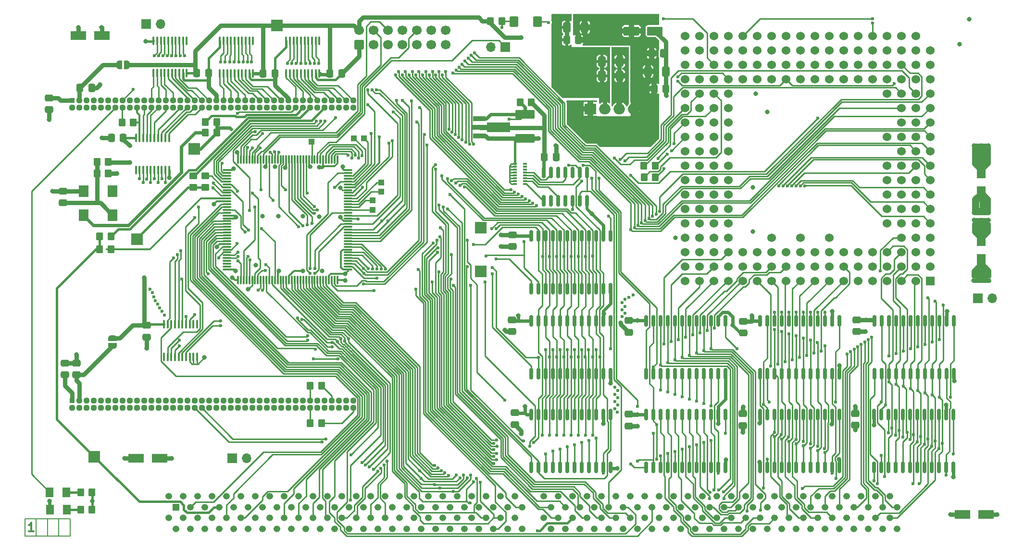
<source format=gbr>
G04 #@! TF.GenerationSoftware,KiCad,Pcbnew,(6.0.5-0)*
G04 #@! TF.CreationDate,2022-07-01T16:01:09+02:00*
G04 #@! TF.ProjectId,Z3660_v02,5a333636-305f-4763-9032-2e6b69636164,rev?*
G04 #@! TF.SameCoordinates,Original*
G04 #@! TF.FileFunction,Copper,L1,Top*
G04 #@! TF.FilePolarity,Positive*
%FSLAX46Y46*%
G04 Gerber Fmt 4.6, Leading zero omitted, Abs format (unit mm)*
G04 Created by KiCad (PCBNEW (6.0.5-0)) date 2022-07-01 16:01:09*
%MOMM*%
%LPD*%
G01*
G04 APERTURE LIST*
G04 Aperture macros list*
%AMRoundRect*
0 Rectangle with rounded corners*
0 $1 Rounding radius*
0 $2 $3 $4 $5 $6 $7 $8 $9 X,Y pos of 4 corners*
0 Add a 4 corners polygon primitive as box body*
4,1,4,$2,$3,$4,$5,$6,$7,$8,$9,$2,$3,0*
0 Add four circle primitives for the rounded corners*
1,1,$1+$1,$2,$3*
1,1,$1+$1,$4,$5*
1,1,$1+$1,$6,$7*
1,1,$1+$1,$8,$9*
0 Add four rect primitives between the rounded corners*
20,1,$1+$1,$2,$3,$4,$5,0*
20,1,$1+$1,$4,$5,$6,$7,0*
20,1,$1+$1,$6,$7,$8,$9,0*
20,1,$1+$1,$8,$9,$2,$3,0*%
%AMFreePoly0*
4,1,9,5.362500,-0.866500,1.237500,-0.866500,1.237500,-0.450000,-1.237500,-0.450000,-1.237500,0.450000,1.237500,0.450000,1.237500,0.866500,5.362500,0.866500,5.362500,-0.866500,5.362500,-0.866500,$1*%
%AMFreePoly1*
4,1,22,0.500000,-0.750000,0.000000,-0.750000,0.000000,-0.745033,-0.079941,-0.743568,-0.215256,-0.701293,-0.333266,-0.622738,-0.424486,-0.514219,-0.481581,-0.384460,-0.499164,-0.250000,-0.500000,-0.250000,-0.500000,0.250000,-0.499164,0.250000,-0.499963,0.256109,-0.478152,0.396186,-0.417904,0.524511,-0.324060,0.630769,-0.204165,0.706417,-0.067858,0.745374,0.000000,0.744959,0.000000,0.750000,
0.500000,0.750000,0.500000,-0.750000,0.500000,-0.750000,$1*%
%AMFreePoly2*
4,1,20,0.000000,0.744959,0.073905,0.744508,0.209726,0.703889,0.328688,0.626782,0.421226,0.519385,0.479903,0.390333,0.500000,0.250000,0.500000,-0.250000,0.499851,-0.262216,0.476331,-0.402017,0.414519,-0.529596,0.319384,-0.634700,0.198574,-0.708877,0.061801,-0.746166,0.000000,-0.745033,0.000000,-0.750000,-0.500000,-0.750000,-0.500000,0.750000,0.000000,0.750000,0.000000,0.744959,
0.000000,0.744959,$1*%
G04 Aperture macros list end*
G04 #@! TA.AperFunction,NonConductor*
%ADD10C,0.150000*%
G04 #@! TD*
%ADD11C,0.300000*%
G04 #@! TA.AperFunction,NonConductor*
%ADD12C,0.300000*%
G04 #@! TD*
G04 #@! TA.AperFunction,SMDPad,CuDef*
%ADD13RoundRect,0.150000X0.150000X-0.825000X0.150000X0.825000X-0.150000X0.825000X-0.150000X-0.825000X0*%
G04 #@! TD*
G04 #@! TA.AperFunction,ComponentPad*
%ADD14R,1.700000X1.700000*%
G04 #@! TD*
G04 #@! TA.AperFunction,ComponentPad*
%ADD15O,1.700000X1.700000*%
G04 #@! TD*
G04 #@! TA.AperFunction,SMDPad,CuDef*
%ADD16RoundRect,0.075000X0.662500X0.075000X-0.662500X0.075000X-0.662500X-0.075000X0.662500X-0.075000X0*%
G04 #@! TD*
G04 #@! TA.AperFunction,SMDPad,CuDef*
%ADD17RoundRect,0.075000X0.075000X0.662500X-0.075000X0.662500X-0.075000X-0.662500X0.075000X-0.662500X0*%
G04 #@! TD*
G04 #@! TA.AperFunction,SMDPad,CuDef*
%ADD18RoundRect,0.250000X-1.137500X-0.550000X1.137500X-0.550000X1.137500X0.550000X-1.137500X0.550000X0*%
G04 #@! TD*
G04 #@! TA.AperFunction,SMDPad,CuDef*
%ADD19RoundRect,0.250000X0.550000X-1.137500X0.550000X1.137500X-0.550000X1.137500X-0.550000X-1.137500X0*%
G04 #@! TD*
G04 #@! TA.AperFunction,SMDPad,CuDef*
%ADD20RoundRect,0.250000X0.475000X-0.337500X0.475000X0.337500X-0.475000X0.337500X-0.475000X-0.337500X0*%
G04 #@! TD*
G04 #@! TA.AperFunction,SMDPad,CuDef*
%ADD21RoundRect,0.250000X-0.475000X0.337500X-0.475000X-0.337500X0.475000X-0.337500X0.475000X0.337500X0*%
G04 #@! TD*
G04 #@! TA.AperFunction,SMDPad,CuDef*
%ADD22RoundRect,0.249999X-0.350001X-0.450001X0.350001X-0.450001X0.350001X0.450001X-0.350001X0.450001X0*%
G04 #@! TD*
G04 #@! TA.AperFunction,SMDPad,CuDef*
%ADD23RoundRect,0.249999X-1.450001X0.537501X-1.450001X-0.537501X1.450001X-0.537501X1.450001X0.537501X0*%
G04 #@! TD*
G04 #@! TA.AperFunction,SMDPad,CuDef*
%ADD24R,2.300000X0.900000*%
G04 #@! TD*
G04 #@! TA.AperFunction,SMDPad,CuDef*
%ADD25FreePoly0,0.000000*%
G04 #@! TD*
G04 #@! TA.AperFunction,SMDPad,CuDef*
%ADD26RoundRect,0.250000X-0.337500X-0.475000X0.337500X-0.475000X0.337500X0.475000X-0.337500X0.475000X0*%
G04 #@! TD*
G04 #@! TA.AperFunction,SMDPad,CuDef*
%ADD27RoundRect,0.249999X0.450001X-0.350001X0.450001X0.350001X-0.450001X0.350001X-0.450001X-0.350001X0*%
G04 #@! TD*
G04 #@! TA.AperFunction,SMDPad,CuDef*
%ADD28RoundRect,0.150000X0.150000X-0.875000X0.150000X0.875000X-0.150000X0.875000X-0.150000X-0.875000X0*%
G04 #@! TD*
G04 #@! TA.AperFunction,ComponentPad*
%ADD29RoundRect,0.250000X0.600000X-0.600000X0.600000X0.600000X-0.600000X0.600000X-0.600000X-0.600000X0*%
G04 #@! TD*
G04 #@! TA.AperFunction,ComponentPad*
%ADD30C,1.700000*%
G04 #@! TD*
G04 #@! TA.AperFunction,SMDPad,CuDef*
%ADD31R,1.800000X2.000000*%
G04 #@! TD*
G04 #@! TA.AperFunction,SMDPad,CuDef*
%ADD32RoundRect,0.249999X0.350001X0.450001X-0.350001X0.450001X-0.350001X-0.450001X0.350001X-0.450001X0*%
G04 #@! TD*
G04 #@! TA.AperFunction,SMDPad,CuDef*
%ADD33RoundRect,0.250000X0.337500X0.475000X-0.337500X0.475000X-0.337500X-0.475000X0.337500X-0.475000X0*%
G04 #@! TD*
G04 #@! TA.AperFunction,SMDPad,CuDef*
%ADD34RoundRect,0.250000X-0.550000X1.137500X-0.550000X-1.137500X0.550000X-1.137500X0.550000X1.137500X0*%
G04 #@! TD*
G04 #@! TA.AperFunction,SMDPad,CuDef*
%ADD35RoundRect,0.249999X0.412501X0.650001X-0.412501X0.650001X-0.412501X-0.650001X0.412501X-0.650001X0*%
G04 #@! TD*
G04 #@! TA.AperFunction,SMDPad,CuDef*
%ADD36RoundRect,0.249999X-0.412501X-0.650001X0.412501X-0.650001X0.412501X0.650001X-0.412501X0.650001X0*%
G04 #@! TD*
G04 #@! TA.AperFunction,SMDPad,CuDef*
%ADD37RoundRect,0.250000X0.462500X0.625000X-0.462500X0.625000X-0.462500X-0.625000X0.462500X-0.625000X0*%
G04 #@! TD*
G04 #@! TA.AperFunction,SMDPad,CuDef*
%ADD38RoundRect,0.249998X-0.537502X-0.650002X0.537502X-0.650002X0.537502X0.650002X-0.537502X0.650002X0*%
G04 #@! TD*
G04 #@! TA.AperFunction,ComponentPad*
%ADD39R,2.000000X2.000000*%
G04 #@! TD*
G04 #@! TA.AperFunction,SMDPad,CuDef*
%ADD40R,0.800000X0.300000*%
G04 #@! TD*
G04 #@! TA.AperFunction,SMDPad,CuDef*
%ADD41R,1.000000X1.000000*%
G04 #@! TD*
G04 #@! TA.AperFunction,SMDPad,CuDef*
%ADD42FreePoly1,0.000000*%
G04 #@! TD*
G04 #@! TA.AperFunction,SMDPad,CuDef*
%ADD43FreePoly2,0.000000*%
G04 #@! TD*
G04 #@! TA.AperFunction,SMDPad,CuDef*
%ADD44RoundRect,0.100000X0.100000X-0.637500X0.100000X0.637500X-0.100000X0.637500X-0.100000X-0.637500X0*%
G04 #@! TD*
G04 #@! TA.AperFunction,SMDPad,CuDef*
%ADD45RoundRect,0.100000X-0.100000X0.637500X-0.100000X-0.637500X0.100000X-0.637500X0.100000X0.637500X0*%
G04 #@! TD*
G04 #@! TA.AperFunction,SMDPad,CuDef*
%ADD46RoundRect,0.250000X-0.350000X-0.450000X0.350000X-0.450000X0.350000X0.450000X-0.350000X0.450000X0*%
G04 #@! TD*
G04 #@! TA.AperFunction,SMDPad,CuDef*
%ADD47RoundRect,0.250000X0.350000X0.450000X-0.350000X0.450000X-0.350000X-0.450000X0.350000X-0.450000X0*%
G04 #@! TD*
G04 #@! TA.AperFunction,ComponentPad*
%ADD48R,2.000000X1.905000*%
G04 #@! TD*
G04 #@! TA.AperFunction,ComponentPad*
%ADD49O,2.000000X1.905000*%
G04 #@! TD*
G04 #@! TA.AperFunction,SMDPad,CuDef*
%ADD50FreePoly1,90.000000*%
G04 #@! TD*
G04 #@! TA.AperFunction,SMDPad,CuDef*
%ADD51FreePoly2,90.000000*%
G04 #@! TD*
G04 #@! TA.AperFunction,ComponentPad*
%ADD52R,1.524000X1.524000*%
G04 #@! TD*
G04 #@! TA.AperFunction,ComponentPad*
%ADD53C,1.524000*%
G04 #@! TD*
G04 #@! TA.AperFunction,ComponentPad*
%ADD54R,0.950000X0.950000*%
G04 #@! TD*
G04 #@! TA.AperFunction,ComponentPad*
%ADD55RoundRect,0.237500X-0.237500X0.237500X-0.237500X-0.237500X0.237500X-0.237500X0.237500X0.237500X0*%
G04 #@! TD*
G04 #@! TA.AperFunction,ComponentPad*
%ADD56R,1.200000X1.200000*%
G04 #@! TD*
G04 #@! TA.AperFunction,ComponentPad*
%ADD57O,1.200000X1.200000*%
G04 #@! TD*
G04 #@! TA.AperFunction,ViaPad*
%ADD58C,0.800000*%
G04 #@! TD*
G04 #@! TA.AperFunction,ViaPad*
%ADD59C,0.600000*%
G04 #@! TD*
G04 #@! TA.AperFunction,Conductor*
%ADD60C,0.600000*%
G04 #@! TD*
G04 #@! TA.AperFunction,Conductor*
%ADD61C,0.800000*%
G04 #@! TD*
G04 #@! TA.AperFunction,Conductor*
%ADD62C,0.250000*%
G04 #@! TD*
G04 #@! TA.AperFunction,Conductor*
%ADD63C,0.400000*%
G04 #@! TD*
G04 #@! TA.AperFunction,Conductor*
%ADD64C,0.300000*%
G04 #@! TD*
G04 #@! TA.AperFunction,Conductor*
%ADD65C,0.500000*%
G04 #@! TD*
G04 APERTURE END LIST*
D10*
X80582000Y-122047000D02*
X80582000Y-118999000D01*
X88582000Y-118999000D02*
X88582000Y-122047000D01*
X84582000Y-118999000D02*
X84582000Y-122047000D01*
X82582000Y-118999000D02*
X82582000Y-122047000D01*
X80582000Y-118999000D02*
X88582000Y-118999000D01*
X88582000Y-122047000D02*
X80582000Y-122047000D01*
X86582000Y-118999000D02*
X86582000Y-122047000D01*
D11*
D12*
X82147571Y-121201571D02*
X81290428Y-121201571D01*
X81719000Y-121201571D02*
X81719000Y-119701571D01*
X81576142Y-119915857D01*
X81433285Y-120058714D01*
X81290428Y-120130142D01*
D13*
X171974000Y-62927000D03*
X173244000Y-62927000D03*
X174514000Y-62927000D03*
X175784000Y-62927000D03*
X177054000Y-62927000D03*
X178324000Y-62927000D03*
X179594000Y-62927000D03*
X179594000Y-57977000D03*
X178324000Y-57977000D03*
X177054000Y-57977000D03*
X175784000Y-57977000D03*
X174514000Y-57977000D03*
X173244000Y-57977000D03*
X171974000Y-57977000D03*
D14*
X248412000Y-80137000D03*
D15*
X250952000Y-80137000D03*
D16*
X137535500Y-75044000D03*
X137535500Y-74544000D03*
X137535500Y-74044000D03*
X137535500Y-73544000D03*
X137535500Y-73044000D03*
X137535500Y-72544000D03*
X137535500Y-72044000D03*
X137535500Y-71544000D03*
X137535500Y-71044000D03*
X137535500Y-70544000D03*
X137535500Y-70044000D03*
X137535500Y-69544000D03*
X137535500Y-69044000D03*
X137535500Y-68544000D03*
X137535500Y-68044000D03*
X137535500Y-67544000D03*
X137535500Y-67044000D03*
X137535500Y-66544000D03*
X137535500Y-66044000D03*
X137535500Y-65544000D03*
X137535500Y-65044000D03*
X137535500Y-64544000D03*
X137535500Y-64044000D03*
X137535500Y-63544000D03*
X137535500Y-63044000D03*
X137535500Y-62544000D03*
X137535500Y-62044000D03*
X137535500Y-61544000D03*
X137535500Y-61044000D03*
X137535500Y-60544000D03*
X137535500Y-60044000D03*
X137535500Y-59544000D03*
X137535500Y-59044000D03*
X137535500Y-58544000D03*
X137535500Y-58044000D03*
X137535500Y-57544000D03*
D17*
X135623000Y-55631500D03*
X135123000Y-55631500D03*
X134623000Y-55631500D03*
X134123000Y-55631500D03*
X133623000Y-55631500D03*
X133123000Y-55631500D03*
X132623000Y-55631500D03*
X132123000Y-55631500D03*
X131623000Y-55631500D03*
X131123000Y-55631500D03*
X130623000Y-55631500D03*
X130123000Y-55631500D03*
X129623000Y-55631500D03*
X129123000Y-55631500D03*
X128623000Y-55631500D03*
X128123000Y-55631500D03*
X127623000Y-55631500D03*
X127123000Y-55631500D03*
X126623000Y-55631500D03*
X126123000Y-55631500D03*
X125623000Y-55631500D03*
X125123000Y-55631500D03*
X124623000Y-55631500D03*
X124123000Y-55631500D03*
X123623000Y-55631500D03*
X123123000Y-55631500D03*
X122623000Y-55631500D03*
X122123000Y-55631500D03*
X121623000Y-55631500D03*
X121123000Y-55631500D03*
X120623000Y-55631500D03*
X120123000Y-55631500D03*
X119623000Y-55631500D03*
X119123000Y-55631500D03*
X118623000Y-55631500D03*
X118123000Y-55631500D03*
D16*
X116210500Y-57544000D03*
X116210500Y-58044000D03*
X116210500Y-58544000D03*
X116210500Y-59044000D03*
X116210500Y-59544000D03*
X116210500Y-60044000D03*
X116210500Y-60544000D03*
X116210500Y-61044000D03*
X116210500Y-61544000D03*
X116210500Y-62044000D03*
X116210500Y-62544000D03*
X116210500Y-63044000D03*
X116210500Y-63544000D03*
X116210500Y-64044000D03*
X116210500Y-64544000D03*
X116210500Y-65044000D03*
X116210500Y-65544000D03*
X116210500Y-66044000D03*
X116210500Y-66544000D03*
X116210500Y-67044000D03*
X116210500Y-67544000D03*
X116210500Y-68044000D03*
X116210500Y-68544000D03*
X116210500Y-69044000D03*
X116210500Y-69544000D03*
X116210500Y-70044000D03*
X116210500Y-70544000D03*
X116210500Y-71044000D03*
X116210500Y-71544000D03*
X116210500Y-72044000D03*
X116210500Y-72544000D03*
X116210500Y-73044000D03*
X116210500Y-73544000D03*
X116210500Y-74044000D03*
X116210500Y-74544000D03*
X116210500Y-75044000D03*
D17*
X118123000Y-76956500D03*
X118623000Y-76956500D03*
X119123000Y-76956500D03*
X119623000Y-76956500D03*
X120123000Y-76956500D03*
X120623000Y-76956500D03*
X121123000Y-76956500D03*
X121623000Y-76956500D03*
X122123000Y-76956500D03*
X122623000Y-76956500D03*
X123123000Y-76956500D03*
X123623000Y-76956500D03*
X124123000Y-76956500D03*
X124623000Y-76956500D03*
X125123000Y-76956500D03*
X125623000Y-76956500D03*
X126123000Y-76956500D03*
X126623000Y-76956500D03*
X127123000Y-76956500D03*
X127623000Y-76956500D03*
X128123000Y-76956500D03*
X128623000Y-76956500D03*
X129123000Y-76956500D03*
X129623000Y-76956500D03*
X130123000Y-76956500D03*
X130623000Y-76956500D03*
X131123000Y-76956500D03*
X131623000Y-76956500D03*
X132123000Y-76956500D03*
X132623000Y-76956500D03*
X133123000Y-76956500D03*
X133623000Y-76956500D03*
X134123000Y-76956500D03*
X134623000Y-76956500D03*
X135123000Y-76956500D03*
X135623000Y-76956500D03*
D18*
X100172500Y-108331000D03*
X104297500Y-108331000D03*
X90012500Y-33782000D03*
X94137500Y-33782000D03*
X187421500Y-33020000D03*
X191546500Y-33020000D03*
X245714500Y-118237000D03*
X249839500Y-118237000D03*
D19*
X249047000Y-73690500D03*
X249047000Y-69565500D03*
D20*
X87274400Y-63318300D03*
X87274400Y-61243300D03*
D21*
X207010000Y-100490500D03*
X207010000Y-102565500D03*
D22*
X167783000Y-45593000D03*
X169783000Y-45593000D03*
D23*
X168656000Y-47668000D03*
X168656000Y-51943000D03*
D24*
X160664000Y-48496000D03*
D25*
X160751500Y-49996000D03*
D24*
X160664000Y-51496000D03*
D26*
X172063500Y-55245000D03*
X174138500Y-55245000D03*
D21*
X166497000Y-68939500D03*
X166497000Y-71014500D03*
X166370000Y-83925500D03*
X166370000Y-86000500D03*
X207137000Y-84158000D03*
X207137000Y-86233000D03*
X166878000Y-100308500D03*
X166878000Y-102383500D03*
X227076000Y-83925500D03*
X227076000Y-86000500D03*
X186944000Y-84052500D03*
X186944000Y-86127500D03*
X186944000Y-100562500D03*
X186944000Y-102637500D03*
D27*
X112395000Y-58563000D03*
X112395000Y-60563000D03*
D22*
X189627000Y-58801000D03*
X191627000Y-58801000D03*
X189611000Y-56769000D03*
X191611000Y-56769000D03*
D28*
X189992000Y-93423000D03*
X191262000Y-93423000D03*
X192532000Y-93423000D03*
X193802000Y-93423000D03*
X195072000Y-93423000D03*
X196342000Y-93423000D03*
X197612000Y-93423000D03*
X198882000Y-93423000D03*
X200152000Y-93423000D03*
X201422000Y-93423000D03*
X202692000Y-93423000D03*
X203962000Y-93423000D03*
X203962000Y-84123000D03*
X202692000Y-84123000D03*
X201422000Y-84123000D03*
X200152000Y-84123000D03*
X198882000Y-84123000D03*
X197612000Y-84123000D03*
X196342000Y-84123000D03*
X195072000Y-84123000D03*
X193802000Y-84123000D03*
X192532000Y-84123000D03*
X191262000Y-84123000D03*
X189992000Y-84123000D03*
X169799000Y-93423000D03*
X171069000Y-93423000D03*
X172339000Y-93423000D03*
X173609000Y-93423000D03*
X174879000Y-93423000D03*
X176149000Y-93423000D03*
X177419000Y-93423000D03*
X178689000Y-93423000D03*
X179959000Y-93423000D03*
X181229000Y-93423000D03*
X182499000Y-93423000D03*
X183769000Y-93423000D03*
X183769000Y-84123000D03*
X182499000Y-84123000D03*
X181229000Y-84123000D03*
X179959000Y-84123000D03*
X178689000Y-84123000D03*
X177419000Y-84123000D03*
X176149000Y-84123000D03*
X174879000Y-84123000D03*
X173609000Y-84123000D03*
X172339000Y-84123000D03*
X171069000Y-84123000D03*
X169799000Y-84123000D03*
X210058000Y-93423000D03*
X211328000Y-93423000D03*
X212598000Y-93423000D03*
X213868000Y-93423000D03*
X215138000Y-93423000D03*
X216408000Y-93423000D03*
X217678000Y-93423000D03*
X218948000Y-93423000D03*
X220218000Y-93423000D03*
X221488000Y-93423000D03*
X222758000Y-93423000D03*
X224028000Y-93423000D03*
X224028000Y-84123000D03*
X222758000Y-84123000D03*
X221488000Y-84123000D03*
X220218000Y-84123000D03*
X218948000Y-84123000D03*
X217678000Y-84123000D03*
X216408000Y-84123000D03*
X215138000Y-84123000D03*
X213868000Y-84123000D03*
X212598000Y-84123000D03*
X211328000Y-84123000D03*
X210058000Y-84123000D03*
X230251000Y-93423000D03*
X231521000Y-93423000D03*
X232791000Y-93423000D03*
X234061000Y-93423000D03*
X235331000Y-93423000D03*
X236601000Y-93423000D03*
X237871000Y-93423000D03*
X239141000Y-93423000D03*
X240411000Y-93423000D03*
X241681000Y-93423000D03*
X242951000Y-93423000D03*
X244221000Y-93423000D03*
X244221000Y-84123000D03*
X242951000Y-84123000D03*
X241681000Y-84123000D03*
X240411000Y-84123000D03*
X239141000Y-84123000D03*
X237871000Y-84123000D03*
X236601000Y-84123000D03*
X235331000Y-84123000D03*
X234061000Y-84123000D03*
X232791000Y-84123000D03*
X231521000Y-84123000D03*
X230251000Y-84123000D03*
D14*
X101981000Y-31750000D03*
D15*
X104521000Y-31750000D03*
D21*
X226822000Y-100435500D03*
X226822000Y-102510500D03*
D22*
X93742000Y-69215000D03*
X95742000Y-69215000D03*
D29*
X139446000Y-35433000D03*
D30*
X139446000Y-32893000D03*
X141986000Y-35433000D03*
X141986000Y-32893000D03*
X144526000Y-35433000D03*
X144526000Y-32893000D03*
X147066000Y-35433000D03*
X147066000Y-32893000D03*
X149606000Y-35433000D03*
X149606000Y-32893000D03*
X152146000Y-35433000D03*
X152146000Y-32893000D03*
X154686000Y-35433000D03*
X154686000Y-32893000D03*
D22*
X93742000Y-71501000D03*
X95742000Y-71501000D03*
D31*
X96012000Y-61247600D03*
X90932000Y-61247600D03*
X90932000Y-65447600D03*
X96012000Y-65447600D03*
D32*
X114385600Y-50952400D03*
X112385600Y-50952400D03*
D27*
X110236000Y-60563000D03*
X110236000Y-58563000D03*
D33*
X178075500Y-34594800D03*
X176000500Y-34594800D03*
D34*
X249047000Y-57627500D03*
X249047000Y-61752500D03*
D35*
X179197000Y-32359600D03*
X176072000Y-32359600D03*
D36*
X190359500Y-40132000D03*
X193484500Y-40132000D03*
D35*
X185331500Y-38354000D03*
X182206500Y-38354000D03*
X185331500Y-40894000D03*
X182206500Y-40894000D03*
D26*
X191409500Y-43180000D03*
X193484500Y-43180000D03*
X190986500Y-36957000D03*
X193061500Y-36957000D03*
D21*
X84836000Y-44809500D03*
X84836000Y-46884500D03*
D20*
X87613000Y-93620500D03*
X87613000Y-91545500D03*
X89645000Y-93599000D03*
X89645000Y-91524000D03*
D28*
X169799000Y-78437000D03*
X171069000Y-78437000D03*
X172339000Y-78437000D03*
X173609000Y-78437000D03*
X174879000Y-78437000D03*
X176149000Y-78437000D03*
X177419000Y-78437000D03*
X178689000Y-78437000D03*
X179959000Y-78437000D03*
X181229000Y-78437000D03*
X182499000Y-78437000D03*
X183769000Y-78437000D03*
X183769000Y-69137000D03*
X182499000Y-69137000D03*
X181229000Y-69137000D03*
X179959000Y-69137000D03*
X178689000Y-69137000D03*
X177419000Y-69137000D03*
X176149000Y-69137000D03*
X174879000Y-69137000D03*
X173609000Y-69137000D03*
X172339000Y-69137000D03*
X171069000Y-69137000D03*
X169799000Y-69137000D03*
X230124000Y-109933000D03*
X231394000Y-109933000D03*
X232664000Y-109933000D03*
X233934000Y-109933000D03*
X235204000Y-109933000D03*
X236474000Y-109933000D03*
X237744000Y-109933000D03*
X239014000Y-109933000D03*
X240284000Y-109933000D03*
X241554000Y-109933000D03*
X242824000Y-109933000D03*
X244094000Y-109933000D03*
X244094000Y-100633000D03*
X242824000Y-100633000D03*
X241554000Y-100633000D03*
X240284000Y-100633000D03*
X239014000Y-100633000D03*
X237744000Y-100633000D03*
X236474000Y-100633000D03*
X235204000Y-100633000D03*
X233934000Y-100633000D03*
X232664000Y-100633000D03*
X231394000Y-100633000D03*
X230124000Y-100633000D03*
X210058000Y-109933000D03*
X211328000Y-109933000D03*
X212598000Y-109933000D03*
X213868000Y-109933000D03*
X215138000Y-109933000D03*
X216408000Y-109933000D03*
X217678000Y-109933000D03*
X218948000Y-109933000D03*
X220218000Y-109933000D03*
X221488000Y-109933000D03*
X222758000Y-109933000D03*
X224028000Y-109933000D03*
X224028000Y-100633000D03*
X222758000Y-100633000D03*
X221488000Y-100633000D03*
X220218000Y-100633000D03*
X218948000Y-100633000D03*
X217678000Y-100633000D03*
X216408000Y-100633000D03*
X215138000Y-100633000D03*
X213868000Y-100633000D03*
X212598000Y-100633000D03*
X211328000Y-100633000D03*
X210058000Y-100633000D03*
X189992000Y-109933000D03*
X191262000Y-109933000D03*
X192532000Y-109933000D03*
X193802000Y-109933000D03*
X195072000Y-109933000D03*
X196342000Y-109933000D03*
X197612000Y-109933000D03*
X198882000Y-109933000D03*
X200152000Y-109933000D03*
X201422000Y-109933000D03*
X202692000Y-109933000D03*
X203962000Y-109933000D03*
X203962000Y-100633000D03*
X202692000Y-100633000D03*
X201422000Y-100633000D03*
X200152000Y-100633000D03*
X198882000Y-100633000D03*
X197612000Y-100633000D03*
X196342000Y-100633000D03*
X195072000Y-100633000D03*
X193802000Y-100633000D03*
X192532000Y-100633000D03*
X191262000Y-100633000D03*
X189992000Y-100633000D03*
X169799000Y-109933000D03*
X171069000Y-109933000D03*
X172339000Y-109933000D03*
X173609000Y-109933000D03*
X174879000Y-109933000D03*
X176149000Y-109933000D03*
X177419000Y-109933000D03*
X178689000Y-109933000D03*
X179959000Y-109933000D03*
X181229000Y-109933000D03*
X182499000Y-109933000D03*
X183769000Y-109933000D03*
X183769000Y-100633000D03*
X182499000Y-100633000D03*
X181229000Y-100633000D03*
X179959000Y-100633000D03*
X178689000Y-100633000D03*
X177419000Y-100633000D03*
X176149000Y-100633000D03*
X174879000Y-100633000D03*
X173609000Y-100633000D03*
X172339000Y-100633000D03*
X171069000Y-100633000D03*
X169799000Y-100633000D03*
D37*
X87926500Y-114300000D03*
X84951500Y-114300000D03*
D32*
X92424000Y-114300000D03*
X90424000Y-114300000D03*
D37*
X87953487Y-117348000D03*
X84978487Y-117348000D03*
D32*
X92424000Y-117348000D03*
X90424000Y-117348000D03*
D38*
X166695500Y-31369000D03*
X170870500Y-31369000D03*
D32*
X114385600Y-49047400D03*
X112385600Y-49047400D03*
D26*
X90275500Y-43053000D03*
X92350500Y-43053000D03*
D32*
X95282000Y-58115200D03*
X93282000Y-58115200D03*
X95282000Y-56083200D03*
X93282000Y-56083200D03*
D39*
X124968000Y-32004000D03*
X160909000Y-75411000D03*
X110388400Y-53797200D03*
X92837000Y-108077000D03*
X100330000Y-69723000D03*
D40*
X166892400Y-56466800D03*
X166892400Y-56966800D03*
X166892400Y-57466800D03*
X166892400Y-57966800D03*
X166892400Y-58466800D03*
X166892400Y-58966800D03*
X166892400Y-59466800D03*
X166892400Y-59966800D03*
X168692400Y-59966800D03*
X168692400Y-59466800D03*
X168692400Y-58966800D03*
X168692400Y-58466800D03*
X168692400Y-57966800D03*
X168692400Y-57466800D03*
X168692400Y-56966800D03*
X168692400Y-56466800D03*
D41*
X141859000Y-64516000D03*
X141859000Y-62865000D03*
X143383000Y-61341000D03*
X143383000Y-59690000D03*
X140335000Y-51943000D03*
X131105603Y-52551647D03*
X138557000Y-51943000D03*
D32*
X164576000Y-31242000D03*
X162576000Y-31242000D03*
D42*
X97241600Y-38963600D03*
D43*
X98541600Y-38963600D03*
D21*
X102057200Y-84916100D03*
X102057200Y-86991100D03*
D26*
X110849500Y-40452800D03*
X112924500Y-40452800D03*
D44*
X105075800Y-90441700D03*
X105725800Y-90441700D03*
X106375800Y-90441700D03*
X107025800Y-90441700D03*
X107675800Y-90441700D03*
X108325800Y-90441700D03*
X108975800Y-90441700D03*
X109625800Y-90441700D03*
X110275800Y-90441700D03*
X110925800Y-90441700D03*
X110925800Y-84716700D03*
X110275800Y-84716700D03*
X109625800Y-84716700D03*
X108975800Y-84716700D03*
X108325800Y-84716700D03*
X107675800Y-84716700D03*
X107025800Y-84716700D03*
X106375800Y-84716700D03*
X105725800Y-84716700D03*
X105075800Y-84716700D03*
D45*
X109097000Y-34729500D03*
X108447000Y-34729500D03*
X107797000Y-34729500D03*
X107147000Y-34729500D03*
X106497000Y-34729500D03*
X105847000Y-34729500D03*
X105197000Y-34729500D03*
X104547000Y-34729500D03*
X103897000Y-34729500D03*
X103247000Y-34729500D03*
X103247000Y-40454500D03*
X103897000Y-40454500D03*
X104547000Y-40454500D03*
X105197000Y-40454500D03*
X105847000Y-40454500D03*
X106497000Y-40454500D03*
X107147000Y-40454500D03*
X107797000Y-40454500D03*
X108447000Y-40454500D03*
X109097000Y-40454500D03*
D14*
X165227000Y-35814000D03*
D15*
X162687000Y-35814000D03*
D46*
X130826000Y-102108000D03*
X132826000Y-102108000D03*
D14*
X117094000Y-108331000D03*
D15*
X119634000Y-108331000D03*
D26*
X134293700Y-40503600D03*
X136368700Y-40503600D03*
D33*
X97929100Y-51834800D03*
X95854100Y-51834800D03*
D47*
X132826000Y-95504000D03*
X130826000Y-95504000D03*
X97679000Y-49149000D03*
X99679000Y-49149000D03*
D44*
X100144000Y-57567500D03*
X100794000Y-57567500D03*
X101444000Y-57567500D03*
X102094000Y-57567500D03*
X102744000Y-57567500D03*
X103394000Y-57567500D03*
X104044000Y-57567500D03*
X104694000Y-57567500D03*
X105344000Y-57567500D03*
X105994000Y-57567500D03*
X105994000Y-51842500D03*
X105344000Y-51842500D03*
X104694000Y-51842500D03*
X104044000Y-51842500D03*
X103394000Y-51842500D03*
X102744000Y-51842500D03*
X102094000Y-51842500D03*
X101444000Y-51842500D03*
X100794000Y-51842500D03*
X100144000Y-51842500D03*
D48*
X180213000Y-46736000D03*
D49*
X182753000Y-46736000D03*
X185293000Y-46736000D03*
X187833000Y-46736000D03*
D50*
X96062800Y-88483200D03*
D51*
X96062800Y-87183200D03*
D45*
X132465000Y-34745500D03*
X131815000Y-34745500D03*
X131165000Y-34745500D03*
X130515000Y-34745500D03*
X129865000Y-34745500D03*
X129215000Y-34745500D03*
X128565000Y-34745500D03*
X127915000Y-34745500D03*
X127265000Y-34745500D03*
X126615000Y-34745500D03*
X126615000Y-40470500D03*
X127265000Y-40470500D03*
X127915000Y-40470500D03*
X128565000Y-40470500D03*
X129215000Y-40470500D03*
X129865000Y-40470500D03*
X130515000Y-40470500D03*
X131165000Y-40470500D03*
X131815000Y-40470500D03*
X132465000Y-40470500D03*
X120781000Y-34745500D03*
X120131000Y-34745500D03*
X119481000Y-34745500D03*
X118831000Y-34745500D03*
X118181000Y-34745500D03*
X117531000Y-34745500D03*
X116881000Y-34745500D03*
X116231000Y-34745500D03*
X115581000Y-34745500D03*
X114931000Y-34745500D03*
X114931000Y-40470500D03*
X115581000Y-40470500D03*
X116231000Y-40470500D03*
X116881000Y-40470500D03*
X117531000Y-40470500D03*
X118181000Y-40470500D03*
X118831000Y-40470500D03*
X119481000Y-40470500D03*
X120131000Y-40470500D03*
X120781000Y-40470500D03*
D26*
X122558900Y-40503600D03*
X124633900Y-40503600D03*
D39*
X160909000Y-67691000D03*
D52*
X240055000Y-77050900D03*
D53*
X237515000Y-77050900D03*
X234975000Y-77050900D03*
X232435000Y-77050900D03*
X229895000Y-77050900D03*
X227355000Y-77050900D03*
X224815000Y-77050900D03*
X222275000Y-77050900D03*
X219735000Y-77050900D03*
X217195000Y-77050900D03*
X214655000Y-77050900D03*
X212115000Y-77050900D03*
X209575000Y-77050900D03*
X207035000Y-77050900D03*
X204495000Y-77050900D03*
X201955000Y-77050900D03*
X199415000Y-77050900D03*
X196875000Y-77050900D03*
X240055000Y-74510900D03*
X237515000Y-74510900D03*
X234975000Y-74510900D03*
X232435000Y-74510900D03*
X229895000Y-74510900D03*
X227355000Y-74510900D03*
X224815000Y-74510900D03*
X222275000Y-74510900D03*
X219735000Y-74510900D03*
X217195000Y-74510900D03*
X214655000Y-74510900D03*
X212115000Y-74510900D03*
X209575000Y-74510900D03*
X207035000Y-74510900D03*
X204495000Y-74510900D03*
X201955000Y-74510900D03*
X199415000Y-74510900D03*
X196875000Y-74510900D03*
X240055000Y-71970900D03*
X237515000Y-71970900D03*
X234975000Y-71970900D03*
X232435000Y-71970900D03*
X229895000Y-71970900D03*
X227355000Y-71970900D03*
X224815000Y-71970900D03*
X222275000Y-71970900D03*
X219735000Y-71970900D03*
X217195000Y-71970900D03*
X214655000Y-71970900D03*
X212115000Y-71970900D03*
X209575000Y-71970900D03*
X207035000Y-71970900D03*
X204495000Y-71970900D03*
X201955000Y-71970900D03*
X199415000Y-71970900D03*
X196875000Y-71970900D03*
X240055000Y-69430900D03*
X237515000Y-69430900D03*
X234975000Y-69430900D03*
X201955000Y-69430900D03*
X199415000Y-69430900D03*
X196875000Y-69430900D03*
X240055000Y-66890900D03*
X237515000Y-66890900D03*
X234975000Y-66890900D03*
X201955000Y-66890900D03*
X199415000Y-66890900D03*
X196875000Y-66890900D03*
X240055000Y-64350900D03*
X237515000Y-64350900D03*
X234975000Y-64350900D03*
X201955000Y-64350900D03*
X199415000Y-64350900D03*
X196875000Y-64350900D03*
X240055000Y-61810900D03*
X237515000Y-61810900D03*
X234975000Y-61810900D03*
X201955000Y-61810900D03*
X199415000Y-61810900D03*
X196875000Y-61810900D03*
X240055000Y-59270900D03*
X237515000Y-59270900D03*
X234975000Y-59270900D03*
X201955000Y-59270900D03*
X199415000Y-59270900D03*
X196875000Y-59270900D03*
X240055000Y-56730900D03*
X237515000Y-56730900D03*
X234975000Y-56730900D03*
X201955000Y-56730900D03*
X199415000Y-56730900D03*
X196875000Y-56730900D03*
X240055000Y-54190900D03*
X237515000Y-54190900D03*
X234975000Y-54190900D03*
X201955000Y-54190900D03*
X199415000Y-54190900D03*
X196875000Y-54190900D03*
X240055000Y-51650900D03*
X237515000Y-51650900D03*
X234975000Y-51650900D03*
X201955000Y-51650900D03*
X199415000Y-51650900D03*
X196875000Y-51650900D03*
X240055000Y-49110900D03*
X237515000Y-49110900D03*
X234975000Y-49110900D03*
X201955000Y-49110900D03*
X199415000Y-49110900D03*
X196875000Y-49110900D03*
X240055000Y-46570900D03*
X237515000Y-46570900D03*
X234975000Y-46570900D03*
X201955000Y-46570900D03*
X199415000Y-46570900D03*
X196875000Y-46570900D03*
X240055000Y-44030900D03*
X237515000Y-44030900D03*
X234975000Y-44030900D03*
X201955000Y-44030900D03*
X199415000Y-44030900D03*
X196875000Y-44030900D03*
X240055000Y-41490900D03*
X237515000Y-41490900D03*
X234975000Y-41490900D03*
X201955000Y-41490900D03*
X199415000Y-41490900D03*
X196875000Y-41490900D03*
X240055000Y-38950900D03*
X237515000Y-38950900D03*
X234975000Y-38950900D03*
X232435000Y-38950900D03*
X229895000Y-38950900D03*
X227355000Y-38950900D03*
X224815000Y-38950900D03*
X222275000Y-38950900D03*
X219735000Y-38950900D03*
X217195000Y-38950900D03*
X214655000Y-38950900D03*
X212115000Y-38950900D03*
X209575000Y-38950900D03*
X207035000Y-38950900D03*
X204495000Y-38950900D03*
X201955000Y-38950900D03*
X199415000Y-38950900D03*
X196875000Y-38950900D03*
X240055000Y-36410900D03*
X237515000Y-36410900D03*
X234975000Y-36410900D03*
X232435000Y-36410900D03*
X229895000Y-36410900D03*
X227355000Y-36410900D03*
X224815000Y-36410900D03*
X222275000Y-36410900D03*
X219735000Y-36410900D03*
X217195000Y-36410900D03*
X214655000Y-36410900D03*
X212115000Y-36410900D03*
X209575000Y-36410900D03*
X207035000Y-36410900D03*
X204495000Y-36410900D03*
X201955000Y-36410900D03*
X199415000Y-36410900D03*
X196875000Y-36410900D03*
X237515000Y-33870900D03*
X234975000Y-33870900D03*
X232435000Y-33870900D03*
X229895000Y-33870900D03*
X227355000Y-33870900D03*
X224815000Y-33870900D03*
X222275000Y-33870900D03*
X219735000Y-33870900D03*
X217195000Y-33870900D03*
X214655000Y-33870900D03*
X212115000Y-33870900D03*
X209575000Y-33870900D03*
X207035000Y-33870900D03*
X204495000Y-33870900D03*
X201955000Y-33870900D03*
X199415000Y-33870900D03*
X196875000Y-33870900D03*
X222275000Y-69430900D03*
X217195000Y-69430900D03*
X212115000Y-69430900D03*
X204495000Y-69430900D03*
X232435000Y-66890900D03*
X204495000Y-66890900D03*
X232435000Y-64350900D03*
X204495000Y-64350900D03*
X232435000Y-61810900D03*
X204495000Y-61810900D03*
X232435000Y-59270900D03*
X204495000Y-59270900D03*
X232435000Y-56730900D03*
X204495000Y-56730900D03*
X204495000Y-54190900D03*
X232435000Y-51650900D03*
X204495000Y-51650900D03*
X204495000Y-49110900D03*
X204495000Y-46570900D03*
X232435000Y-44030900D03*
X204495000Y-44030900D03*
X232435000Y-41490900D03*
X229895000Y-41490900D03*
X227355000Y-41490900D03*
X224815000Y-41490900D03*
X222275000Y-41490900D03*
X219735000Y-41490900D03*
X217195000Y-41490900D03*
X214655000Y-41490900D03*
X212115000Y-41490900D03*
X209575000Y-41490900D03*
X207035000Y-41490900D03*
X204495000Y-41490900D03*
D54*
X88883000Y-45256500D03*
D55*
X88883000Y-46526500D03*
X90153000Y-45256500D03*
X90153000Y-46526500D03*
X91423000Y-45256500D03*
X91423000Y-46526500D03*
X92693000Y-45256500D03*
X92693000Y-46526500D03*
X93963000Y-45256500D03*
X93963000Y-46526500D03*
X95233000Y-45256500D03*
X95233000Y-46526500D03*
X96503000Y-45256500D03*
X96503000Y-46526500D03*
X97773000Y-45256500D03*
X97773000Y-46526500D03*
X99043000Y-45256500D03*
X99043000Y-46526500D03*
X100313000Y-45256500D03*
X100313000Y-46526500D03*
X101583000Y-45256500D03*
X101583000Y-46526500D03*
X102853000Y-45256500D03*
X102853000Y-46526500D03*
X104123000Y-45256500D03*
X104123000Y-46526500D03*
X105393000Y-45256500D03*
X105393000Y-46526500D03*
X106663000Y-45256500D03*
X106663000Y-46526500D03*
X107933000Y-45256500D03*
X107933000Y-46526500D03*
X109203000Y-45256500D03*
X109203000Y-46526500D03*
X110473000Y-45256500D03*
X110473000Y-46526500D03*
X111743000Y-45256500D03*
X111743000Y-46526500D03*
X113013000Y-45256500D03*
X113013000Y-46526500D03*
X114283000Y-45256500D03*
X114283000Y-46526500D03*
X115553000Y-45256500D03*
X115553000Y-46526500D03*
X116823000Y-45256500D03*
X116823000Y-46526500D03*
X118093000Y-45256500D03*
X118093000Y-46526500D03*
X119363000Y-45256500D03*
X119363000Y-46526500D03*
X120633000Y-45256500D03*
X120633000Y-46526500D03*
X121903000Y-45256500D03*
X121903000Y-46526500D03*
X123173000Y-45256500D03*
X123173000Y-46526500D03*
X124443000Y-45256500D03*
X124443000Y-46526500D03*
X125713000Y-45256500D03*
X125713000Y-46526500D03*
X126983000Y-45256500D03*
X126983000Y-46526500D03*
X128253000Y-45256500D03*
X128253000Y-46526500D03*
X129523000Y-45256500D03*
X129523000Y-46526500D03*
X130793000Y-45256500D03*
X130793000Y-46526500D03*
X132063000Y-45256500D03*
X132063000Y-46526500D03*
X133333000Y-45256500D03*
X133333000Y-46526500D03*
X134603000Y-45256500D03*
X134603000Y-46526500D03*
X135873000Y-45256500D03*
X135873000Y-46526500D03*
X137143000Y-45256500D03*
X137143000Y-46526500D03*
X138413000Y-45256500D03*
X138413000Y-46526500D03*
D54*
X88883000Y-98193000D03*
D55*
X88883000Y-99463000D03*
X90153000Y-98193000D03*
X90153000Y-99463000D03*
X91423000Y-98193000D03*
X91423000Y-99463000D03*
X92693000Y-98193000D03*
X92693000Y-99463000D03*
X93963000Y-98193000D03*
X93963000Y-99463000D03*
X95233000Y-98193000D03*
X95233000Y-99463000D03*
X96503000Y-98193000D03*
X96503000Y-99463000D03*
X97773000Y-98193000D03*
X97773000Y-99463000D03*
X99043000Y-98193000D03*
X99043000Y-99463000D03*
X100313000Y-98193000D03*
X100313000Y-99463000D03*
X101583000Y-98193000D03*
X101583000Y-99463000D03*
X102853000Y-98193000D03*
X102853000Y-99463000D03*
X104123000Y-98193000D03*
X104123000Y-99463000D03*
X105393000Y-98193000D03*
X105393000Y-99463000D03*
X106663000Y-98193000D03*
X106663000Y-99463000D03*
X107933000Y-98193000D03*
X107933000Y-99463000D03*
X109203000Y-98193000D03*
X109203000Y-99463000D03*
X110473000Y-98193000D03*
X110473000Y-99463000D03*
X111743000Y-98193000D03*
X111743000Y-99463000D03*
X113013000Y-98193000D03*
X113013000Y-99463000D03*
X114283000Y-98193000D03*
X114283000Y-99463000D03*
X115553000Y-98193000D03*
X115553000Y-99463000D03*
X116823000Y-98193000D03*
X116823000Y-99463000D03*
X118093000Y-98193000D03*
X118093000Y-99463000D03*
X119363000Y-98193000D03*
X119363000Y-99463000D03*
X120633000Y-98193000D03*
X120633000Y-99463000D03*
X121903000Y-98193000D03*
X121903000Y-99463000D03*
X123173000Y-98193000D03*
X123173000Y-99463000D03*
X124443000Y-98193000D03*
X124443000Y-99463000D03*
X125713000Y-98193000D03*
X125713000Y-99463000D03*
X126983000Y-98193000D03*
X126983000Y-99463000D03*
X128253000Y-98193000D03*
X128253000Y-99463000D03*
X129523000Y-98193000D03*
X129523000Y-99463000D03*
X130793000Y-98193000D03*
X130793000Y-99463000D03*
X132063000Y-98193000D03*
X132063000Y-99463000D03*
X133333000Y-98193000D03*
X133333000Y-99463000D03*
X134603000Y-98193000D03*
X134603000Y-99463000D03*
X135873000Y-98193000D03*
X135873000Y-99463000D03*
X137143000Y-98193000D03*
X137143000Y-99463000D03*
X138413000Y-98193000D03*
X138413000Y-99463000D03*
D56*
X107239000Y-116954500D03*
D57*
X105964986Y-115024415D03*
X107234986Y-120739415D03*
X105964986Y-118859500D03*
X109774986Y-116954500D03*
X108504986Y-115024415D03*
X109774986Y-120739415D03*
X108504986Y-118859500D03*
X112314986Y-116929415D03*
X111044986Y-115024415D03*
X112314986Y-120739415D03*
X111044986Y-118859500D03*
X114854986Y-116954500D03*
X113584986Y-115024415D03*
X114854986Y-120739415D03*
X113584986Y-118834415D03*
X117394986Y-116954500D03*
X116124986Y-115024415D03*
X117394986Y-120739415D03*
X116124986Y-118859500D03*
X119934986Y-116954500D03*
X118664986Y-115024415D03*
X119934986Y-120739415D03*
X118664986Y-118859500D03*
X122474986Y-116954500D03*
X121204986Y-115024415D03*
X122474986Y-120739415D03*
X121204986Y-118834415D03*
X125014986Y-116954500D03*
X123744986Y-115024415D03*
X125014986Y-120739415D03*
X123744986Y-118859500D03*
X127554986Y-116954500D03*
X126284986Y-115024415D03*
X127554986Y-120739415D03*
X126284986Y-118834415D03*
X130094986Y-116954500D03*
X128824986Y-115024415D03*
X130094986Y-120739415D03*
X128824986Y-118859500D03*
X132634986Y-116929415D03*
X131364986Y-115024415D03*
X132634986Y-120739415D03*
X131364986Y-118834415D03*
X135174986Y-116954500D03*
X133904986Y-115024415D03*
X135174986Y-120739415D03*
X133904986Y-118859500D03*
X137714986Y-116929415D03*
X136444986Y-115024415D03*
X137714986Y-120739415D03*
X136444986Y-118859500D03*
X140254986Y-116954500D03*
X138984986Y-115024415D03*
X140254986Y-120739415D03*
X138984986Y-118859500D03*
X142794986Y-116954500D03*
X141524986Y-115024415D03*
X142794986Y-120739415D03*
X141524986Y-118834415D03*
X145334986Y-116954500D03*
X144064986Y-115024415D03*
X145334986Y-120739415D03*
X144064986Y-118859500D03*
X147874986Y-116954500D03*
X146604986Y-115024415D03*
X147874986Y-120739415D03*
X146604986Y-118859500D03*
X150414986Y-116954500D03*
X149144986Y-115024415D03*
X150414986Y-120739415D03*
X149144986Y-118834415D03*
X152954986Y-116954500D03*
X151684986Y-115024415D03*
X152954986Y-120739415D03*
X151684986Y-118859500D03*
X155494986Y-116954500D03*
X154224986Y-115024415D03*
X155494986Y-120739415D03*
X154224986Y-118834415D03*
X158034986Y-116954500D03*
X156764986Y-115024415D03*
X158034986Y-120739415D03*
X156764986Y-118859500D03*
X160574986Y-116954500D03*
X159304986Y-115024415D03*
X160574986Y-120739415D03*
X159304986Y-118834415D03*
X163114986Y-116954500D03*
X161844986Y-115024415D03*
X163114986Y-120739415D03*
X161844986Y-118859500D03*
X165654986Y-116954500D03*
X164384986Y-115024415D03*
X165654986Y-120739415D03*
X164384986Y-118834415D03*
X168194986Y-116929415D03*
X166924986Y-115024415D03*
X168194986Y-120739415D03*
X166924986Y-118859500D03*
X173274986Y-116929415D03*
X172004986Y-115024415D03*
X173274986Y-120739415D03*
X172004986Y-118859500D03*
X175814986Y-116929415D03*
X174544986Y-115024415D03*
X175814986Y-120739415D03*
X174544986Y-118834415D03*
X178354986Y-116929415D03*
X177084986Y-115024415D03*
X178354986Y-120739415D03*
X177084986Y-118859500D03*
X180894986Y-116954500D03*
X179624986Y-115024415D03*
X180894986Y-120739415D03*
X179624986Y-118859500D03*
X183434986Y-116954500D03*
X182164986Y-115024415D03*
X183434986Y-120739415D03*
X182164986Y-118834415D03*
X185974986Y-116929415D03*
X184704986Y-115024415D03*
X185974986Y-120739415D03*
X184704986Y-118859500D03*
X188514986Y-116954500D03*
X187244986Y-115024415D03*
X188514986Y-120739415D03*
X187244986Y-118859500D03*
X191054986Y-116929415D03*
X189784986Y-115024415D03*
X191054986Y-120739415D03*
X189784986Y-118859500D03*
X193594986Y-116929415D03*
X192324986Y-115024415D03*
X193594986Y-120739415D03*
X192324986Y-118834415D03*
X196134986Y-116929415D03*
X194864986Y-115024415D03*
X196134986Y-120739415D03*
X194864986Y-118859500D03*
X198674986Y-116954500D03*
X197404986Y-115024415D03*
X198674986Y-120739415D03*
X197404986Y-118859500D03*
X201219000Y-116954500D03*
X199944986Y-115024415D03*
X201214986Y-120739415D03*
X199944986Y-118859500D03*
X203754986Y-116929415D03*
X202484986Y-115024415D03*
X203754986Y-120739415D03*
X202484986Y-118859500D03*
X206294986Y-116954500D03*
X205024986Y-115024415D03*
X206294986Y-120739415D03*
X205024986Y-118834415D03*
X208834986Y-116954500D03*
X207564986Y-115024415D03*
X208834986Y-120739415D03*
X207564986Y-118859500D03*
X211379000Y-116954500D03*
X210104986Y-115024415D03*
X211374986Y-120739415D03*
X210104986Y-118859500D03*
X213919000Y-116954500D03*
X212644986Y-115024415D03*
X213914986Y-120739415D03*
X212644986Y-118859500D03*
X216454986Y-116954500D03*
X215184986Y-115024415D03*
X216454986Y-120739415D03*
X215184986Y-118859500D03*
X218994986Y-116954500D03*
X217724986Y-115024415D03*
X218994986Y-120739415D03*
X217724986Y-118859500D03*
X221534986Y-116954500D03*
X220264986Y-115024415D03*
X221534986Y-120739415D03*
X220264986Y-118859500D03*
X224074986Y-116954500D03*
X222804986Y-115024415D03*
X224074986Y-120739415D03*
X222804986Y-118859500D03*
X226614986Y-116954500D03*
X225344986Y-115024415D03*
X226614986Y-120739415D03*
X225344986Y-118859500D03*
X229154986Y-116954500D03*
X227884986Y-115024415D03*
X229154986Y-120739415D03*
X227884986Y-118834415D03*
X231694986Y-116954500D03*
X230424986Y-115024415D03*
X231694986Y-120739415D03*
X230424986Y-118834415D03*
X234234986Y-116954500D03*
X232964986Y-115024415D03*
X234234986Y-120739415D03*
X232964986Y-118859500D03*
D58*
X176107477Y-30690810D03*
X132969000Y-75311000D03*
X178077293Y-36969500D03*
X136573565Y-56926435D03*
X92440000Y-115824000D03*
X94132400Y-51866800D03*
X136144000Y-60666500D03*
X247777000Y-66294000D03*
X222718500Y-102322500D03*
X185547000Y-84455000D03*
X223949446Y-108458000D03*
X93853000Y-42418000D03*
X226822000Y-103335923D03*
X224028000Y-91948000D03*
X180467000Y-65217412D03*
X205232000Y-84872239D03*
X117729000Y-75311000D03*
X193548000Y-44392911D03*
X89662000Y-90043000D03*
X165074063Y-85699063D03*
X102057200Y-88900000D03*
X204089000Y-108585000D03*
X130849500Y-56903872D03*
X177165000Y-39116000D03*
X188468000Y-102616000D03*
X183769000Y-95123000D03*
X125349000Y-75311000D03*
X179197000Y-39116000D03*
X168021000Y-104013000D03*
X210018500Y-108966000D03*
X250316950Y-65087500D03*
X222779925Y-82401075D03*
X176149000Y-39116000D03*
X182499000Y-102235000D03*
X249047000Y-66294000D03*
X136144000Y-65786000D03*
X244260500Y-94682354D03*
X242990500Y-82423000D03*
X228600000Y-85979000D03*
X202731500Y-102274500D03*
X176020094Y-36969500D03*
X180144300Y-36969500D03*
X114395033Y-71059471D03*
X208788000Y-68326000D03*
X249047000Y-65087500D03*
X179122299Y-36969500D03*
X171069000Y-51943000D03*
X112217200Y-90576400D03*
X84836000Y-48641000D03*
X117950000Y-54400000D03*
X106426000Y-108331000D03*
X182512378Y-82832910D03*
X137033000Y-76962000D03*
X122936000Y-56896000D03*
X106019600Y-58877200D03*
X250317000Y-66294000D03*
X208788000Y-60579000D03*
X180213000Y-39116000D03*
X244094000Y-111633000D03*
X174117000Y-53213000D03*
X117823556Y-65818444D03*
X207010000Y-103759000D03*
X251841000Y-118237000D03*
X85482300Y-61214000D03*
X119888000Y-78552412D03*
X94107000Y-32385000D03*
X129540000Y-65659000D03*
X247777008Y-65087500D03*
X242863500Y-98933000D03*
X184912000Y-110109000D03*
X101854000Y-34798000D03*
X178181000Y-39116000D03*
X164426398Y-70993000D03*
X177068242Y-36969500D03*
X245237011Y-35352800D03*
X180961720Y-30690810D03*
X181991000Y-30690810D03*
X184023000Y-30690810D03*
X84963000Y-115824000D03*
X188976000Y-52578000D03*
X228727000Y-83947000D03*
X207065619Y-99248559D03*
X188026805Y-52580194D03*
X183007000Y-30690810D03*
X185039000Y-30690810D03*
X189864951Y-52578491D03*
X189865000Y-51689000D03*
X179958443Y-30690810D03*
X208661000Y-83185000D03*
X188067505Y-30690810D03*
X188468000Y-100635003D03*
X168656000Y-99187000D03*
X189083505Y-30690810D03*
X188468000Y-83992428D03*
X164409960Y-68953928D03*
X249046999Y-76962000D03*
X167513000Y-83185000D03*
X250380503Y-76961998D03*
X96771200Y-58115200D03*
X177907505Y-30690810D03*
X247650001Y-76962000D03*
X243586000Y-118236998D03*
X210018500Y-102108000D03*
X186054443Y-30690810D03*
X172085000Y-50038000D03*
X90043000Y-32385000D03*
X98171000Y-108331000D03*
X190753951Y-52578491D03*
X230163500Y-102489000D03*
X188976049Y-51688509D03*
X187070443Y-30690810D03*
X226822000Y-99187000D03*
X191121720Y-30690810D03*
X190099505Y-30690810D03*
X188023016Y-51688514D03*
X178929720Y-30690810D03*
X190754000Y-51689000D03*
D59*
X221458418Y-106603566D03*
X241548011Y-106627529D03*
X229743000Y-86995000D03*
X241681000Y-87376000D03*
X221488000Y-82550000D03*
X220206990Y-106204055D03*
X240284000Y-106232500D03*
X220261022Y-82550000D03*
X229142363Y-87443318D03*
X240411000Y-87823500D03*
X218948000Y-105804544D03*
X239014000Y-105832989D03*
X238125000Y-112776000D03*
X239141000Y-88223011D03*
X218948000Y-82550000D03*
X228522450Y-87864581D03*
X237744000Y-105433478D03*
X236982000Y-112776000D03*
X217678001Y-105405033D03*
X227886238Y-88260799D03*
X217678000Y-82550000D03*
X237871000Y-88646000D03*
X216385250Y-105005522D03*
X236474000Y-105033967D03*
X227250503Y-88657783D03*
X236601000Y-89027000D03*
X216408000Y-82550000D03*
X235178767Y-104634456D03*
X215106518Y-104606011D03*
X226652239Y-89109262D03*
X215138000Y-82550000D03*
X235331000Y-89421544D03*
X213836518Y-104206500D03*
X233934000Y-104234945D03*
X226026675Y-89522086D03*
X234061000Y-89871533D03*
X213868000Y-82550000D03*
X232664000Y-103835434D03*
X212598000Y-103759000D03*
X232791000Y-90271044D03*
X217550996Y-113665000D03*
X225399608Y-89932624D03*
X212598000Y-82550000D03*
X192517741Y-91881500D03*
X202819000Y-113919000D03*
X172974000Y-90490500D03*
X193802000Y-91458638D03*
X203618934Y-114264418D03*
X174244000Y-90490500D03*
X203708000Y-115443000D03*
X175524509Y-90490500D03*
X195072000Y-90980001D03*
X196342000Y-90580490D03*
X176784000Y-90490500D03*
X197612000Y-90180978D03*
X178054000Y-90490500D03*
X201168000Y-115443000D03*
X198882000Y-89781467D03*
X179252100Y-90490500D03*
X201295000Y-114300000D03*
X180594000Y-90490500D03*
X200154807Y-89381955D03*
X207772000Y-117602000D03*
X201937693Y-113914384D03*
X201422000Y-88982446D03*
X210185000Y-117475000D03*
X181850245Y-90490500D03*
X163161681Y-107962001D03*
X153543000Y-75438000D03*
X108980259Y-83378500D03*
X144107107Y-74930000D03*
X152367935Y-77276500D03*
X163195000Y-109220000D03*
X131582123Y-65157003D03*
X155067000Y-64389000D03*
X163703000Y-108591001D03*
X153691978Y-69320022D03*
X119372307Y-68457616D03*
X132087504Y-64524684D03*
X154305000Y-64068500D03*
X131549328Y-64003034D03*
X153543000Y-63668989D03*
X108250300Y-76708000D03*
X153288010Y-71968978D03*
X170840400Y-121072989D03*
X156025074Y-77851000D03*
X143357604Y-74930000D03*
X152480477Y-70368336D03*
X107442000Y-72390000D03*
X117983000Y-70485000D03*
X153316001Y-71219998D03*
X153162000Y-69850000D03*
X108077000Y-71755000D03*
X149913814Y-75057000D03*
X110490000Y-82991500D03*
X149479000Y-78486000D03*
X142608102Y-74929997D03*
X142621000Y-76581000D03*
X138049000Y-107696000D03*
X141858600Y-74930200D03*
X142113000Y-78740000D03*
X131699000Y-75692000D03*
X131732423Y-89110889D03*
X130816001Y-75692000D03*
X141109200Y-74917800D03*
X143002000Y-51689000D03*
X116934082Y-50358372D03*
X110490000Y-65913000D03*
X121130533Y-50772533D03*
X202705324Y-110931500D03*
X222758000Y-110931500D03*
X182499000Y-110931500D03*
X139319000Y-66167000D03*
X242824000Y-111252000D03*
X192104631Y-55457011D03*
X178689000Y-59439964D03*
X120142000Y-64643000D03*
X210693000Y-98814578D03*
X191897000Y-108458000D03*
X232156000Y-98933000D03*
X170180000Y-105537000D03*
X159645001Y-70612000D03*
X191897000Y-102362000D03*
X120015000Y-68072000D03*
X135128000Y-60579000D03*
X141605000Y-51054000D03*
X115061038Y-84141462D03*
X121661573Y-78715912D03*
X141746259Y-43373500D03*
X143454260Y-66494222D03*
X193167000Y-57277000D03*
X193738743Y-54725360D03*
X144526000Y-66506011D03*
X142506714Y-43373500D03*
X141001764Y-46044751D03*
X164592000Y-32385000D03*
X106807000Y-73025000D03*
X114694544Y-72992514D03*
X147066000Y-45212000D03*
X229870000Y-30861000D03*
X122457691Y-78672855D03*
X115062000Y-84963000D03*
X146050000Y-45212000D03*
X133448341Y-48924500D03*
X171069000Y-90551000D03*
X183769000Y-89027000D03*
X118110000Y-73533000D03*
X162941000Y-74676000D03*
X211709000Y-98415067D03*
X223393000Y-98415067D03*
X121091500Y-64008000D03*
X180467000Y-58928000D03*
X188468000Y-99187000D03*
X158533205Y-74549000D03*
X119865537Y-72733066D03*
X161617270Y-77289270D03*
X120245311Y-73379228D03*
X169545000Y-106172000D03*
X188468000Y-108839000D03*
X203962000Y-103886000D03*
X191262000Y-103886000D03*
X205994000Y-89027000D03*
X181737000Y-58928000D03*
X191262000Y-92202000D03*
X124333000Y-62851458D03*
X232029000Y-111506000D03*
X122936000Y-75184000D03*
X163662282Y-105069718D03*
X155625564Y-76750925D03*
X243586000Y-97536000D03*
X231427843Y-98415067D03*
X168402000Y-105283000D03*
X159131000Y-77851000D03*
X244094000Y-107569000D03*
X231394000Y-107823000D03*
X123063000Y-74168000D03*
X161798000Y-72644000D03*
X168529000Y-70104000D03*
X183388000Y-65659000D03*
X118088801Y-72749801D03*
X131699000Y-74872217D03*
X145505340Y-47257806D03*
X148717000Y-45339000D03*
X128651000Y-83566000D03*
X107823000Y-87503000D03*
X140291846Y-75725380D03*
X134747000Y-88649630D03*
X150114000Y-46514383D03*
X140258491Y-74879559D03*
X149606000Y-49022000D03*
X131949335Y-48924500D03*
X132698838Y-48924500D03*
X115299110Y-56302521D03*
X118050000Y-47500000D03*
X137541000Y-54864000D03*
X138176000Y-55372000D03*
X194945000Y-52835000D03*
X138804999Y-54864000D03*
X184404000Y-55372000D03*
X139361635Y-55416806D03*
X186309000Y-55908484D03*
X185420000Y-55626000D03*
X139967806Y-54976002D03*
X131152835Y-66906274D03*
X163568056Y-73152000D03*
X162941000Y-75819000D03*
X130302000Y-67183000D03*
X163702999Y-107442001D03*
X153797000Y-67714405D03*
X129569621Y-67342293D03*
X210693000Y-113538000D03*
X126492000Y-60960000D03*
X155422767Y-61872478D03*
X152960089Y-57317652D03*
X123808572Y-54356120D03*
X230124000Y-112316396D03*
X163724978Y-106238500D03*
X230759000Y-112776000D03*
X124558055Y-54350654D03*
X152905053Y-56570175D03*
X163193087Y-106813000D03*
X125349000Y-54356000D03*
X178943000Y-56642000D03*
X128833330Y-67482397D03*
X165100000Y-98044000D03*
X187325000Y-109347000D03*
X158533204Y-69850000D03*
X163195000Y-105663999D03*
X155702000Y-72390000D03*
X118110240Y-72000605D03*
X223410217Y-111904217D03*
X229880195Y-31623000D03*
X135300000Y-48260000D03*
X134747000Y-87900127D03*
X107823000Y-88519000D03*
X137922000Y-115697000D03*
X129413000Y-83820000D03*
X220218000Y-48387000D03*
X111154848Y-64068500D03*
X187325000Y-58420000D03*
D58*
X209296000Y-44069000D03*
X124655989Y-56952056D03*
X250316942Y-53213000D03*
X125222000Y-65659000D03*
X117348001Y-57274169D03*
X195199000Y-69469000D03*
X122428000Y-65659000D03*
X132443531Y-65763273D03*
X117094000Y-76454000D03*
X246877000Y-30984000D03*
X99060000Y-53213000D03*
X121243730Y-74274158D03*
X168021000Y-34163000D03*
X129540000Y-75311000D03*
X99060000Y-56134000D03*
X132461000Y-57023000D03*
X137033000Y-75819000D03*
X113908746Y-63568989D03*
X101600000Y-76454000D03*
X249046950Y-53213000D03*
X211328000Y-47244000D03*
X126448500Y-57097235D03*
X247777000Y-53213000D03*
D59*
X160792914Y-112522000D03*
X155212727Y-111360273D03*
X160147000Y-111887000D03*
X154559000Y-110871000D03*
X159643913Y-112515559D03*
X159004000Y-116205000D03*
X153913998Y-110489259D03*
X156083000Y-114173000D03*
X159064500Y-111252000D03*
X153332170Y-110016785D03*
X153670000Y-113538000D03*
X158490000Y-111760000D03*
X152724946Y-109577430D03*
X144399000Y-108839000D03*
X143830500Y-109474000D03*
X143277978Y-110087022D03*
X142748000Y-110617000D03*
X140596693Y-109478616D03*
X136210500Y-87227022D03*
X135636000Y-87757000D03*
X139954000Y-109093000D03*
X141986000Y-110236000D03*
X137560471Y-87231642D03*
X141239386Y-109864232D03*
X136922503Y-87653479D03*
X152781000Y-112963500D03*
X157861000Y-111252000D03*
X157226000Y-111760000D03*
X150368000Y-111887000D03*
X150114000Y-110490000D03*
X156591000Y-111252000D03*
X122428000Y-51100000D03*
X120650000Y-53594000D03*
X119811822Y-53575712D03*
X180648019Y-72720434D03*
X155720462Y-59403996D03*
X156464000Y-59815866D03*
X179324000Y-72771000D03*
X157226000Y-60215377D03*
X178054000Y-72771000D03*
X176784000Y-72771000D03*
X157988000Y-60452000D03*
X155063807Y-59016844D03*
X175514000Y-72771000D03*
X174244000Y-72771000D03*
X154051000Y-58547000D03*
X172974000Y-72771000D03*
X162814000Y-67818000D03*
X133604000Y-104902000D03*
X132965902Y-105476500D03*
X163601233Y-67843233D03*
X171770500Y-72771000D03*
X221488000Y-88519000D03*
X180594000Y-104267000D03*
X193167000Y-88188566D03*
X221489556Y-107352422D03*
X181229000Y-89214500D03*
X179838001Y-89214500D03*
X220157500Y-87884000D03*
X179324000Y-104267000D03*
X220219426Y-106953454D03*
X194437000Y-87789055D03*
X195707000Y-87389544D03*
X178054000Y-104267000D03*
X178689000Y-89214500D03*
X218948000Y-87503000D03*
X218989844Y-106552877D03*
X196977000Y-86990033D03*
X176784000Y-104267000D03*
X177419000Y-89214500D03*
X217678000Y-87122000D03*
X217678000Y-106154535D03*
X175514000Y-104267000D03*
X216410936Y-105754585D03*
X176149000Y-89214500D03*
X198247000Y-86590522D03*
X216408000Y-86741000D03*
X174244000Y-104267000D03*
X215156184Y-105368811D03*
X215139967Y-86360000D03*
X199517000Y-86191011D03*
X174879000Y-89214500D03*
X173610300Y-89214500D03*
X213886184Y-104969300D03*
X200737915Y-85791500D03*
X172974000Y-104267000D03*
X213868000Y-85979000D03*
X212629482Y-104539985D03*
X202052305Y-85371750D03*
X171704000Y-104267000D03*
X172339000Y-89214500D03*
X212598000Y-85598000D03*
X201422000Y-105156000D03*
X181229000Y-104775000D03*
X211963000Y-92075000D03*
X184912000Y-100203000D03*
X184517440Y-99565759D03*
X213233000Y-91694000D03*
X200152000Y-105537000D03*
X179959000Y-105156000D03*
X178689000Y-105537000D03*
X214503000Y-91313000D03*
X184970834Y-98933000D03*
X198882010Y-105924001D03*
X215773000Y-90932000D03*
X184531000Y-98298000D03*
X177419000Y-105918000D03*
X197612000Y-106323512D03*
X217043000Y-90551000D03*
X185039000Y-97663000D03*
X176149000Y-106299000D03*
X196342000Y-106723023D03*
X174879000Y-106680000D03*
X218313000Y-90170000D03*
X195072000Y-107122534D03*
X184531000Y-97028000D03*
X185039000Y-96393000D03*
X219583000Y-89789000D03*
X193802000Y-107522045D03*
X173609000Y-107061000D03*
X184509022Y-95818500D03*
X192532020Y-107921556D03*
X172339000Y-107569000D03*
X220853000Y-89408000D03*
X201422000Y-99071162D03*
X242189000Y-105711010D03*
X242316000Y-81280000D03*
X241681000Y-97536000D03*
X200152000Y-98679000D03*
X240919000Y-105283000D03*
X240919000Y-80645000D03*
X240411000Y-97155000D03*
X239649000Y-104902000D03*
X198882000Y-98272131D03*
X239141000Y-96774000D03*
X239649000Y-80010000D03*
X197612000Y-97872620D03*
X237871000Y-96393000D03*
X238369000Y-104521000D03*
X196342000Y-97473109D03*
X236601000Y-96012000D03*
X237115001Y-104140000D03*
X235331000Y-95631000D03*
X235966000Y-103759000D03*
X195072000Y-97073598D03*
X234569000Y-103378000D03*
X193802000Y-96674087D03*
X234061000Y-95250000D03*
X233299000Y-102997000D03*
X192532000Y-96274578D03*
X232791000Y-94869000D03*
X151360521Y-53086000D03*
X131445000Y-90805000D03*
X122053559Y-53664729D03*
X135726861Y-90833842D03*
X140208000Y-77597000D03*
X211328000Y-108458000D03*
X149987000Y-40132000D03*
X166197743Y-60994277D03*
X194463733Y-54128733D03*
X103378000Y-37338000D03*
X186944000Y-79924166D03*
X103013327Y-79152814D03*
X101463600Y-59708800D03*
X104164889Y-37363578D03*
X149472999Y-40767000D03*
X166840159Y-61393788D03*
X102073200Y-59099200D03*
X186307183Y-80323677D03*
X103288422Y-79850006D03*
X104913941Y-37337586D03*
X167487216Y-61793299D03*
X148832012Y-40137986D03*
X103566943Y-80545836D03*
X185798355Y-80873994D03*
X102733600Y-59708800D03*
X148225149Y-40756616D03*
X168127846Y-62192810D03*
X105688249Y-37352395D03*
X103978843Y-81172009D03*
X103394000Y-59048400D03*
X186309000Y-81534000D03*
X106437609Y-37337802D03*
X147574000Y-40132000D03*
X168768427Y-62592321D03*
X185801000Y-82169000D03*
X104054400Y-59708800D03*
X104318466Y-81840149D03*
X169411234Y-62987682D03*
X107188000Y-37338000D03*
X147065764Y-40761235D03*
X104755453Y-82449080D03*
X104714800Y-59048400D03*
X186313616Y-82743500D03*
X231267000Y-75311000D03*
X170043238Y-63390577D03*
X107950000Y-37338000D03*
X146424999Y-40132000D03*
X185800837Y-83318001D03*
X105324400Y-59708800D03*
X105127482Y-83099732D03*
X145910998Y-40767000D03*
X108712000Y-37338000D03*
X170679278Y-63787070D03*
X191770000Y-65278000D03*
X159766000Y-36830000D03*
X115062000Y-38481000D03*
X115862103Y-38493363D03*
X191127307Y-65663616D03*
X159165754Y-37278842D03*
X116703920Y-38477681D03*
X190482557Y-66045781D03*
X158650161Y-37822825D03*
X189809845Y-66421000D03*
X158117872Y-38350483D03*
X117475000Y-38481000D03*
X189183517Y-66832665D03*
X157588268Y-38880836D03*
X118268593Y-38481000D03*
X119036730Y-38481000D03*
X188546219Y-67227133D03*
X157058229Y-39410754D03*
X119786232Y-38480782D03*
X156528261Y-39940742D03*
X187940557Y-67668638D03*
X120535734Y-38481004D03*
X187289332Y-68039664D03*
X155993801Y-40466201D03*
X113792000Y-59817000D03*
X122301000Y-67818000D03*
X150961011Y-51274211D03*
X165862000Y-48514000D03*
X176403000Y-56642000D03*
X140081000Y-60579000D03*
X172847000Y-31496000D03*
X193040000Y-30861000D03*
X130429000Y-86728985D03*
X99695000Y-43307000D03*
X140984257Y-43373500D03*
X102671110Y-78486000D03*
X187706000Y-79525478D03*
X100803200Y-59048400D03*
X213385561Y-60285390D03*
X126873000Y-38735000D03*
X154686000Y-40132000D03*
X159643368Y-52959003D03*
X158893906Y-52966792D03*
X154111500Y-40767000D03*
X127635000Y-38735000D03*
X214134630Y-60310875D03*
X153543000Y-40132000D03*
X214884000Y-60325000D03*
X128397000Y-38735000D03*
X158213231Y-52653048D03*
X157618407Y-52197045D03*
X215646000Y-60299767D03*
X129221787Y-38732739D03*
X152962499Y-40767000D03*
X130048000Y-38735000D03*
X152400000Y-40132000D03*
X157012094Y-51756434D03*
X216395703Y-60325421D03*
X217144767Y-60299767D03*
X156420151Y-51296697D03*
X151813498Y-40761262D03*
X130810000Y-38735000D03*
X151257000Y-40132000D03*
X131572000Y-38735000D03*
X217932000Y-60325000D03*
X155826532Y-50839128D03*
X150622000Y-40767000D03*
X155310466Y-50295572D03*
X132334000Y-38735000D03*
X177054411Y-64499589D03*
X192405000Y-64773479D03*
X130810000Y-74872217D03*
X112903000Y-75819000D03*
X130429000Y-87478488D03*
X113760239Y-60639500D03*
X144675601Y-52815505D03*
X233680000Y-42291000D03*
X195579508Y-41836897D03*
X195588072Y-41087444D03*
X145288000Y-52324000D03*
X118077769Y-61214000D03*
X120688267Y-61633267D03*
X122174000Y-60960000D03*
X130302000Y-61595000D03*
D60*
X202692000Y-99187000D02*
X203962000Y-97917000D01*
X202692000Y-100633000D02*
X202692000Y-102235000D01*
D61*
X247777008Y-62641492D02*
X249077500Y-61341000D01*
X114283000Y-44339200D02*
X114283000Y-45256500D01*
D62*
X166892400Y-58966800D02*
X166077200Y-58966800D01*
D63*
X105994000Y-58851600D02*
X106019600Y-58877200D01*
D62*
X110275800Y-91273200D02*
X110275800Y-91654200D01*
D60*
X204401750Y-82548480D02*
X205232000Y-83378730D01*
D63*
X92440000Y-114316000D02*
X92440000Y-115824000D01*
D64*
X123123000Y-56709000D02*
X122936000Y-56896000D01*
D61*
X186944000Y-86127500D02*
X185547000Y-84730500D01*
X168656000Y-51943000D02*
X171069000Y-51943000D01*
D64*
X100313000Y-47354000D02*
X100313000Y-46526500D01*
D61*
X249745500Y-66357500D02*
X249745500Y-69057500D01*
X248475500Y-66992500D02*
X248475500Y-69184500D01*
D60*
X182499000Y-82375496D02*
X182499000Y-84123000D01*
D61*
X193484500Y-40132000D02*
X193484500Y-36893500D01*
D60*
X222758000Y-100633000D02*
X222758000Y-102283000D01*
D61*
X193484500Y-34958000D02*
X191546500Y-33020000D01*
D63*
X112924500Y-37824500D02*
X114931000Y-35818000D01*
D61*
X193484500Y-43423333D02*
X193484500Y-44329411D01*
D62*
X166892400Y-59466800D02*
X166019800Y-59466800D01*
D64*
X116210500Y-75044000D02*
X117462000Y-75044000D01*
D60*
X210058000Y-109933000D02*
X210058000Y-109005500D01*
D61*
X249809000Y-65024000D02*
X249809000Y-62738000D01*
D64*
X136573565Y-57325565D02*
X136573565Y-56926435D01*
D61*
X193484500Y-36893500D02*
X193484500Y-34958000D01*
D63*
X105994000Y-57567500D02*
X105994000Y-58851600D01*
X124633900Y-41503600D02*
X124633900Y-37799100D01*
X112924500Y-40452800D02*
X112924500Y-37824500D01*
D60*
X224028000Y-109933000D02*
X224028000Y-108536554D01*
X210058000Y-109005500D02*
X210018500Y-108966000D01*
D61*
X166497000Y-71014500D02*
X166475500Y-70993000D01*
X182753000Y-43561000D02*
X182753000Y-46736000D01*
D60*
X182499000Y-69137000D02*
X182499000Y-67249412D01*
D61*
X174138500Y-53234500D02*
X174117000Y-53213000D01*
D60*
X202692000Y-84123000D02*
X202692000Y-83312000D01*
D64*
X100794000Y-51842500D02*
X100794000Y-49105000D01*
D61*
X227076000Y-86000500D02*
X228578500Y-86000500D01*
D63*
X103178500Y-34798000D02*
X101854000Y-34798000D01*
D62*
X166051800Y-57466800D02*
X165989000Y-57404000D01*
D61*
X87613000Y-91545500D02*
X89623500Y-91545500D01*
D62*
X120623000Y-76956500D02*
X120623000Y-77817412D01*
D60*
X222758000Y-102283000D02*
X222718500Y-102322500D01*
D61*
X226822000Y-102510500D02*
X226822000Y-103335923D01*
X185547000Y-84730500D02*
X185547000Y-84455000D01*
D63*
X166892400Y-51954000D02*
X166903400Y-51943000D01*
D61*
X247777000Y-66294000D02*
X248475500Y-66992500D01*
X247777000Y-68486000D02*
X249047000Y-69756000D01*
D62*
X111099600Y-91694000D02*
X112217200Y-90576400D01*
D64*
X137535500Y-66544000D02*
X136768349Y-66544000D01*
D61*
X249077500Y-61341000D02*
X249077500Y-65057000D01*
D62*
X136521500Y-61044000D02*
X136144000Y-60666500D01*
D61*
X104297500Y-108331000D02*
X106426000Y-108331000D01*
D63*
X108678054Y-41656000D02*
X108447000Y-41424946D01*
X92424000Y-117348000D02*
X92440000Y-117332000D01*
D65*
X179594000Y-64344412D02*
X180467000Y-65217412D01*
D62*
X166043800Y-57966800D02*
X165989000Y-57912000D01*
X110236000Y-91694000D02*
X110871000Y-91694000D01*
D61*
X193484500Y-43180000D02*
X193484500Y-43423333D01*
D60*
X242951000Y-84123000D02*
X242951000Y-82462500D01*
D61*
X193421000Y-36830000D02*
X193484500Y-36893500D01*
D62*
X110925800Y-91639200D02*
X110871000Y-91694000D01*
X182206500Y-40894000D02*
X182206500Y-41567500D01*
D60*
X242824000Y-98972500D02*
X242863500Y-98933000D01*
D61*
X93218000Y-43053000D02*
X93853000Y-42418000D01*
D62*
X165989000Y-56896000D02*
X165989000Y-56769000D01*
X130793000Y-95537000D02*
X130793000Y-98193000D01*
D61*
X165375500Y-86000500D02*
X165074063Y-85699063D01*
D60*
X205232000Y-84872239D02*
X206592761Y-86233000D01*
D62*
X166077200Y-58966800D02*
X165989000Y-59055000D01*
D60*
X182499000Y-84123000D02*
X182499000Y-82846288D01*
D61*
X176072000Y-32359600D02*
X176107477Y-32324123D01*
D60*
X205232000Y-83378730D02*
X205232000Y-84872239D01*
D61*
X188446500Y-102637500D02*
X188468000Y-102616000D01*
D62*
X120623000Y-77817412D02*
X119888000Y-78552412D01*
D64*
X137535500Y-57544000D02*
X136792000Y-57544000D01*
D61*
X249712500Y-118237000D02*
X251841000Y-118237000D01*
X166475500Y-70993000D02*
X164426398Y-70993000D01*
D60*
X242951000Y-82462500D02*
X242990500Y-82423000D01*
X206592761Y-86233000D02*
X207137000Y-86233000D01*
D61*
X166878000Y-102383500D02*
X168021000Y-103526500D01*
D62*
X109982000Y-91694000D02*
X110236000Y-91694000D01*
D61*
X250317000Y-66992500D02*
X250317000Y-68486000D01*
D64*
X135623000Y-76956500D02*
X137027500Y-76956500D01*
D63*
X132199403Y-41578120D02*
X131815000Y-41193717D01*
D61*
X249047000Y-68262500D02*
X247777000Y-66992500D01*
D64*
X125123000Y-75537000D02*
X125349000Y-75311000D01*
D62*
X166059800Y-56966800D02*
X165989000Y-56896000D01*
D61*
X186944000Y-102637500D02*
X188446500Y-102637500D01*
D63*
X166892400Y-55484600D02*
X166892400Y-51954000D01*
X112903000Y-41656000D02*
X108678054Y-41656000D01*
D61*
X139446000Y-37426300D02*
X139446000Y-35433000D01*
D64*
X123123000Y-55631500D02*
X123123000Y-56709000D01*
X114910504Y-70544000D02*
X114395033Y-71059471D01*
D61*
X176072000Y-32359600D02*
X176072000Y-34523300D01*
D62*
X165989000Y-59055000D02*
X165989000Y-58547000D01*
D60*
X222758000Y-82423000D02*
X222779925Y-82401075D01*
D62*
X165989000Y-57912000D02*
X165989000Y-57404000D01*
D64*
X137027500Y-76956500D02*
X137033000Y-76962000D01*
D61*
X249047000Y-68262500D02*
X250317000Y-66992500D01*
D63*
X120131000Y-40470500D02*
X120131000Y-41193717D01*
D61*
X87274400Y-61243300D02*
X85511600Y-61243300D01*
D60*
X183769000Y-81105496D02*
X182499000Y-82375496D01*
X182499000Y-67249412D02*
X180467000Y-65217412D01*
D61*
X249745500Y-66294000D02*
X250317000Y-66294000D01*
X182206500Y-41567500D02*
X182206500Y-43014500D01*
D64*
X118123000Y-54573000D02*
X117950000Y-54400000D01*
D62*
X166892400Y-57966800D02*
X166043800Y-57966800D01*
D60*
X224028000Y-108536554D02*
X223949446Y-108458000D01*
X183945000Y-110109000D02*
X184912000Y-110109000D01*
D64*
X130623000Y-55631500D02*
X130623000Y-56677372D01*
X100794000Y-49105000D02*
X100794000Y-47835000D01*
D62*
X110925800Y-90441700D02*
X110925800Y-91639200D01*
D61*
X160664000Y-51496000D02*
X161732000Y-51496000D01*
X193061500Y-36830000D02*
X193421000Y-36830000D01*
D60*
X203962000Y-108712000D02*
X204089000Y-108585000D01*
D63*
X103247000Y-34729500D02*
X103178500Y-34798000D01*
D62*
X166265800Y-59966800D02*
X165989000Y-59690000D01*
X165989000Y-57404000D02*
X165989000Y-56896000D01*
D64*
X136792000Y-57544000D02*
X136573565Y-57325565D01*
D61*
X136368700Y-40503600D02*
X139446000Y-37426300D01*
X248475500Y-66294000D02*
X249745500Y-66294000D01*
D64*
X116210500Y-70544000D02*
X114910504Y-70544000D01*
D61*
X249809000Y-62738000D02*
X249428000Y-62357000D01*
D63*
X124559380Y-41578120D02*
X124633900Y-41503600D01*
D61*
X112924500Y-42980700D02*
X114283000Y-44339200D01*
X248285000Y-62865000D02*
X248539000Y-62611000D01*
D64*
X125123000Y-76956500D02*
X125123000Y-75537000D01*
D61*
X168656000Y-51943000D02*
X166903400Y-51943000D01*
X112924500Y-40452800D02*
X112924500Y-42980700D01*
X249047000Y-69756000D02*
X250317000Y-68486000D01*
X94137500Y-32415500D02*
X94107000Y-32385000D01*
D60*
X244221000Y-94642854D02*
X244260500Y-94682354D01*
D61*
X85511600Y-61243300D02*
X85482300Y-61214000D01*
D62*
X130826000Y-95504000D02*
X130793000Y-95537000D01*
D61*
X124633900Y-41503600D02*
X124633900Y-40503600D01*
X207010000Y-102565500D02*
X207010000Y-103759000D01*
D62*
X166892400Y-58466800D02*
X166069200Y-58466800D01*
D64*
X100794000Y-47835000D02*
X100313000Y-47354000D01*
D61*
X92350500Y-43053000D02*
X93218000Y-43053000D01*
D64*
X130623000Y-56677372D02*
X130849500Y-56903872D01*
D61*
X166903400Y-51943000D02*
X162179000Y-51943000D01*
D63*
X166892400Y-55484600D02*
X166892400Y-56466800D01*
D60*
X182499000Y-82846288D02*
X182512378Y-82832910D01*
D61*
X87274400Y-61243300D02*
X90927700Y-61243300D01*
D62*
X166892400Y-57466800D02*
X166051800Y-57466800D01*
D61*
X95854100Y-51834800D02*
X94164400Y-51834800D01*
D63*
X135294180Y-41578120D02*
X132199403Y-41578120D01*
D60*
X182499000Y-100633000D02*
X182499000Y-102235000D01*
D61*
X176107477Y-32324123D02*
X176107477Y-30690810D01*
X102057200Y-88900000D02*
X102057200Y-86991100D01*
D63*
X126615000Y-35818000D02*
X126615000Y-34745500D01*
D61*
X89623500Y-91545500D02*
X89645000Y-91524000D01*
D62*
X166892400Y-59966800D02*
X166265800Y-59966800D01*
D63*
X131815000Y-40470500D02*
X131815000Y-41193717D01*
D62*
X165989000Y-59436000D02*
X165989000Y-59055000D01*
D60*
X202692000Y-83312000D02*
X203455520Y-82548480D01*
D61*
X182206500Y-43014500D02*
X182753000Y-43561000D01*
X174138500Y-55245000D02*
X174138500Y-53234500D01*
D64*
X116210500Y-65544000D02*
X117549112Y-65544000D01*
D63*
X114931000Y-35818000D02*
X114931000Y-34745500D01*
D62*
X109625800Y-91337800D02*
X109982000Y-91694000D01*
D60*
X183769000Y-93423000D02*
X183769000Y-95123000D01*
D62*
X130793000Y-102075000D02*
X130826000Y-102108000D01*
D61*
X247777000Y-66992500D02*
X247777000Y-68486000D01*
X94137500Y-33782000D02*
X94137500Y-32415500D01*
X247777008Y-65087500D02*
X250316950Y-65087500D01*
D62*
X137535500Y-61044000D02*
X136521500Y-61044000D01*
D61*
X124633900Y-42589386D02*
X124633900Y-41503600D01*
X249047000Y-65087500D02*
X248285000Y-64325500D01*
X89662000Y-91507000D02*
X89662000Y-90043000D01*
D63*
X124633900Y-37799100D02*
X126615000Y-35818000D01*
D62*
X110871000Y-91694000D02*
X111099600Y-91694000D01*
X166291200Y-56466800D02*
X166892400Y-56466800D01*
X110275800Y-90441700D02*
X110275800Y-91273200D01*
D61*
X249077500Y-65057000D02*
X249047000Y-65087500D01*
D64*
X136768349Y-66544000D02*
X136144000Y-65919651D01*
D61*
X250316950Y-62580450D02*
X249077500Y-61341000D01*
X176072000Y-34523300D02*
X176000500Y-34594800D01*
D60*
X203962000Y-109933000D02*
X203962000Y-108712000D01*
D63*
X120515403Y-41578120D02*
X124559380Y-41578120D01*
D61*
X249047000Y-69756000D02*
X249047000Y-66294000D01*
X250316950Y-65087500D02*
X250316950Y-62580450D01*
X182206500Y-40894000D02*
X182206500Y-38354000D01*
X166370000Y-86000500D02*
X165375500Y-86000500D01*
X247777008Y-65087500D02*
X247777008Y-62641492D01*
D62*
X165989000Y-59690000D02*
X165989000Y-59436000D01*
X109625800Y-90441700D02*
X109625800Y-91337800D01*
X117598000Y-66044000D02*
X117823556Y-65818444D01*
X110275800Y-91654200D02*
X110236000Y-91694000D01*
D63*
X92440000Y-117332000D02*
X92440000Y-115824000D01*
D60*
X244221000Y-93423000D02*
X244221000Y-94642854D01*
X203455520Y-82548480D02*
X204401750Y-82548480D01*
D61*
X193484500Y-44329411D02*
X193548000Y-44392911D01*
X193484500Y-40132000D02*
X193484500Y-43423333D01*
D60*
X203962000Y-97917000D02*
X203962000Y-93423000D01*
D61*
X94164400Y-51834800D02*
X94132400Y-51866800D01*
X126983000Y-44938486D02*
X124633900Y-42589386D01*
X247777000Y-66294000D02*
X248475500Y-66294000D01*
D62*
X166069200Y-58466800D02*
X165989000Y-58547000D01*
D60*
X202692000Y-100633000D02*
X202692000Y-99187000D01*
X183769000Y-78437000D02*
X183769000Y-81105496D01*
D61*
X84836000Y-48641000D02*
X84836000Y-46884500D01*
D63*
X92424000Y-114300000D02*
X92440000Y-114316000D01*
D64*
X118123000Y-55631500D02*
X118123000Y-54573000D01*
D62*
X166892400Y-56966800D02*
X166059800Y-56966800D01*
D61*
X228578500Y-86000500D02*
X228600000Y-85979000D01*
D63*
X120131000Y-41193717D02*
X120515403Y-41578120D01*
D61*
X126983000Y-45256500D02*
X126983000Y-44938486D01*
D62*
X166019800Y-59466800D02*
X165989000Y-59436000D01*
D60*
X224028000Y-93423000D02*
X224028000Y-91948000D01*
D61*
X249682000Y-66294000D02*
X249745500Y-66357500D01*
D64*
X136144000Y-65919651D02*
X136144000Y-65786000D01*
D60*
X222758000Y-84123000D02*
X222758000Y-82423000D01*
X244094000Y-109933000D02*
X244094000Y-111633000D01*
D61*
X89645000Y-91524000D02*
X89662000Y-91507000D01*
D62*
X165989000Y-58547000D02*
X165989000Y-57912000D01*
D64*
X117462000Y-75044000D02*
X117729000Y-75311000D01*
X116210500Y-66044000D02*
X117598000Y-66044000D01*
D61*
X162179000Y-51943000D02*
X161732000Y-51496000D01*
X248285000Y-65024000D02*
X248285000Y-62865000D01*
X249047000Y-65087500D02*
X249682000Y-64452500D01*
D64*
X99679000Y-49149000D02*
X100750000Y-49149000D01*
D61*
X90927700Y-61243300D02*
X90932000Y-61247600D01*
D64*
X117549112Y-65544000D02*
X117823556Y-65818444D01*
D65*
X179594000Y-62927000D02*
X179594000Y-64344412D01*
D63*
X108447000Y-41424946D02*
X108447000Y-40454500D01*
D61*
X168021000Y-103526500D02*
X168021000Y-104013000D01*
D64*
X100750000Y-49149000D02*
X100794000Y-49105000D01*
D63*
X136368700Y-40503600D02*
X135294180Y-41578120D01*
D60*
X242824000Y-100633000D02*
X242824000Y-98972500D01*
X183769000Y-109933000D02*
X183945000Y-110109000D01*
D62*
X130793000Y-99463000D02*
X130793000Y-102075000D01*
X165989000Y-56769000D02*
X166291200Y-56466800D01*
D60*
X202692000Y-102235000D02*
X202731500Y-102274500D01*
D61*
X189357000Y-40132000D02*
X190359500Y-40132000D01*
X187833000Y-45466000D02*
X187833000Y-46736000D01*
X188595000Y-47498000D02*
X188595000Y-51307460D01*
X207137000Y-84158000D02*
X208577000Y-84158000D01*
X188976049Y-52396311D02*
X188976000Y-52396262D01*
X189865000Y-52197000D02*
X189865000Y-52578442D01*
X249682000Y-76708000D02*
X249745500Y-76644500D01*
X190753951Y-52578491D02*
X189864951Y-52578491D01*
D60*
X209088694Y-84120694D02*
X207174306Y-84120694D01*
D61*
X187833000Y-46736000D02*
X188722000Y-45847000D01*
X187833000Y-46736000D02*
X189103000Y-46736000D01*
X87613000Y-95521000D02*
X88883000Y-96791000D01*
X187960000Y-50292000D02*
X187960000Y-52577779D01*
X187015000Y-100633000D02*
X188465997Y-100633000D01*
X207010000Y-99304178D02*
X207065619Y-99248559D01*
D60*
X84963000Y-117332513D02*
X84963000Y-115824000D01*
D61*
X249491499Y-76962000D02*
X249745499Y-76708000D01*
X188595000Y-51307460D02*
X188976049Y-51688509D01*
X189230000Y-46101000D02*
X188976000Y-45847000D01*
D60*
X189992000Y-84123000D02*
X189861428Y-83992428D01*
D61*
X190754000Y-52578442D02*
X190754000Y-44577000D01*
X188028999Y-52578000D02*
X188026805Y-52580194D01*
X190119000Y-51053558D02*
X190119000Y-45212000D01*
X188976000Y-45847000D02*
X188595000Y-45466000D01*
D60*
X168656000Y-100330000D02*
X168656000Y-99187000D01*
D61*
X90043000Y-33751500D02*
X90043000Y-32385000D01*
X100172500Y-108331000D02*
X98171000Y-108331000D01*
X188023021Y-51688509D02*
X188023016Y-51688514D01*
X190754000Y-51688558D02*
X190246221Y-51180779D01*
D60*
X166566429Y-84121929D02*
X166370000Y-83925500D01*
D61*
X189230000Y-45593000D02*
X189230000Y-51434558D01*
X187960000Y-50292000D02*
X187960000Y-52513389D01*
X187833000Y-46736000D02*
X188595000Y-47498000D01*
D60*
X166878000Y-100308500D02*
X166899500Y-100330000D01*
X84978487Y-117348000D02*
X84963000Y-117332513D01*
X210058000Y-84123000D02*
X209091000Y-84123000D01*
X167433929Y-84121929D02*
X166566429Y-84121929D01*
X210058000Y-100633000D02*
X210058000Y-102068500D01*
X207174306Y-84120694D02*
X207137000Y-84158000D01*
D61*
X248412000Y-76454000D02*
X248285000Y-76327000D01*
X187960000Y-52513389D02*
X188026805Y-52580194D01*
D60*
X210058000Y-102068500D02*
X210018500Y-102108000D01*
D61*
X188722000Y-45847000D02*
X188976000Y-45847000D01*
X90012500Y-33782000D02*
X90043000Y-33751500D01*
X189865000Y-50799558D02*
X190246221Y-51180779D01*
X226822000Y-100435500D02*
X226822000Y-99187000D01*
X187833000Y-45466000D02*
X188048500Y-45250500D01*
D60*
X209091000Y-84123000D02*
X209089000Y-84120800D01*
D61*
X88883000Y-45256500D02*
X86912500Y-45256500D01*
X189865000Y-45466000D02*
X187833000Y-45466000D01*
X188976049Y-51688509D02*
X189865000Y-50799558D01*
X188465997Y-100633000D02*
X188468000Y-100635003D01*
D60*
X209088800Y-84120800D02*
X209088694Y-84120694D01*
D61*
X247650002Y-75277998D02*
X249047000Y-73881000D01*
X86912500Y-45256500D02*
X86465500Y-44809500D01*
X188023016Y-52370114D02*
X188049164Y-52396262D01*
X187833000Y-46736000D02*
X187959779Y-46736000D01*
X188048500Y-41440500D02*
X189357000Y-40132000D01*
X160793500Y-50038000D02*
X160751500Y-49996000D01*
X166694000Y-69137000D02*
X166497000Y-68939500D01*
D60*
X167433929Y-84121929D02*
X167513000Y-84042858D01*
D61*
X249491499Y-76962000D02*
X250380501Y-76962000D01*
X189865000Y-50799558D02*
X189865000Y-45466000D01*
X249745500Y-76644500D02*
X249745500Y-74579500D01*
D60*
X209089000Y-84120800D02*
X209088800Y-84120800D01*
D61*
X172085000Y-47895000D02*
X172085000Y-50038000D01*
X172085000Y-55223500D02*
X172085000Y-50038000D01*
X188976049Y-51688509D02*
X189864509Y-51688509D01*
X189865000Y-45466000D02*
X190119000Y-45212000D01*
D60*
X169797929Y-84121929D02*
X167433929Y-84121929D01*
D61*
X248602499Y-76962000D02*
X247650001Y-76962000D01*
X208661000Y-84074000D02*
X208661000Y-83185000D01*
X190119000Y-45212000D02*
X191494500Y-43836500D01*
X188049164Y-52396262D02*
X188976000Y-52396262D01*
X189865000Y-51689000D02*
X189865000Y-52197000D01*
X249047000Y-73881000D02*
X249046999Y-76962000D01*
D60*
X169799000Y-100633000D02*
X168959000Y-100633000D01*
D61*
X207010000Y-100490500D02*
X207010000Y-99304178D01*
X245587500Y-118237000D02*
X243586002Y-118237000D01*
X248285000Y-76327000D02*
X248285000Y-74643000D01*
D60*
X188470003Y-100633000D02*
X188468000Y-100635003D01*
D61*
X227076000Y-83925500D02*
X230053500Y-83925500D01*
D60*
X230124000Y-100633000D02*
X230124000Y-102449500D01*
D61*
X188023016Y-51688514D02*
X188730764Y-52396262D01*
D60*
X171974000Y-57977000D02*
X171974000Y-55334500D01*
D61*
X166370000Y-83925500D02*
X166772500Y-83925500D01*
X188048500Y-45250500D02*
X188048500Y-41440500D01*
D60*
X166899500Y-100330000D02*
X168656000Y-100330000D01*
D61*
X191494500Y-43836500D02*
X191494500Y-43180000D01*
X172085000Y-50038000D02*
X160793500Y-50038000D01*
D60*
X230124000Y-102449500D02*
X230163500Y-102489000D01*
X171974000Y-55334500D02*
X172063500Y-55245000D01*
X168959000Y-100633000D02*
X168656000Y-100330000D01*
D61*
X189865000Y-52578442D02*
X189864951Y-52578491D01*
X164424388Y-68939500D02*
X164409960Y-68953928D01*
X190754000Y-52578442D02*
X190753951Y-52578491D01*
X188976049Y-51688509D02*
X188976049Y-52577951D01*
X169783000Y-45593000D02*
X172085000Y-47895000D01*
X87613000Y-93620500D02*
X87613000Y-95521000D01*
D60*
X189992000Y-100633000D02*
X188470003Y-100633000D01*
D61*
X208577000Y-84158000D02*
X208661000Y-84074000D01*
X248602499Y-76962000D02*
X249491499Y-76962000D01*
X188976000Y-52578000D02*
X188028999Y-52578000D01*
X188976491Y-52578491D02*
X188976000Y-52578000D01*
X249047000Y-73881000D02*
X250380504Y-75214504D01*
X190373000Y-51689000D02*
X189865000Y-52197000D01*
X248602499Y-76962000D02*
X248284999Y-76644500D01*
X189864951Y-52578491D02*
X188976491Y-52578491D01*
D60*
X189861428Y-83992428D02*
X188468000Y-83992428D01*
D61*
X95282000Y-58115200D02*
X96771200Y-58115200D01*
X188976049Y-51688509D02*
X188023021Y-51688509D01*
X172063500Y-55245000D02*
X172085000Y-55223500D01*
D60*
X186944000Y-84052500D02*
X188407928Y-84052500D01*
D61*
X189103000Y-45466000D02*
X189230000Y-45593000D01*
X189865000Y-51689000D02*
X190754000Y-51689000D01*
X88883000Y-96791000D02*
X88883000Y-98193000D01*
X189864509Y-51688509D02*
X189865000Y-51689000D01*
X187960000Y-46736221D02*
X187960000Y-50292000D01*
X188023016Y-51688514D02*
X188147178Y-51688514D01*
D60*
X230053500Y-83925500D02*
X230251000Y-84123000D01*
X209088800Y-84120800D02*
X209091000Y-84123000D01*
D61*
X250380501Y-76962000D02*
X250380503Y-76961998D01*
X247650002Y-75277998D02*
X247650002Y-76263500D01*
X166497000Y-68939500D02*
X164424388Y-68939500D01*
X84836000Y-44809500D02*
X86465500Y-44809500D01*
X243586002Y-118237000D02*
X243586000Y-118236998D01*
X188147178Y-51688514D02*
X189230000Y-50605692D01*
D60*
X167513000Y-84042858D02*
X167513000Y-83185000D01*
X169799000Y-69137000D02*
X166694000Y-69137000D01*
D61*
X187959779Y-46736000D02*
X187960000Y-46736221D01*
D60*
X188407928Y-84052500D02*
X188468000Y-83992428D01*
D61*
X188976000Y-52578000D02*
X189865000Y-51689000D01*
X250380504Y-75214504D02*
X250380504Y-76263498D01*
D62*
X221488000Y-106573984D02*
X221458418Y-106603566D01*
X240919000Y-112141000D02*
X240919000Y-107256540D01*
X232964986Y-118859500D02*
X234200500Y-118859500D01*
X240919000Y-107256540D02*
X241548011Y-106627529D01*
X221488000Y-100633000D02*
X221488000Y-106573984D01*
X234200500Y-118859500D02*
X240919000Y-112141000D01*
X241554000Y-100633000D02*
X241554000Y-106621540D01*
X241554000Y-106621540D02*
X241548011Y-106627529D01*
X232090474Y-114888163D02*
X230721800Y-113519489D01*
X230416483Y-113519489D02*
X229089490Y-112192496D01*
X234234986Y-116954500D02*
X233386458Y-116954500D01*
X229089490Y-112192496D02*
X229089490Y-91927430D01*
X232090475Y-115658517D02*
X232090474Y-114888163D01*
X241681000Y-84123000D02*
X241681000Y-87376000D01*
X229089490Y-91927430D02*
X229743000Y-91273920D01*
X229743000Y-91273920D02*
X229743000Y-86995000D01*
X230721800Y-113519489D02*
X230416483Y-113519489D01*
X221488000Y-84123000D02*
X221488000Y-82550000D01*
X233386458Y-116954500D02*
X232090475Y-115658517D01*
X239649000Y-112835488D02*
X239649000Y-106867500D01*
X230424986Y-118834415D02*
X231274902Y-117984499D01*
X231274902Y-117984499D02*
X234499989Y-117984499D01*
X234499989Y-117984499D02*
X239649000Y-112835488D01*
X220218000Y-106193045D02*
X220206990Y-106204055D01*
X220218000Y-100633000D02*
X220218000Y-106193045D01*
X239649000Y-106867500D02*
X240284000Y-106232500D01*
X240284000Y-100633000D02*
X240284000Y-106232500D01*
X229142363Y-91309565D02*
X229142363Y-87443318D01*
X231694986Y-116954500D02*
X231690964Y-116950478D01*
X220218000Y-84123000D02*
X220261022Y-84079978D01*
X240411000Y-84123000D02*
X240411000Y-87823500D01*
X228689980Y-91761948D02*
X229142363Y-91309565D01*
X230251000Y-113919000D02*
X228689980Y-112357980D01*
X228689980Y-112357980D02*
X228689980Y-91761948D01*
X231690964Y-115053647D02*
X230556317Y-113919000D01*
X231690964Y-116950478D02*
X231690964Y-115053647D01*
X230556317Y-113919000D02*
X230251000Y-113919000D01*
X220261022Y-84079978D02*
X220261022Y-82550000D01*
X238379000Y-112522000D02*
X238379000Y-106467989D01*
X238379000Y-106467989D02*
X239014000Y-105832989D01*
X238125000Y-112776000D02*
X238379000Y-112522000D01*
X239014000Y-100633000D02*
X239014000Y-105832989D01*
X218948000Y-100633000D02*
X218948000Y-105804544D01*
X229159007Y-116950479D02*
X229159007Y-113643627D01*
X228522450Y-91364484D02*
X228522450Y-87864581D01*
X228255886Y-112740506D02*
X228255886Y-91631048D01*
X218948000Y-84123000D02*
X218948000Y-82550000D01*
X239141000Y-84123000D02*
X239141000Y-88223011D01*
X229154986Y-116954500D02*
X229159007Y-116950479D01*
X228255886Y-91631048D02*
X228522450Y-91364484D01*
X229159007Y-113643627D02*
X228255886Y-112740506D01*
X237109000Y-106068478D02*
X237744000Y-105433478D01*
X217678000Y-100633000D02*
X217678001Y-105405033D01*
X237109000Y-112649000D02*
X237109000Y-106068478D01*
X237744000Y-100633000D02*
X237744000Y-105433478D01*
X236982000Y-112776000D02*
X237109000Y-112649000D01*
X228759497Y-113809111D02*
X227845693Y-112895307D01*
X226614986Y-116954500D02*
X227191647Y-116954500D01*
X228759497Y-115386650D02*
X228759497Y-113809111D01*
X227191647Y-116954500D02*
X228759497Y-115386650D01*
X227845693Y-88301344D02*
X227886238Y-88260799D01*
X217678000Y-84123000D02*
X217678000Y-82550000D01*
X237871000Y-84123000D02*
X237871000Y-88646000D01*
X227845693Y-112895307D02*
X227845693Y-88301344D01*
X218598201Y-117829501D02*
X217824013Y-117055313D01*
X217824013Y-117055313D02*
X217824013Y-116420313D01*
X216408000Y-100633000D02*
X216408000Y-104982772D01*
X221774987Y-117829501D02*
X218598201Y-117829501D01*
X222804986Y-118859500D02*
X221774987Y-117829501D01*
X236474000Y-100633000D02*
X236540501Y-100699501D01*
X216554011Y-112287011D02*
X215773000Y-111506000D01*
X216304478Y-105005522D02*
X216385250Y-105005522D01*
X217824013Y-116420313D02*
X216554011Y-115150311D01*
X215773000Y-111506000D02*
X215773000Y-105537000D01*
X216408000Y-104982772D02*
X216385250Y-105005522D01*
X236540501Y-104967466D02*
X236474000Y-105033967D01*
X236540501Y-100699501D02*
X236540501Y-104967466D01*
X215773000Y-105537000D02*
X216304478Y-105005522D01*
X216554011Y-115150311D02*
X216554011Y-112287011D01*
X236615949Y-89012051D02*
X236601000Y-89027000D01*
X224074986Y-113771349D02*
X225822479Y-112023847D01*
X224074986Y-116954500D02*
X224074986Y-113771349D01*
X236601000Y-84123000D02*
X236615949Y-84137949D01*
X216408000Y-84123000D02*
X216408000Y-82550000D01*
X236615949Y-84137949D02*
X236615949Y-89012051D01*
X225822479Y-112023847D02*
X225822479Y-93455521D01*
X227250503Y-92027497D02*
X227250503Y-88657783D01*
X225822479Y-93455521D02*
X227250503Y-92027497D01*
X214503000Y-111506000D02*
X214503000Y-105209529D01*
X217424002Y-116628514D02*
X216154000Y-115358512D01*
X215138000Y-100633000D02*
X215138000Y-104574529D01*
X217424002Y-117221000D02*
X217424002Y-116628514D01*
X220264986Y-118859500D02*
X219062502Y-118859500D01*
X215138000Y-104574529D02*
X215106518Y-104606011D01*
X216154000Y-115358512D02*
X216154000Y-113157000D01*
X235204000Y-104609223D02*
X235178767Y-104634456D01*
X219062502Y-118859500D02*
X217424002Y-117221000D01*
X235204000Y-100633000D02*
X235204000Y-104609223D01*
X214503000Y-105209529D02*
X215106518Y-104606011D01*
X216154000Y-113157000D02*
X214503000Y-111506000D01*
X215138000Y-84123000D02*
X215138000Y-82550000D01*
X226652239Y-92060767D02*
X226652239Y-89109262D01*
X221534986Y-114995450D02*
X222446412Y-114084022D01*
X235331000Y-84123000D02*
X235331000Y-89421544D01*
X225422969Y-93290037D02*
X226652239Y-92060767D01*
X221534986Y-116954500D02*
X221534986Y-114995450D01*
X225422968Y-111858364D02*
X225422969Y-93290037D01*
X222446412Y-114084022D02*
X223197318Y-114084022D01*
X223197318Y-114084022D02*
X225422968Y-111858364D01*
X213868000Y-104175018D02*
X213836518Y-104206500D01*
X213233000Y-111604150D02*
X213233000Y-104810018D01*
X215194010Y-116330308D02*
X213919998Y-115056296D01*
X215194010Y-117177052D02*
X215194010Y-116330308D01*
X213233000Y-104810018D02*
X213836518Y-104206500D01*
X216876458Y-118859500D02*
X215194010Y-117177052D01*
X213868000Y-100633000D02*
X213868000Y-104175018D01*
X213919998Y-112291148D02*
X213233000Y-111604150D01*
X233934000Y-100633000D02*
X233934000Y-104234945D01*
X213919998Y-115056296D02*
X213919998Y-112291148D01*
X217724986Y-118859500D02*
X216876458Y-118859500D01*
X220368644Y-113684011D02*
X223032336Y-113684011D01*
X234061000Y-84123000D02*
X234061000Y-89871533D01*
X213868000Y-84123000D02*
X213868000Y-82550000D01*
X223032336Y-113684011D02*
X225023459Y-111692888D01*
X226060000Y-89555411D02*
X226026675Y-89522086D01*
X226060000Y-92088012D02*
X226060000Y-89555411D01*
X225023459Y-111692888D02*
X225023459Y-93124553D01*
X218994986Y-115057669D02*
X220368644Y-113684011D01*
X218994986Y-116954500D02*
X218994986Y-115057669D01*
X225023459Y-93124553D02*
X226060000Y-92088012D01*
X212598000Y-100633000D02*
X212598000Y-103759000D01*
X232664000Y-100633000D02*
X232664000Y-103835434D01*
X211963000Y-111569500D02*
X211963000Y-104394000D01*
X213519987Y-113126487D02*
X211963000Y-111569500D01*
X215184986Y-118859500D02*
X214794001Y-118468515D01*
X214794001Y-116495999D02*
X213519987Y-115221985D01*
X213519987Y-115221985D02*
X213519987Y-113126487D01*
X211963000Y-104394000D02*
X212598000Y-103759000D01*
X214794001Y-118468515D02*
X214794001Y-116495999D01*
X217550996Y-113665000D02*
X217975612Y-113240384D01*
X225425000Y-89958016D02*
X225399608Y-89932624D01*
X217975612Y-113240384D02*
X222910969Y-113240384D01*
X212598000Y-84123000D02*
X212598000Y-82550000D01*
X232791000Y-84123000D02*
X232791000Y-90271044D01*
X225425000Y-92158019D02*
X225425000Y-89958016D01*
X224623946Y-111527400D02*
X224623946Y-92959073D01*
X222910969Y-113240384D02*
X224623946Y-111527400D01*
X224623946Y-92959073D02*
X225425000Y-92158019D01*
X193167000Y-111397511D02*
X193294000Y-111524511D01*
X207960475Y-120377180D02*
X208472751Y-119864904D01*
X193294000Y-111524511D02*
X193294000Y-115316000D01*
X193294000Y-115316000D02*
X194860965Y-116882965D01*
X196130965Y-119432140D02*
X197400964Y-120702139D01*
X192532000Y-103759000D02*
X193167000Y-104394000D01*
X211639582Y-119864904D02*
X212644986Y-118859500D01*
X194860965Y-116882965D02*
X194860965Y-117457134D01*
X197400964Y-120702139D02*
X197400964Y-121384958D01*
X198081516Y-122065510D02*
X206864490Y-122065510D01*
X192532000Y-100633000D02*
X192532000Y-103759000D01*
X206864490Y-122065510D02*
X207960475Y-120969525D01*
X194860965Y-117457134D02*
X196130965Y-118727134D01*
X207960475Y-120969525D02*
X207960475Y-120377180D01*
X208472751Y-119864904D02*
X211639582Y-119864904D01*
X193167000Y-104394000D02*
X193167000Y-111397511D01*
X197400964Y-121384958D02*
X198081516Y-122065510D01*
X196130965Y-118727134D02*
X196130965Y-119432140D01*
X172345001Y-73008967D02*
X172345001Y-72533033D01*
X172339000Y-72527032D02*
X172339000Y-69137000D01*
X172339000Y-86995000D02*
X172974000Y-87630000D01*
X172339000Y-97726500D02*
X172974000Y-97091500D01*
X172339000Y-73014968D02*
X172345001Y-73008967D01*
X172974000Y-87630000D02*
X172974000Y-90490500D01*
X192532000Y-84123000D02*
X192532000Y-91867241D01*
X192532000Y-91867241D02*
X192517741Y-91881500D01*
X172974000Y-97091500D02*
X172974000Y-90490500D01*
X172974000Y-75634300D02*
X172339000Y-74999300D01*
X172345001Y-72533033D02*
X172339000Y-72527032D01*
X172339000Y-84123000D02*
X172339000Y-86995000D01*
X172339000Y-100633000D02*
X172339000Y-97726500D01*
X204197499Y-92033138D02*
X192669379Y-92033138D01*
X204811947Y-92647586D02*
X204197499Y-92033138D01*
X172339000Y-84123000D02*
X172339000Y-82042000D01*
X202819000Y-113919000D02*
X204811947Y-111926053D01*
X192669379Y-92033138D02*
X192517741Y-91881500D01*
X204811947Y-111926053D02*
X204811947Y-92647586D01*
X172974000Y-81407000D02*
X172974000Y-75634300D01*
X172339000Y-74999300D02*
X172339000Y-73014968D01*
X172339000Y-82042000D02*
X172974000Y-81407000D01*
X194437000Y-111506000D02*
X193990475Y-111952525D01*
X207560965Y-120738517D02*
X207560964Y-120211698D01*
X195260475Y-117291650D02*
X196530475Y-118561650D01*
X198364825Y-121666000D02*
X206633482Y-121666000D01*
X197800475Y-120491735D02*
X197800475Y-121101650D01*
X207560964Y-120211698D02*
X208913161Y-118859500D01*
X193990475Y-111952525D02*
X193990475Y-115386650D01*
X197800475Y-121101650D02*
X198364825Y-121666000D01*
X196530475Y-118561650D02*
X196530475Y-119221735D01*
X193802000Y-103759000D02*
X194437000Y-104394000D01*
X208913161Y-118859500D02*
X210104986Y-118859500D01*
X194437000Y-104394000D02*
X194437000Y-111506000D01*
X193802000Y-100633000D02*
X193802000Y-103759000D01*
X196530475Y-119221735D02*
X197800475Y-120491735D01*
X193990475Y-115386650D02*
X195260475Y-116656650D01*
X206633482Y-121666000D02*
X207560965Y-120738517D01*
X195260475Y-116656650D02*
X195260475Y-117291650D01*
X205211460Y-92482106D02*
X204283856Y-91554501D01*
X173609000Y-84123000D02*
X173609000Y-82130000D01*
X205211460Y-112669540D02*
X205211460Y-92482106D01*
X174244000Y-81495000D02*
X174244000Y-75692000D01*
X193897863Y-91554501D02*
X193802000Y-91458638D01*
X173609000Y-82130000D02*
X174244000Y-81495000D01*
X204283856Y-91554501D02*
X193897863Y-91554501D01*
X173609000Y-100633000D02*
X173609000Y-97663000D01*
X173609000Y-97663000D02*
X174244000Y-97028000D01*
X173609000Y-84123000D02*
X173609000Y-86868000D01*
X173609000Y-75057000D02*
X173609000Y-69137000D01*
X174244000Y-75692000D02*
X173609000Y-75057000D01*
X203618934Y-114262066D02*
X205211460Y-112669540D01*
X203618934Y-114264418D02*
X203618934Y-114262066D01*
X193802000Y-84123000D02*
X193802000Y-91458638D01*
X173609000Y-86868000D02*
X174244000Y-87503000D01*
X174244000Y-87503000D02*
X174244000Y-90490500D01*
X174244000Y-97028000D02*
X174244000Y-90490500D01*
X201912345Y-120133521D02*
X203124134Y-120133521D01*
X203548729Y-119708926D02*
X206715560Y-119708926D01*
X195707000Y-104394000D02*
X195707000Y-111506000D01*
X199363011Y-119734011D02*
X201512835Y-119734011D01*
X206715560Y-119708926D02*
X207564986Y-118859500D01*
X195072000Y-100633000D02*
X195072000Y-103759000D01*
X198501000Y-118872000D02*
X199363011Y-119734011D01*
X198501000Y-118058683D02*
X198501000Y-118872000D01*
X196215000Y-112014000D02*
X196215000Y-115772683D01*
X195707000Y-111506000D02*
X196215000Y-112014000D01*
X201512835Y-119734011D02*
X201912345Y-120133521D01*
X196215000Y-115772683D02*
X198501000Y-118058683D01*
X203124134Y-120133521D02*
X203548729Y-119708926D01*
X195072000Y-103759000D02*
X195707000Y-104394000D01*
X174879000Y-75057000D02*
X174879000Y-69137000D01*
X174879000Y-84123000D02*
X174879000Y-82042000D01*
X174879000Y-100633000D02*
X174879000Y-97668800D01*
X175514000Y-81407000D02*
X175514000Y-75692000D01*
X175514000Y-75692000D02*
X174879000Y-75057000D01*
X204449340Y-91154990D02*
X195246989Y-91154990D01*
X174879000Y-82042000D02*
X175514000Y-81407000D01*
X205610971Y-113084848D02*
X205610970Y-92316620D01*
X195072000Y-84123000D02*
X195072000Y-90980001D01*
X175524509Y-87513509D02*
X175524509Y-90490500D01*
X205610970Y-92316620D02*
X204449340Y-91154990D01*
X175524509Y-97023291D02*
X175524509Y-90490500D01*
X174879000Y-84123000D02*
X174879000Y-86868000D01*
X195246989Y-91154990D02*
X195072000Y-90980001D01*
X203708000Y-115443000D02*
X203708000Y-114987819D01*
X174879000Y-86868000D02*
X175524509Y-87513509D01*
X174879000Y-97668800D02*
X175524509Y-97023291D01*
X203708000Y-114987819D02*
X205610971Y-113084848D01*
X202958650Y-119734011D02*
X203858246Y-118834415D01*
X196977000Y-111506000D02*
X198279497Y-112808497D01*
X198279497Y-112808497D02*
X198279497Y-115274513D01*
X196342000Y-100633000D02*
X196342000Y-103759000D01*
X199944979Y-117578973D02*
X202100017Y-119734011D01*
X202100017Y-119734011D02*
X202958650Y-119734011D01*
X196342000Y-103759000D02*
X196977000Y-104394000D01*
X203858246Y-118834415D02*
X205024986Y-118834415D01*
X198279497Y-115274513D02*
X199944978Y-116939994D01*
X199944978Y-116939994D02*
X199944979Y-117578973D01*
X196977000Y-104394000D02*
X196977000Y-111506000D01*
X176784000Y-75692000D02*
X176784000Y-81514000D01*
X204454614Y-117560393D02*
X204210591Y-117804416D01*
X196342000Y-84123000D02*
X196342000Y-90580490D01*
X176149000Y-75057000D02*
X176784000Y-75692000D01*
X176149000Y-69137000D02*
X176149000Y-75057000D01*
X206010486Y-115275661D02*
X206010486Y-92151142D01*
X205231243Y-116054904D02*
X206010486Y-115275661D01*
X203393241Y-117804416D02*
X202880475Y-117291650D01*
X206010486Y-92151142D02*
X204614823Y-90755479D01*
X204614823Y-90755479D02*
X196516988Y-90755478D01*
X196516988Y-90755478D02*
X196342000Y-90580490D01*
X206294986Y-116954500D02*
X205689093Y-117560393D01*
X205689093Y-117560393D02*
X204454614Y-117560393D01*
X202880475Y-117291650D02*
X202880475Y-116524525D01*
X176784000Y-87376000D02*
X176784000Y-90490500D01*
X176149000Y-97726638D02*
X176784000Y-97091638D01*
X176784000Y-97091638D02*
X176784000Y-90490500D01*
X202880475Y-116524525D02*
X203350096Y-116054904D01*
X203350096Y-116054904D02*
X205231243Y-116054904D01*
X176149000Y-82149000D02*
X176149000Y-84123000D01*
X176149000Y-84123000D02*
X176149000Y-86741000D01*
X176149000Y-86741000D02*
X176784000Y-87376000D01*
X204210591Y-117804416D02*
X203393241Y-117804416D01*
X176149000Y-100633000D02*
X176149000Y-97726638D01*
X176784000Y-81514000D02*
X176149000Y-82149000D01*
X198247000Y-104394000D02*
X198247000Y-111442500D01*
X200344489Y-117413489D02*
X201790500Y-118859500D01*
X198679008Y-115109030D02*
X200344489Y-116774511D01*
X201790500Y-118859500D02*
X202484986Y-118859500D01*
X197612000Y-103759000D02*
X198247000Y-104394000D01*
X200344489Y-116774511D02*
X200344489Y-117413489D01*
X198247000Y-111442500D02*
X198679008Y-111874508D01*
X198679008Y-111874508D02*
X198679008Y-115109030D01*
X197612000Y-100633000D02*
X197612000Y-103759000D01*
X178054000Y-97097300D02*
X178054000Y-90490500D01*
X206409997Y-115464997D02*
X204945579Y-116929415D01*
X177419000Y-84123000D02*
X177419000Y-82169000D01*
X177419000Y-82169000D02*
X178054000Y-81534000D01*
X177419000Y-75113994D02*
X177419000Y-69137000D01*
X197786989Y-90355967D02*
X204780305Y-90355967D01*
X178054000Y-81534000D02*
X178054000Y-75748994D01*
X206409997Y-114265003D02*
X206409997Y-115464997D01*
X178054000Y-75748994D02*
X177419000Y-75113994D01*
X204945579Y-116929415D02*
X203754986Y-116929415D01*
X204780305Y-90355967D02*
X208009520Y-93585183D01*
X178054000Y-87376000D02*
X178054000Y-90490500D01*
X197612000Y-90180978D02*
X197786989Y-90355967D01*
X177419000Y-97732300D02*
X178054000Y-97097300D01*
X177419000Y-86741000D02*
X178054000Y-87376000D01*
X177419000Y-84123000D02*
X177419000Y-86741000D01*
X197612000Y-84123000D02*
X197612000Y-90180978D01*
X177419000Y-100633000D02*
X177419000Y-97732300D01*
X208009520Y-93585183D02*
X208009520Y-112665480D01*
X208009520Y-112665480D02*
X206409997Y-114265003D01*
X198882000Y-100633000D02*
X198882000Y-103759000D01*
X199517000Y-104394000D02*
X199517000Y-113334468D01*
X199517000Y-113334468D02*
X201168000Y-114985468D01*
X201168000Y-114985468D02*
X201168000Y-115443000D01*
X198882000Y-103759000D02*
X199517000Y-104394000D01*
X204947592Y-89956457D02*
X208439496Y-93448361D01*
X178689000Y-97726500D02*
X179317999Y-97097501D01*
X198882000Y-89781467D02*
X199056990Y-89956457D01*
X178689000Y-84123000D02*
X178689000Y-86741000D01*
X207264000Y-117222232D02*
X206526328Y-117959904D01*
X178689000Y-84123000D02*
X178689000Y-82169000D01*
X206526328Y-117959904D02*
X204620096Y-117959904D01*
X208439496Y-115386651D02*
X207264000Y-116562147D01*
X179317999Y-97097501D02*
X179317999Y-90556399D01*
X179263501Y-90479099D02*
X179252100Y-90490500D01*
X199056990Y-89956457D02*
X204947592Y-89956457D01*
X179263501Y-87315501D02*
X179263501Y-90479099D01*
X178689000Y-100633000D02*
X178689000Y-97726500D01*
X179324000Y-81534000D02*
X179324000Y-75819000D01*
X178689000Y-82169000D02*
X179324000Y-81534000D01*
X201816732Y-116954500D02*
X201219000Y-116954500D01*
X179324000Y-75819000D02*
X178689000Y-75184000D01*
X207264000Y-116562147D02*
X207264000Y-117222232D01*
X198882000Y-84123000D02*
X198882000Y-89781467D01*
X179317999Y-90556399D02*
X179252100Y-90490500D01*
X208439496Y-93448361D02*
X208439496Y-115386651D01*
X204343000Y-118237000D02*
X203099232Y-118237000D01*
X203099232Y-118237000D02*
X201816732Y-116954500D01*
X178689000Y-75184000D02*
X178689000Y-69137000D01*
X204620096Y-117959904D02*
X204343000Y-118237000D01*
X178689000Y-86741000D02*
X179263501Y-87315501D01*
X200152000Y-100633000D02*
X200152000Y-103759000D01*
X200787000Y-113792000D02*
X200787000Y-104394000D01*
X200152000Y-103759000D02*
X200787000Y-104394000D01*
X201295000Y-114300000D02*
X200787000Y-113792000D01*
X200329798Y-89556946D02*
X205113074Y-89556946D01*
X179959000Y-69137000D02*
X179959000Y-75057000D01*
X179959000Y-86614000D02*
X180594000Y-87249000D01*
X200152000Y-84123000D02*
X200152000Y-89379148D01*
X208839006Y-93282877D02*
X208839007Y-115575987D01*
X179959000Y-82169000D02*
X179959000Y-84123000D01*
X205113074Y-89556946D02*
X208839006Y-93282877D01*
X200152000Y-89379148D02*
X200154807Y-89381955D01*
X179959000Y-75057000D02*
X180594000Y-75692000D01*
X179959000Y-100633000D02*
X179959000Y-97726500D01*
X180594000Y-97091500D02*
X180594000Y-90490500D01*
X208839007Y-115575987D02*
X207772000Y-116642994D01*
X179959000Y-84123000D02*
X179959000Y-86614000D01*
X200154807Y-89381955D02*
X200329798Y-89556946D01*
X207772000Y-116642994D02*
X207772000Y-117602000D01*
X180594000Y-75692000D02*
X180594000Y-81534000D01*
X179959000Y-97726500D02*
X180594000Y-97091500D01*
X180594000Y-87249000D02*
X180594000Y-90490500D01*
X180594000Y-81534000D02*
X179959000Y-82169000D01*
X202057000Y-104394000D02*
X202057000Y-113795077D01*
X201422000Y-100633000D02*
X201422000Y-103759000D01*
X202057000Y-113795077D02*
X201937693Y-113914384D01*
X201422000Y-103759000D02*
X202057000Y-104394000D01*
X181864000Y-97155000D02*
X181864000Y-90504255D01*
X209238517Y-112895985D02*
X210979497Y-114636965D01*
X181229000Y-100633000D02*
X181229000Y-97790000D01*
X210185000Y-116181147D02*
X210185000Y-117475000D01*
X181229000Y-86360000D02*
X181850245Y-86981245D01*
X181850245Y-86981245D02*
X181850245Y-90490500D01*
X210979497Y-115386650D02*
X210185000Y-116181147D01*
X181229000Y-97790000D02*
X181864000Y-97155000D01*
X181229000Y-69137000D02*
X181229000Y-75057000D01*
X201422000Y-88982446D02*
X201593554Y-89154000D01*
X181864000Y-75692000D02*
X181864000Y-81493660D01*
X181229000Y-75057000D02*
X181864000Y-75692000D01*
X181864000Y-81493660D02*
X181229000Y-82128660D01*
X201593554Y-89154000D02*
X205275122Y-89154000D01*
X210979497Y-114636965D02*
X210979497Y-115386650D01*
X205275122Y-89154000D02*
X209238517Y-93117395D01*
X201422000Y-84123000D02*
X201422000Y-88982446D01*
X209238517Y-93117395D02*
X209238517Y-112895985D01*
X181864000Y-90504255D02*
X181850245Y-90490500D01*
X181229000Y-82128660D02*
X181229000Y-84123000D01*
X181229000Y-84123000D02*
X181229000Y-86360000D01*
X153453020Y-75527980D02*
X153543000Y-75438000D01*
X108975800Y-84716700D02*
X108975800Y-83382959D01*
X162777667Y-107962001D02*
X153963598Y-99147932D01*
X153963598Y-99147932D02*
X153963598Y-79617092D01*
X153963598Y-79617092D02*
X153453020Y-79106514D01*
X153453020Y-79106514D02*
X153453020Y-75527980D01*
X163161681Y-107962001D02*
X162777667Y-107962001D01*
X108975800Y-83382959D02*
X108980259Y-83378500D01*
X163195000Y-109220000D02*
X162905678Y-109220000D01*
X144107107Y-74765107D02*
X144107107Y-74930000D01*
X152367935Y-79151421D02*
X152367935Y-77276500D01*
X153164576Y-99478898D02*
X153164576Y-79948062D01*
X139886000Y-70544000D02*
X144107107Y-74765107D01*
X162905678Y-109220000D02*
X153164576Y-99478898D01*
X153164576Y-79948062D02*
X152367935Y-79151421D01*
X137535500Y-70544000D02*
X139886000Y-70544000D01*
X135170964Y-108713717D02*
X135170964Y-114995183D01*
X135933887Y-90231911D02*
X135933913Y-90231937D01*
X142001933Y-101882748D02*
X135170964Y-108713717D01*
X135927397Y-90225532D02*
X135933721Y-90231858D01*
X126425500Y-88452499D02*
X131956505Y-88452499D01*
X112921512Y-74948512D02*
X126425500Y-88452499D01*
X133729540Y-90225533D02*
X135927397Y-90225532D01*
X135933785Y-90231885D02*
X135933822Y-90231885D01*
X116210500Y-69044000D02*
X114287006Y-69044000D01*
X135933822Y-90231885D02*
X135933849Y-90231911D01*
X188452399Y-122047000D02*
X191054986Y-119444413D01*
X135933758Y-90231858D02*
X135933785Y-90231885D01*
X135170964Y-114995183D02*
X134239000Y-115927147D01*
X136125489Y-120434483D02*
X136125490Y-120951659D01*
X135933950Y-90231937D02*
X135933977Y-90231963D01*
X142001933Y-96299891D02*
X142001933Y-101882748D01*
X134239000Y-117898512D02*
X135170964Y-118830476D01*
X112921511Y-70409496D02*
X112921512Y-74948512D01*
X135933849Y-90231911D02*
X135933887Y-90231911D01*
X134239000Y-115927147D02*
X134239000Y-117898512D01*
X131956505Y-88452499D02*
X133729540Y-90225533D01*
X135964828Y-90259341D02*
X136301362Y-90595875D01*
X135933977Y-90231963D02*
X135934008Y-90231963D01*
X135933721Y-90231858D02*
X135933758Y-90231858D01*
X135170964Y-119479958D02*
X136125489Y-120434483D01*
X135170964Y-118830476D02*
X135170964Y-119479958D01*
X114287006Y-69044000D02*
X112921511Y-70409496D01*
X191054986Y-119444413D02*
X191054986Y-116929415D01*
X135933913Y-90231937D02*
X135933950Y-90231937D01*
X136301362Y-90595875D02*
X136301362Y-90599317D01*
X136125490Y-120951659D02*
X137220831Y-122047000D01*
X135961386Y-90259341D02*
X135964828Y-90259341D01*
X135934008Y-90231963D02*
X135961386Y-90259341D01*
X136301362Y-90599317D02*
X142001933Y-96299891D01*
X137220831Y-122047000D02*
X188452399Y-122047000D01*
X179276506Y-112474506D02*
X170423826Y-112474506D01*
X170423826Y-112474506D02*
X165608000Y-107658680D01*
X181102000Y-115198175D02*
X181101999Y-114299999D01*
X131223069Y-65157003D02*
X131582123Y-65157003D01*
X128623000Y-55631500D02*
X128623000Y-62556934D01*
X186370475Y-117984989D02*
X183228729Y-117984989D01*
X157559193Y-66881193D02*
X155067000Y-64389000D01*
X182372000Y-116468175D02*
X181102000Y-115198175D01*
X157559193Y-96459172D02*
X157559193Y-66881193D01*
X187244986Y-118859500D02*
X186370475Y-117984989D01*
X128623000Y-62556934D02*
X131223069Y-65157003D01*
X182372000Y-117128260D02*
X182372000Y-116468175D01*
X165608000Y-107658680D02*
X165608000Y-104507979D01*
X165608000Y-104507979D02*
X157559193Y-96459172D01*
X181101999Y-114299999D02*
X179276506Y-112474506D01*
X183228729Y-117984989D02*
X182372000Y-117128260D01*
X118599489Y-67684798D02*
X119372307Y-68457616D01*
X152942439Y-73879561D02*
X153890502Y-72931498D01*
X116210500Y-64544000D02*
X117503000Y-64544000D01*
X153890502Y-69518546D02*
X153691978Y-69320022D01*
X117503000Y-64544000D02*
X118599489Y-65640489D01*
X163703000Y-108591001D02*
X162841672Y-108591000D01*
X118599489Y-65640489D02*
X118599489Y-67684798D01*
X162841672Y-108591000D02*
X153564086Y-99313414D01*
X152942439Y-79160929D02*
X152942439Y-73879561D01*
X153564086Y-79782578D02*
X152942439Y-79160929D01*
X153890502Y-72931498D02*
X153890502Y-69518546D01*
X153564086Y-99313414D02*
X153564086Y-79782578D01*
X184704986Y-118859500D02*
X183538247Y-118859500D01*
X129123000Y-62371468D02*
X130974827Y-64223295D01*
X181845490Y-116506659D02*
X180702489Y-115363657D01*
X179121100Y-112884094D02*
X170268421Y-112884094D01*
X130974827Y-64223295D02*
X130974827Y-64241000D01*
X157159682Y-67554676D02*
X154305000Y-64699994D01*
X183538247Y-118859500D02*
X181845490Y-117166743D01*
X129123000Y-55631500D02*
X129123000Y-62371468D01*
X131334033Y-64582501D02*
X132029687Y-64582501D01*
X157159682Y-96624663D02*
X157159682Y-67554676D01*
X165208489Y-107824162D02*
X165208489Y-104673470D01*
X131311361Y-64577534D02*
X131329066Y-64577534D01*
X154305000Y-64699994D02*
X154305000Y-64068500D01*
X132029687Y-64582501D02*
X132087504Y-64524684D01*
X180702489Y-114465483D02*
X179121100Y-112884094D01*
X131329066Y-64577534D02*
X131334033Y-64582501D01*
X181845490Y-117166743D02*
X181845490Y-116506659D01*
X165208489Y-104673470D02*
X157159682Y-96624663D01*
X180702489Y-115363657D02*
X180702489Y-114465483D01*
X170268421Y-112884094D02*
X165208489Y-107824162D01*
X130974827Y-64241000D02*
X131311361Y-64577534D01*
X136130312Y-89859831D02*
X136307588Y-90037107D01*
X136126869Y-89859830D02*
X136130312Y-89859831D01*
X136093061Y-89826022D02*
X136126869Y-89859830D01*
X136700873Y-90430393D02*
X136700872Y-90433833D01*
X136330310Y-90059829D02*
X136364339Y-90093859D01*
X114352000Y-69544000D02*
X113321022Y-70574978D01*
X113321022Y-74783028D02*
X126590982Y-88052988D01*
X137319497Y-116046735D02*
X135570475Y-117795757D01*
X136330294Y-90058972D02*
X136330310Y-90059829D01*
X142401445Y-96134406D02*
X142401445Y-102073555D01*
X132121989Y-88052989D02*
X133895022Y-89826022D01*
X136364339Y-90093859D02*
X136700873Y-90430393D01*
X136840475Y-121101650D02*
X137386314Y-121647489D01*
X142401445Y-102073555D02*
X137319497Y-107155503D01*
X188119497Y-118225398D02*
X186823514Y-116929415D01*
X116210500Y-69544000D02*
X114352000Y-69544000D01*
X137386314Y-121647489D02*
X186370166Y-121647489D01*
X135930583Y-89826022D02*
X136093061Y-89826022D01*
X137319497Y-107155503D02*
X137319497Y-116046735D01*
X135761977Y-89825995D02*
X135930583Y-89826022D01*
X136307588Y-90037107D02*
X136330294Y-90058972D01*
X133895022Y-89826022D02*
X135761950Y-89826022D01*
X113321022Y-70574978D02*
X113321022Y-74783028D01*
X136700872Y-90433833D02*
X142401445Y-96134406D01*
X136840475Y-120491735D02*
X136840475Y-121101650D01*
X135570475Y-119221735D02*
X136840475Y-120491735D01*
X186370166Y-121647489D02*
X188119497Y-119898158D01*
X186823514Y-116929415D02*
X185974986Y-116929415D01*
X135570475Y-117795757D02*
X135570475Y-119221735D01*
X188119497Y-119898158D02*
X188119497Y-118225398D01*
X135761950Y-89826022D02*
X135761977Y-89825995D01*
X126590982Y-88052988D02*
X132121989Y-88052989D01*
X178359008Y-114394030D02*
X177285999Y-113321021D01*
X164808978Y-104838954D02*
X156760163Y-96790139D01*
X177285999Y-113321021D02*
X170118518Y-113321021D01*
X170118518Y-113321021D02*
X164808978Y-108011481D01*
X178359008Y-115028437D02*
X178359008Y-114394030D01*
X182164986Y-118834415D02*
X181316458Y-118834415D01*
X129623000Y-62076706D02*
X131549328Y-64003034D01*
X156760163Y-67720151D02*
X153543000Y-64502988D01*
X181316458Y-118834415D02*
X180020475Y-117538432D01*
X153543000Y-64502988D02*
X153543000Y-63668989D01*
X180020475Y-116689904D02*
X178359008Y-115028437D01*
X129623000Y-55631500D02*
X129623000Y-62076706D01*
X180020475Y-117538432D02*
X180020475Y-116689904D01*
X156760163Y-96790139D02*
X156760163Y-67720151D01*
X164808978Y-108011481D02*
X164808978Y-104838954D01*
X178689000Y-61214000D02*
X178308000Y-61595000D01*
X179594000Y-57977000D02*
X179594000Y-61198000D01*
X184343520Y-65388502D02*
X180169018Y-61214000D01*
X184343520Y-94484514D02*
X184343520Y-65388502D01*
X179578000Y-61214000D02*
X178689000Y-61214000D01*
X183434986Y-112539904D02*
X185613501Y-110361389D01*
X178308000Y-62911000D02*
X178324000Y-62927000D01*
X180169018Y-61214000D02*
X179578000Y-61214000D01*
X185613501Y-110361389D02*
X185613501Y-95754495D01*
X179594000Y-61198000D02*
X179578000Y-61214000D01*
X178308000Y-61595000D02*
X178308000Y-62911000D01*
X185613501Y-95754495D02*
X184343520Y-94484514D01*
X183434986Y-116954500D02*
X183434986Y-112539904D01*
X177480475Y-116714989D02*
X177480475Y-117563517D01*
X169638429Y-114139429D02*
X174904915Y-114139429D01*
X108325800Y-76783500D02*
X108250300Y-76708000D01*
X151749161Y-79097643D02*
X152765065Y-80113547D01*
X178776458Y-118859500D02*
X179624986Y-118859500D01*
X152765065Y-80113547D02*
X152765065Y-99644381D01*
X108325800Y-84716700D02*
X108325800Y-76783500D01*
X162915185Y-109794501D02*
X165293501Y-109794501D01*
X152765065Y-99644381D02*
X162915185Y-109794501D01*
X174904915Y-114139429D02*
X177480475Y-116714989D01*
X165293501Y-109794501D02*
X169638429Y-114139429D01*
X177480475Y-117563517D02*
X178776458Y-118859500D01*
X151749161Y-73507827D02*
X151749161Y-79097643D01*
X153288010Y-71968978D02*
X151749161Y-73507827D01*
D63*
X110236000Y-60563000D02*
X109299500Y-60563000D01*
X112395000Y-60563000D02*
X110236000Y-60563000D01*
X109299500Y-60563000D02*
X100330000Y-69532500D01*
X176154582Y-119789904D02*
X172558816Y-119789904D01*
X100330000Y-69532500D02*
X100330000Y-69723000D01*
X171275731Y-121072989D02*
X170840400Y-121072989D01*
X177084986Y-118859500D02*
X176154582Y-119789904D01*
X172558816Y-119789904D02*
X171275731Y-121072989D01*
D62*
X177017850Y-113720533D02*
X169953034Y-113720531D01*
X156360660Y-78186586D02*
X156025074Y-77851000D01*
X178354986Y-116929415D02*
X177959497Y-116533926D01*
X137535500Y-71044000D02*
X139821006Y-71044000D01*
X164409467Y-105004437D02*
X156360660Y-96955629D01*
X139821006Y-71044000D02*
X143357604Y-74580598D01*
X177959497Y-116533926D02*
X177959497Y-114662180D01*
X164409467Y-108176964D02*
X164409467Y-105004437D01*
X143357604Y-74580598D02*
X143357604Y-74930000D01*
X156360660Y-96955629D02*
X156360660Y-78186586D01*
X177959497Y-114662180D02*
X177017850Y-113720533D01*
X169953034Y-113720531D02*
X164409467Y-108176964D01*
X174544986Y-118834415D02*
X173305340Y-118834415D01*
X150550533Y-79593995D02*
X150550533Y-72298280D01*
X162442212Y-111016510D02*
X151566530Y-100140828D01*
X171075949Y-117328925D02*
X164763535Y-111016511D01*
X171799851Y-117328926D02*
X171075949Y-117328925D01*
X151566530Y-80609992D02*
X150550533Y-79593995D01*
X151566530Y-100140828D02*
X151566530Y-80609992D01*
X164763535Y-111016511D02*
X162442212Y-111016510D01*
X107025800Y-73618668D02*
X107442000Y-73202468D01*
X173305340Y-118834415D02*
X171799851Y-117328926D01*
X150550533Y-72298280D02*
X152480477Y-70368336D01*
X107025800Y-84716700D02*
X107025800Y-73618668D01*
X107442000Y-73202468D02*
X107442000Y-72390000D01*
X116942295Y-71544000D02*
X117983000Y-70503295D01*
X174784496Y-115898925D02*
X170775935Y-115898925D01*
X175814986Y-116929415D02*
X174784496Y-115898925D01*
X151349650Y-73069382D02*
X153199034Y-71219998D01*
X152365555Y-80279030D02*
X151349650Y-79263125D01*
X116210500Y-71544000D02*
X116942295Y-71544000D01*
X153199034Y-71219998D02*
X153316001Y-71219998D01*
X117983000Y-70503295D02*
X117983000Y-70485000D01*
X165071022Y-110194012D02*
X162749701Y-110194011D01*
X152365555Y-99809865D02*
X152365555Y-80279030D01*
X162749701Y-110194011D02*
X152365555Y-99809865D01*
X170775935Y-115898925D02*
X165071022Y-110194012D01*
X151349650Y-79263125D02*
X151349650Y-73069382D01*
X173274986Y-116929415D02*
X171241433Y-116929415D01*
X107675800Y-73533661D02*
X108077000Y-73132461D01*
X108077000Y-73132461D02*
X108077000Y-71755000D01*
X151966044Y-99975348D02*
X151966044Y-80444510D01*
X107675800Y-84716700D02*
X107675800Y-73533661D01*
X153054978Y-70606303D02*
X153054978Y-69957022D01*
X164929017Y-110617000D02*
X162607696Y-110617000D01*
X153054978Y-69957022D02*
X153162000Y-69850000D01*
X162607696Y-110617000D02*
X151966044Y-99975348D01*
X150950075Y-72711206D02*
X153054978Y-70606303D01*
X151966044Y-80444510D02*
X150950075Y-79428541D01*
X150950075Y-79428541D02*
X150950075Y-72711206D01*
X171241433Y-116929415D02*
X164929017Y-110617000D01*
X168194986Y-116929415D02*
X167028246Y-116929415D01*
X151167022Y-100306313D02*
X151167022Y-80775478D01*
X109625800Y-84716700D02*
X109625800Y-83855700D01*
X167028246Y-116929415D02*
X165259497Y-115160665D01*
X163848502Y-112987793D02*
X151167022Y-100306313D01*
X165259497Y-115160665D02*
X165259497Y-114401298D01*
X109625800Y-83855700D02*
X110490000Y-82991500D01*
X151167022Y-80775478D02*
X150148445Y-79756901D01*
X165259497Y-114401298D02*
X163848503Y-112990304D01*
X163848503Y-112990304D02*
X163848502Y-112987793D01*
X150148445Y-75291631D02*
X149913814Y-75057000D01*
X150148445Y-79756901D02*
X150148445Y-75291631D01*
X142608102Y-74396090D02*
X142608102Y-74929997D01*
X137535500Y-72044000D02*
X140256012Y-72044000D01*
X150767511Y-100471796D02*
X150767511Y-80940961D01*
X163448992Y-115993504D02*
X163448992Y-113153277D01*
X150767511Y-80940961D02*
X149479000Y-79652450D01*
X165259987Y-117804499D02*
X163448992Y-115993504D01*
X163963514Y-120739415D02*
X165259987Y-119442942D01*
X163114986Y-120739415D02*
X163963514Y-120739415D01*
X165259987Y-119442942D02*
X165259987Y-117804499D01*
X149479000Y-79652450D02*
X149479000Y-78486000D01*
X163448992Y-113153277D02*
X150767511Y-100471796D01*
X140256012Y-72044000D02*
X142608102Y-74396090D01*
X137535500Y-74544000D02*
X138298000Y-74544000D01*
X140335000Y-76581000D02*
X142621000Y-76581000D01*
X138298000Y-74544000D02*
X140335000Y-76581000D01*
X136726612Y-89886029D02*
X136726646Y-89886062D01*
X135927486Y-89426510D02*
X135931714Y-89426511D01*
X135596559Y-89426458D02*
X135767298Y-89426485D01*
X130370023Y-86154484D02*
X130801490Y-86154484D01*
X136866471Y-90030930D02*
X136983523Y-90148050D01*
X136258545Y-89426512D02*
X136292354Y-89460321D01*
X136411170Y-89575695D02*
X136495796Y-89660321D01*
X135596493Y-89426485D02*
X135596532Y-89426485D01*
X134073517Y-89426511D02*
X135596467Y-89426511D01*
X142800955Y-102944045D02*
X138049000Y-107696000D01*
X137100383Y-90264978D02*
X137100432Y-90265027D01*
X123123000Y-76956500D02*
X123123000Y-78907461D01*
X130801490Y-86154484D02*
X134073517Y-89426511D01*
X135596532Y-89426485D02*
X135596559Y-89426458D01*
X136726646Y-89886062D02*
X136726743Y-89891271D01*
X135767298Y-89426485D02*
X135927461Y-89426485D01*
X136295843Y-89460368D02*
X136295910Y-89460368D01*
X136495796Y-89660321D02*
X136495799Y-89660321D01*
X136292354Y-89460321D02*
X136295796Y-89460321D01*
X136295796Y-89460321D02*
X136295843Y-89460368D01*
X136495799Y-89660321D02*
X136587267Y-89751791D01*
X135596467Y-89426511D02*
X135596493Y-89426485D01*
X136295910Y-89460368D02*
X136411170Y-89575695D01*
X136763852Y-89928381D02*
X136866402Y-90030930D01*
X135931714Y-89426511D02*
X136258545Y-89426512D01*
X136866402Y-90030930D02*
X136866471Y-90030930D01*
X136983523Y-90148050D02*
X137100383Y-90264909D01*
X137100383Y-90264909D02*
X137100383Y-90264978D01*
X136604614Y-89768503D02*
X136726611Y-89885981D01*
X135927461Y-89426485D02*
X135927486Y-89426510D01*
X137100432Y-90265027D02*
X137100431Y-90268398D01*
X137100431Y-90268398D02*
X142800956Y-95968924D01*
X136726611Y-89885981D02*
X136726612Y-89886029D01*
X136726743Y-89891271D02*
X136763852Y-89928381D01*
X123123000Y-78907461D02*
X130370023Y-86154484D01*
X136587267Y-89751791D02*
X136604614Y-89768503D01*
X142800956Y-95968924D02*
X142800955Y-102944045D01*
X141858600Y-74421600D02*
X141858600Y-74930200D01*
X137535500Y-72544000D02*
X139981000Y-72544000D01*
X139981000Y-72544000D02*
X141858600Y-74421600D01*
X139972509Y-97375804D02*
X139972511Y-101054907D01*
X116210500Y-64044000D02*
X115209994Y-64044000D01*
X110123610Y-76792616D02*
X126369039Y-93038044D01*
X110123608Y-69130387D02*
X110123610Y-76792616D01*
X139972511Y-101054907D02*
X126877514Y-114149904D01*
X122470964Y-115061691D02*
X122470964Y-115655268D01*
X123382751Y-114149904D02*
X122470964Y-115061691D01*
X126369039Y-93038044D02*
X135634749Y-93038044D01*
X119266732Y-118859500D02*
X118664986Y-118859500D01*
X126877514Y-114149904D02*
X123382751Y-114149904D01*
X135634749Y-93038044D02*
X139972509Y-97375804D01*
X115209994Y-64044000D02*
X110123608Y-69130387D01*
X122470964Y-115655268D02*
X119266732Y-118859500D01*
X134623000Y-76956500D02*
X134623000Y-77753288D01*
X134623000Y-77753288D02*
X135609712Y-78740000D01*
X135609712Y-78740000D02*
X142113000Y-78740000D01*
X115145000Y-63544000D02*
X116210500Y-63544000D01*
X117348000Y-115316000D02*
X117348000Y-114554000D01*
X109724097Y-76958097D02*
X109724098Y-68964903D01*
X126203555Y-93437554D02*
X109724097Y-76958097D01*
X139573000Y-100889424D02*
X139572998Y-97541287D01*
X124251460Y-107650540D02*
X132811885Y-107650539D01*
X135469266Y-93437555D02*
X126203555Y-93437554D01*
X117348000Y-114554000D02*
X124251460Y-107650540D01*
X132811885Y-107650539D02*
X139573000Y-100889424D01*
X139572998Y-97541287D02*
X135469266Y-93437555D01*
X116124986Y-116539014D02*
X117348000Y-115316000D01*
X109724098Y-68964903D02*
X115145000Y-63544000D01*
X116124986Y-118859500D02*
X116124986Y-116539014D01*
X113665500Y-118860000D02*
X113665000Y-118859500D01*
X113665500Y-118860000D02*
X113665000Y-118860000D01*
D63*
X93091000Y-71501000D02*
X86233000Y-78359000D01*
X112981989Y-117904011D02*
X113931500Y-116954500D01*
X108585000Y-117348000D02*
X109141011Y-117904011D01*
X108585000Y-116605498D02*
X108585000Y-117348000D01*
X113931500Y-116954500D02*
X114854986Y-116954500D01*
X86233000Y-78359000D02*
X86233000Y-101473000D01*
X100733926Y-115973926D02*
X107953428Y-115973926D01*
X107953428Y-115973926D02*
X108585000Y-116605498D01*
X92837000Y-108077000D02*
X100733926Y-115973926D01*
X93742000Y-71501000D02*
X93091000Y-71501000D01*
X93742000Y-71501000D02*
X93742000Y-69215000D01*
X86233000Y-101473000D02*
X92837000Y-108077000D01*
X109141011Y-117904011D02*
X112981989Y-117904011D01*
D62*
X132334000Y-71932800D02*
X132334000Y-75057000D01*
X136722800Y-67544000D02*
X132334000Y-71932800D01*
X132334000Y-75057000D02*
X131699000Y-75692000D01*
X137535500Y-67544000D02*
X136722800Y-67544000D01*
X112121163Y-75965199D02*
X125055964Y-88900000D01*
X116210500Y-68044000D02*
X114060988Y-68044000D01*
X125055964Y-88900000D02*
X131521534Y-88900000D01*
X112121163Y-69983825D02*
X112121163Y-75965199D01*
X131521534Y-88900000D02*
X131732423Y-89110889D01*
X114060988Y-68044000D02*
X112121163Y-69983825D01*
X110675072Y-116054414D02*
X113815586Y-116054414D01*
X113815586Y-116054414D02*
X122618971Y-107251029D01*
X104601280Y-87108371D02*
X106375800Y-85333851D01*
X106375800Y-85333851D02*
X106375800Y-84716700D01*
X139170914Y-97704197D02*
X135319717Y-93853000D01*
X104601280Y-91266280D02*
X104601280Y-87108371D01*
X132646401Y-107251029D02*
X139170913Y-100726517D01*
X109774986Y-116954500D02*
X110675072Y-116054414D01*
X107188000Y-93853000D02*
X104601280Y-91266280D01*
X139170913Y-100726517D02*
X139170914Y-97704197D01*
X135319717Y-93853000D02*
X107188000Y-93853000D01*
X122618971Y-107251029D02*
X132646401Y-107251029D01*
X135707532Y-58044000D02*
X133985000Y-59766532D01*
X130235499Y-68970507D02*
X130235499Y-75111498D01*
X137535500Y-58044000D02*
X135707532Y-58044000D01*
X133985000Y-59766532D02*
X133985000Y-65221006D01*
X130235499Y-75111498D02*
X130816001Y-75692000D01*
X133985000Y-65221006D02*
X130235499Y-68970507D01*
X137535500Y-73044000D02*
X139235400Y-73044000D01*
X139235400Y-73044000D02*
X141109200Y-74917800D01*
D60*
X116655110Y-50079400D02*
X116934082Y-50358372D01*
X111540800Y-53797200D02*
X110388400Y-53797200D01*
X114385600Y-50079400D02*
X116655110Y-50079400D01*
D64*
X143002000Y-56221705D02*
X143002000Y-51689000D01*
D60*
X114385600Y-50952400D02*
X111540800Y-53797200D01*
D64*
X137535500Y-60544000D02*
X138679705Y-60544000D01*
D60*
X114385600Y-50952400D02*
X114385600Y-49047400D01*
D64*
X138679705Y-60544000D02*
X143002000Y-56221705D01*
D62*
X110854450Y-86055200D02*
X111404400Y-85505251D01*
X243459000Y-99642639D02*
X243586000Y-99515639D01*
X223393000Y-99314000D02*
X223393000Y-107385006D01*
X182499000Y-75692000D02*
X182499000Y-78437000D01*
X194257044Y-53138956D02*
X192104631Y-55291369D01*
X108925075Y-78800051D02*
X108925075Y-67477925D01*
X182499000Y-109933000D02*
X182499000Y-110931500D01*
X194257044Y-50263008D02*
X194257044Y-53138956D01*
X137535500Y-66044000D02*
X139196000Y-66044000D01*
X182499000Y-93423000D02*
X182499000Y-97155000D01*
X202057000Y-102997000D02*
X202057000Y-99009518D01*
X108435187Y-86055200D02*
X110854450Y-86055200D01*
X181864000Y-68146639D02*
X181864000Y-75057000D01*
X202692000Y-109933000D02*
X202692000Y-110918176D01*
X117274004Y-56014299D02*
X117274004Y-54080169D01*
X222758000Y-93423000D02*
X222758000Y-98679000D01*
X105725800Y-88764587D02*
X108435187Y-86055200D01*
X242824000Y-107696000D02*
X243459000Y-107061000D01*
X181864000Y-75057000D02*
X182499000Y-75692000D01*
X182499000Y-86805890D02*
X182499000Y-93423000D01*
X183134000Y-97790000D02*
X183134000Y-101734465D01*
X222758000Y-109933000D02*
X222758000Y-110931500D01*
X182499000Y-97155000D02*
X183134000Y-97790000D01*
X111404400Y-85505251D02*
X111404400Y-81279376D01*
X139196000Y-66044000D02*
X139319000Y-66167000D01*
X177673000Y-63955638D02*
X181864000Y-68146639D01*
X202692000Y-98374518D02*
X202692000Y-93423000D01*
X192104631Y-55291369D02*
X192104631Y-55457011D01*
X111404400Y-81279376D02*
X108925075Y-78800051D01*
X178689000Y-59439964D02*
X177673000Y-60455964D01*
X181824499Y-86131389D02*
X182499000Y-86805890D01*
X183355146Y-106649354D02*
X182499000Y-107505500D01*
X242824000Y-111252000D02*
X242824000Y-109933000D01*
X196445663Y-48074389D02*
X194257044Y-50263008D01*
X202692000Y-110918176D02*
X202705324Y-110931500D01*
X242951000Y-97713468D02*
X242951000Y-93423000D01*
X182499000Y-81423654D02*
X181824499Y-82098155D01*
X182499000Y-107505500D02*
X182499000Y-109933000D01*
X222758000Y-108020006D02*
X222758000Y-109933000D01*
X120113766Y-58854061D02*
X117274004Y-56014299D01*
X223393000Y-107385006D02*
X222758000Y-108020006D01*
X182499000Y-78437000D02*
X182499000Y-81423654D01*
X120581640Y-50772533D02*
X121130533Y-50772533D01*
X243586000Y-98348468D02*
X242951000Y-97713468D01*
X242824000Y-109933000D02*
X242824000Y-107696000D01*
X117274004Y-54080169D02*
X120581640Y-50772533D01*
X108925075Y-67477925D02*
X110490000Y-65913000D01*
X200451511Y-48074389D02*
X196445663Y-48074389D01*
X243459000Y-107061000D02*
X243459000Y-99642639D01*
X120142000Y-64643000D02*
X120113766Y-64614766D01*
X181824499Y-82098155D02*
X181824499Y-86131389D01*
X243586000Y-99515639D02*
X243586000Y-98348468D01*
X120113766Y-64614766D02*
X120113766Y-58854061D01*
X177673000Y-60455964D02*
X177673000Y-63955638D01*
X202057000Y-99009518D02*
X202692000Y-98374518D01*
X202692000Y-109933000D02*
X202692000Y-103632000D01*
X105725800Y-90441700D02*
X105725800Y-88764587D01*
X183355146Y-101955611D02*
X183355146Y-106649354D01*
X201955000Y-46570900D02*
X200451511Y-48074389D01*
X202692000Y-103632000D02*
X202057000Y-102997000D01*
X183134000Y-101734465D02*
X183355146Y-101955611D01*
X222758000Y-98679000D02*
X223393000Y-99314000D01*
X190627000Y-88620766D02*
X190627000Y-95193006D01*
X118999000Y-63100705D02*
X118999000Y-67056000D01*
X191897000Y-108458000D02*
X191897000Y-102362000D01*
X171069000Y-82042000D02*
X171704000Y-81407000D01*
X211328000Y-84123000D02*
X211328000Y-90678000D01*
X191262000Y-87985766D02*
X190627000Y-88620766D01*
X171704000Y-90373532D02*
X171069000Y-89738532D01*
X191262000Y-95828006D02*
X191262000Y-100633000D01*
X171069000Y-97821750D02*
X171704000Y-97186750D01*
X171069000Y-69137000D02*
X171069000Y-68072000D01*
X231521000Y-91059000D02*
X231521000Y-84123000D01*
X171069000Y-104648000D02*
X170180000Y-105537000D01*
X170561000Y-67564000D02*
X164692934Y-67564000D01*
X191262000Y-101727000D02*
X191897000Y-102362000D01*
X210693000Y-91313000D02*
X210693000Y-98814578D01*
X164692934Y-67564000D02*
X161644934Y-70612000D01*
X191262000Y-84123000D02*
X191262000Y-87985766D01*
X171069000Y-100633000D02*
X171069000Y-97821750D01*
X161644934Y-70612000D02*
X159645001Y-70612000D01*
X118999000Y-67056000D02*
X120015000Y-68072000D01*
X211328000Y-99449578D02*
X210693000Y-98814578D01*
X171704000Y-97186750D02*
X171704000Y-90373532D01*
X231394000Y-99695000D02*
X232156000Y-98933000D01*
X171069000Y-84123000D02*
X171069000Y-82042000D01*
X211328000Y-100633000D02*
X211328000Y-99449578D01*
X116210500Y-61044000D02*
X116942295Y-61044000D01*
X171069000Y-75184000D02*
X171069000Y-69137000D01*
X171704000Y-75819000D02*
X171069000Y-75184000D01*
X190627000Y-95193006D02*
X191262000Y-95828006D01*
X116942295Y-61044000D02*
X118999000Y-63100705D01*
X171069000Y-100633000D02*
X171069000Y-104648000D01*
X231394000Y-100633000D02*
X231394000Y-99695000D01*
X211328000Y-90678000D02*
X210693000Y-91313000D01*
X232156000Y-91694000D02*
X231521000Y-91059000D01*
X171069000Y-68072000D02*
X170561000Y-67564000D01*
X171704000Y-81407000D02*
X171704000Y-75819000D01*
X232156000Y-98933000D02*
X232156000Y-91694000D01*
X191262000Y-100633000D02*
X191262000Y-101727000D01*
X171069000Y-89738532D02*
X171069000Y-84123000D01*
X138514362Y-59544000D02*
X141605000Y-56453362D01*
X141605000Y-56453362D02*
X141605000Y-51054000D01*
X137535500Y-59544000D02*
X136163000Y-59544000D01*
X136163000Y-59544000D02*
X135128000Y-60579000D01*
X137535500Y-59544000D02*
X138514362Y-59544000D01*
X122123000Y-78195078D02*
X121661573Y-78656505D01*
X122123000Y-76956500D02*
X122123000Y-78195078D01*
X113898177Y-84141462D02*
X115061038Y-84141462D01*
X108325800Y-89713839D02*
X113898177Y-84141462D01*
X121661573Y-78656505D02*
X121661573Y-78715912D01*
X108325800Y-90441700D02*
X108325800Y-89713839D01*
X147061027Y-48001027D02*
X143008001Y-43948001D01*
X191699994Y-58801000D02*
X193167000Y-57333994D01*
X191627000Y-58801000D02*
X191699994Y-58801000D01*
X141746259Y-43425513D02*
X141746259Y-43373500D01*
X137535500Y-68044000D02*
X141904482Y-68044000D01*
X142268747Y-43948001D02*
X141746259Y-43425513D01*
X143008001Y-43948001D02*
X142268747Y-43948001D01*
X147061027Y-62887455D02*
X147061027Y-48001027D01*
X193167000Y-57333994D02*
X193167000Y-57277000D01*
X141904482Y-68044000D02*
X143454260Y-66494222D01*
X143454260Y-66494222D02*
X147061027Y-62887455D01*
X137535500Y-68544000D02*
X142559887Y-68544000D01*
X144526000Y-66506011D02*
X147460545Y-63571466D01*
X144526000Y-66577887D02*
X144526000Y-66506011D01*
X142559887Y-68544000D02*
X144526000Y-66577887D01*
X193654640Y-54725360D02*
X193738743Y-54725360D01*
X147460545Y-63571466D02*
X147460545Y-47708551D01*
X143125494Y-43373500D02*
X142506714Y-43373500D01*
X191611000Y-56769000D02*
X193654640Y-54725360D01*
X147460545Y-47708551D02*
X143125494Y-43373500D01*
X137535500Y-60044000D02*
X138579355Y-60044000D01*
X142196489Y-56426866D02*
X142196489Y-47239476D01*
X166568500Y-31242000D02*
X164576000Y-31242000D01*
X164576000Y-31242000D02*
X164576000Y-32369000D01*
X138579355Y-60044000D02*
X142196489Y-56426866D01*
X164576000Y-32369000D02*
X164592000Y-32385000D01*
X166695500Y-31369000D02*
X166568500Y-31242000D01*
X142196489Y-47239476D02*
X141001764Y-46044751D01*
X116210500Y-72044000D02*
X115478705Y-72044000D01*
X105725800Y-84008701D02*
X106127994Y-83606507D01*
X106127994Y-73704006D02*
X106807000Y-73025000D01*
X106127994Y-83606507D02*
X106127994Y-73704006D01*
X115478705Y-72044000D02*
X114694544Y-72828161D01*
X105725800Y-84716700D02*
X105725800Y-84008701D01*
X114694544Y-72828161D02*
X114694544Y-72992514D01*
X137535500Y-69544000D02*
X143110992Y-69544000D01*
X143110992Y-69544000D02*
X148259559Y-64395433D01*
X148259559Y-64395433D02*
X148259559Y-63316340D01*
X207035000Y-33870900D02*
X210044900Y-30861000D01*
X148259571Y-46405571D02*
X147066000Y-45212000D01*
X210044900Y-30861000D02*
X229870000Y-30861000D01*
X148259571Y-63316328D02*
X148259571Y-46405571D01*
X148259559Y-63316340D02*
X148259571Y-63316328D01*
X122623000Y-76956500D02*
X122623000Y-78507546D01*
X113665000Y-84963000D02*
X115062000Y-84963000D01*
X108975800Y-89652200D02*
X113665000Y-84963000D01*
X122623000Y-78507546D02*
X122457691Y-78672855D01*
X108975800Y-90441700D02*
X108975800Y-89652200D01*
X137535500Y-69044000D02*
X143045998Y-69044000D01*
X147860048Y-62718964D02*
X147860056Y-62718956D01*
X143045998Y-69044000D02*
X147860048Y-64229950D01*
X147860056Y-62718956D02*
X147860056Y-47536058D01*
X146050000Y-45726002D02*
X146050000Y-45212000D01*
X147860048Y-64229950D02*
X147860048Y-62718964D01*
X147860056Y-47536058D02*
X146050000Y-45726002D01*
X116199500Y-58555000D02*
X116210500Y-58544000D01*
X115412308Y-58544000D02*
X114683088Y-57814780D01*
X116200000Y-58555000D02*
X116199500Y-58555000D01*
X120666078Y-50123086D02*
X132312720Y-50123086D01*
X114683088Y-56106076D02*
X120666078Y-50123086D01*
X133448341Y-48987465D02*
X133448341Y-48924500D01*
X116210500Y-58544000D02*
X115412308Y-58544000D01*
X132312720Y-50123086D02*
X133448341Y-48987465D01*
X116210000Y-58544000D02*
X116200000Y-58555000D01*
X116199000Y-58555000D02*
X116210000Y-58544000D01*
X116199500Y-58555000D02*
X116199000Y-58555000D01*
X114683088Y-57814780D02*
X114683088Y-56106076D01*
X183769000Y-84123000D02*
X183769000Y-89027000D01*
X118623000Y-74046000D02*
X118110000Y-73533000D01*
X163576000Y-75311000D02*
X162941000Y-74676000D01*
X168839994Y-90551000D02*
X163576000Y-85287006D01*
X171069000Y-93423000D02*
X171069000Y-90551000D01*
X171069000Y-90551000D02*
X168839994Y-90551000D01*
X163576000Y-85287006D02*
X163576000Y-75311000D01*
X118623000Y-76956500D02*
X118623000Y-74046000D01*
X119123000Y-71758000D02*
X121091500Y-69789500D01*
X224028000Y-84123000D02*
X224028000Y-88900000D01*
X184745490Y-94321490D02*
X184745490Y-65225478D01*
X188468000Y-99187000D02*
X188468000Y-98044000D01*
X224028000Y-88900000D02*
X223353499Y-89574501D01*
X180467000Y-60946988D02*
X180467000Y-58928000D01*
X184745490Y-65225478D02*
X180467000Y-60946988D01*
X223353499Y-89574501D02*
X223353499Y-98375566D01*
X211328000Y-93423000D02*
X211328000Y-98034067D01*
X211328000Y-98034067D02*
X211709000Y-98415067D01*
X188468000Y-98044000D02*
X184745490Y-94321490D01*
X223353499Y-98375566D02*
X223393000Y-98415067D01*
X119123000Y-76956500D02*
X119123000Y-71758000D01*
X121091500Y-69789500D02*
X121091500Y-64008000D01*
X183134000Y-111379000D02*
X183134000Y-107493820D01*
X183769000Y-106858820D02*
X183769000Y-100633000D01*
X119623000Y-76956500D02*
X119623000Y-72975603D01*
X172085000Y-111887000D02*
X182626000Y-111887000D01*
X182626000Y-111887000D02*
X183134000Y-111379000D01*
X171069000Y-108794886D02*
X171069000Y-109933000D01*
X158373052Y-96098938D02*
X171069000Y-108794886D01*
X119623000Y-72975603D02*
X119865537Y-72733066D01*
X158373052Y-74709153D02*
X158373052Y-96098938D01*
X183134000Y-107493820D02*
X183769000Y-106858820D01*
X171069000Y-110871000D02*
X172085000Y-111887000D01*
X158533205Y-74549000D02*
X158373052Y-74709153D01*
X171069000Y-109933000D02*
X171069000Y-110871000D01*
X170434000Y-99060000D02*
X170434000Y-104470532D01*
X120123000Y-73501539D02*
X120245311Y-73379228D01*
X120123000Y-76956500D02*
X120123000Y-73501539D01*
X191262000Y-108585000D02*
X188722000Y-108585000D01*
X161671000Y-77343000D02*
X161671000Y-90297000D01*
X161617270Y-77289270D02*
X161671000Y-77343000D01*
X191262000Y-109933000D02*
X191262000Y-103886000D01*
X191262000Y-109933000D02*
X191262000Y-108585000D01*
X169545000Y-105359532D02*
X169545000Y-106172000D01*
X170434000Y-104470532D02*
X169545000Y-105359532D01*
X188722000Y-108585000D02*
X188468000Y-108839000D01*
X203962000Y-100633000D02*
X203962000Y-103886000D01*
X161671000Y-90297000D02*
X170434000Y-99060000D01*
X191897000Y-91567000D02*
X191897000Y-81788000D01*
X123623000Y-62141458D02*
X124333000Y-62851458D01*
X185547000Y-75438000D02*
X185547000Y-64897000D01*
X203962000Y-86995000D02*
X205994000Y-89027000D01*
X191262000Y-92202000D02*
X191897000Y-91567000D01*
X123623000Y-55631500D02*
X123623000Y-62141458D01*
X191897000Y-81788000D02*
X185547000Y-75438000D01*
X181737000Y-61087000D02*
X181737000Y-58928000D01*
X203962000Y-84123000D02*
X203962000Y-86995000D01*
X191262000Y-93423000D02*
X191262000Y-92202000D01*
X185547000Y-64897000D02*
X181737000Y-61087000D01*
X230759000Y-99083910D02*
X231427843Y-98415067D01*
X244221000Y-91059000D02*
X244221000Y-84123000D01*
X231521000Y-98321910D02*
X231427843Y-98415067D01*
X121623000Y-76956500D02*
X121623000Y-75926437D01*
X243586000Y-97536000D02*
X243586000Y-91694000D01*
X155961142Y-78789661D02*
X155450574Y-78279093D01*
X243586000Y-91694000D02*
X244221000Y-91059000D01*
X231521000Y-93423000D02*
X231521000Y-98321910D01*
X163662282Y-105069718D02*
X162727718Y-105069718D01*
X232029000Y-111506000D02*
X232029000Y-103333534D01*
X122365437Y-75184000D02*
X122936000Y-75184000D01*
X121623000Y-75926437D02*
X122365437Y-75184000D01*
X155450574Y-76925915D02*
X155625564Y-76750925D01*
X230759000Y-102063534D02*
X230759000Y-99083910D01*
X155961142Y-98303142D02*
X155961142Y-78789661D01*
X155450574Y-78279093D02*
X155450574Y-76925915D01*
X232029000Y-103333534D02*
X230759000Y-102063534D01*
X162727718Y-105069718D02*
X155961142Y-98303142D01*
X231394000Y-109933000D02*
X231394000Y-107823000D01*
X168122108Y-105283000D02*
X168402000Y-105283000D01*
X159131000Y-96291892D02*
X168122108Y-105283000D01*
X244094000Y-100633000D02*
X244094000Y-107569000D01*
X159131000Y-77851000D02*
X159131000Y-96291892D01*
X123623000Y-74728000D02*
X123063000Y-74168000D01*
X123623000Y-76956500D02*
X123623000Y-74728000D01*
X168529000Y-70104000D02*
X168529000Y-72644000D01*
X161914928Y-72527072D02*
X161798000Y-72644000D01*
X171069000Y-78437000D02*
X171069000Y-77216000D01*
X168529000Y-72644000D02*
X168529000Y-74676000D01*
X183769000Y-66040000D02*
X183388000Y-65659000D01*
X183769000Y-69137000D02*
X183769000Y-66040000D01*
X117786532Y-73044000D02*
X118080731Y-72749801D01*
X116210500Y-73044000D02*
X117786532Y-73044000D01*
X168412072Y-72527072D02*
X161914928Y-72527072D01*
X168529000Y-74676000D02*
X171069000Y-77216000D01*
X168529000Y-72644000D02*
X168412072Y-72527072D01*
X118080731Y-72749801D02*
X118088801Y-72749801D01*
X146661516Y-62222514D02*
X146661516Y-48413982D01*
X141840030Y-67044000D02*
X146661516Y-62222514D01*
X137535500Y-67044000D02*
X136283000Y-67044000D01*
X131699000Y-71628000D02*
X131699000Y-74872217D01*
X136283000Y-67044000D02*
X131699000Y-71628000D01*
X137535500Y-67044000D02*
X141840030Y-67044000D01*
X146661516Y-48413982D02*
X145505340Y-47257806D01*
X137535500Y-70044000D02*
X143175986Y-70044000D01*
X148659071Y-45396929D02*
X148717000Y-45339000D01*
X143175986Y-70044000D02*
X148659071Y-64560915D01*
X148659071Y-64560915D02*
X148659071Y-45396929D01*
X144427018Y-75987988D02*
X140554454Y-75987988D01*
X134747000Y-88649630D02*
X133861630Y-88649630D01*
X133861630Y-88649630D02*
X130937000Y-85725000D01*
X106375800Y-88950200D02*
X107823000Y-87503000D01*
X140554454Y-75987988D02*
X140291846Y-75725380D01*
X128651000Y-83870468D02*
X128651000Y-83566000D01*
X137535500Y-74044000D02*
X138610466Y-74044000D01*
X106375800Y-90441700D02*
X106375800Y-88950200D01*
X150386511Y-46786894D02*
X150386510Y-70028496D01*
X150386510Y-70028496D02*
X144427018Y-75987988D01*
X130505532Y-85725000D02*
X128651000Y-83870468D01*
X130937000Y-85725000D02*
X130505532Y-85725000D01*
X138610466Y-74044000D02*
X140291846Y-75725380D01*
X150114000Y-46514383D02*
X150386511Y-46786894D01*
X137535500Y-73544000D02*
X138922932Y-73544000D01*
X140883633Y-75504701D02*
X140258491Y-74879559D01*
X149987000Y-49403000D02*
X149987000Y-69863012D01*
X138922932Y-73544000D02*
X140258491Y-74879559D01*
X144345311Y-75504701D02*
X140883633Y-75504701D01*
X149987000Y-69863012D02*
X144345311Y-75504701D01*
X149606000Y-49022000D02*
X149987000Y-49403000D01*
X113884067Y-58188071D02*
X113884067Y-55775109D01*
X115239996Y-59544000D02*
X113884067Y-58188071D01*
X120335114Y-49324064D02*
X131549771Y-49324064D01*
X113884067Y-55775109D02*
X120335114Y-49324064D01*
X116210500Y-59544000D02*
X115239996Y-59544000D01*
X131549771Y-49324064D02*
X131949335Y-48924500D01*
X115305002Y-59044000D02*
X114283578Y-58022576D01*
X116210500Y-59044000D02*
X115305002Y-59044000D01*
X120500596Y-49723575D02*
X131988893Y-49723575D01*
X131988893Y-49723575D02*
X132698838Y-49013630D01*
X114283578Y-55940592D02*
X120500596Y-49723575D01*
X132698838Y-49013630D02*
X132698838Y-48924500D01*
X114283578Y-58022576D02*
X114283578Y-55940592D01*
X115478008Y-58044000D02*
X115117533Y-57683525D01*
X115117533Y-57683525D02*
X115117533Y-56484098D01*
X116210500Y-58044000D02*
X115478008Y-58044000D01*
X128253000Y-46526500D02*
X127503480Y-47276020D01*
X127503480Y-47276020D02*
X118273980Y-47276020D01*
X115117533Y-56484098D02*
X115299110Y-56302521D01*
X118273980Y-47276020D02*
X118050000Y-47500000D01*
X135123000Y-54871982D02*
X135384982Y-54610000D01*
X135384982Y-54610000D02*
X137287000Y-54610000D01*
X137287000Y-54610000D02*
X137541000Y-54864000D01*
X135123000Y-55631500D02*
X135123000Y-54871982D01*
X127030970Y-91440000D02*
X136296681Y-91440000D01*
X113995994Y-67544000D02*
X111721652Y-69818342D01*
X133030475Y-115386650D02*
X133542751Y-115898926D01*
X136296681Y-91440000D02*
X141602423Y-96745743D01*
X141602423Y-96745743D02*
X141602423Y-101717265D01*
X111721652Y-76130682D02*
X127030970Y-91440000D01*
X141602423Y-101717265D02*
X133030475Y-110289212D01*
X111721652Y-69818342D02*
X111721652Y-76130682D01*
X133542751Y-118497265D02*
X133904986Y-118859500D01*
X133542751Y-115898926D02*
X133542751Y-118497265D01*
X133030475Y-110289212D02*
X133030475Y-115386650D01*
X116210500Y-67544000D02*
X113995994Y-67544000D01*
X196875000Y-49110900D02*
X194945000Y-51040900D01*
X194945000Y-51040900D02*
X194945000Y-52835000D01*
X137903489Y-54210489D02*
X138176000Y-54483000D01*
X138176000Y-54483000D02*
X138176000Y-55372000D01*
X134623000Y-55631500D02*
X134623000Y-54806988D01*
X134623000Y-54806988D02*
X135219500Y-54210489D01*
X135219500Y-54210489D02*
X137903489Y-54210489D01*
X113931000Y-67044000D02*
X111322142Y-69652858D01*
X136131198Y-91839511D02*
X141171044Y-96879358D01*
X111322142Y-69652858D02*
X111322141Y-76296164D01*
X132419491Y-115206656D02*
X131364986Y-116261161D01*
X141171044Y-101551356D02*
X132419491Y-110302909D01*
X132419491Y-110302909D02*
X132419491Y-115206656D01*
X131364986Y-116261161D02*
X131364986Y-118834415D01*
X141171044Y-96879358D02*
X141171044Y-101551356D01*
X126865486Y-91839510D02*
X136131198Y-91839511D01*
X116210500Y-67044000D02*
X113931000Y-67044000D01*
X111322141Y-76296164D02*
X126865486Y-91839510D01*
X130104994Y-114981153D02*
X128824986Y-116261161D01*
X135965715Y-92239022D02*
X140771532Y-97044840D01*
X110922630Y-76461646D02*
X126700002Y-92239020D01*
X140771532Y-97044840D02*
X140771531Y-101385875D01*
X116210500Y-66544000D02*
X113839982Y-66544000D01*
X130104994Y-112052412D02*
X130104994Y-114981153D01*
X110922630Y-69461352D02*
X110922630Y-76461646D01*
X140771531Y-101385875D02*
X130104994Y-112052412D01*
X128824986Y-116261161D02*
X128824986Y-118859500D01*
X126700002Y-92239020D02*
X135965715Y-92239022D01*
X113839982Y-66544000D02*
X110922630Y-69461352D01*
X193458020Y-52442476D02*
X190163529Y-55736967D01*
X187936940Y-55736967D02*
X187143693Y-56530214D01*
X135054728Y-53810267D02*
X138068261Y-53810267D01*
X138804999Y-54547005D02*
X138804999Y-54864000D01*
X187143693Y-56530214D02*
X185511746Y-56530214D01*
X138068261Y-53810267D02*
X138804999Y-54547005D01*
X190163529Y-55736967D02*
X187936940Y-55736967D01*
X134123000Y-54741994D02*
X135054728Y-53810267D01*
X134123000Y-55631500D02*
X134123000Y-54741994D01*
X184404000Y-55422468D02*
X184404000Y-55372000D01*
X196761100Y-46570900D02*
X193458022Y-49873978D01*
X193458022Y-49873978D02*
X193458020Y-52442476D01*
X196875000Y-46570900D02*
X196761100Y-46570900D01*
X185511746Y-56530214D02*
X184404000Y-55422468D01*
X114774988Y-65044000D02*
X110523119Y-69295869D01*
X127917497Y-114628650D02*
X126284986Y-116261161D01*
X110523119Y-69295869D02*
X110523120Y-76627132D01*
X140372021Y-101220391D02*
X127917497Y-113674915D01*
X127917497Y-113674915D02*
X127917497Y-114628650D01*
X110523120Y-76627132D02*
X126534521Y-92638533D01*
X126534521Y-92638533D02*
X135800232Y-92638533D01*
X126284986Y-116261161D02*
X126284986Y-118834415D01*
X140372021Y-97210321D02*
X140372021Y-101220391D01*
X116210500Y-65044000D02*
X114774988Y-65044000D01*
X135800232Y-92638533D02*
X140372021Y-97210321D01*
X196400611Y-42994389D02*
X194821030Y-44573970D01*
X186972484Y-55245000D02*
X186309000Y-55908484D01*
X193058511Y-49695483D02*
X193058510Y-52276992D01*
X234975000Y-44030900D02*
X233938489Y-42994389D01*
X194821029Y-47932965D02*
X193058511Y-49695483D01*
X190090502Y-55245000D02*
X186972484Y-55245000D01*
X139379499Y-55398942D02*
X139361635Y-55416806D01*
X194821030Y-44573970D02*
X194821029Y-47932965D01*
X233938489Y-42994389D02*
X196400611Y-42994389D01*
X133623000Y-55631500D02*
X133623000Y-54584000D01*
X138490000Y-53400000D02*
X139379499Y-54289499D01*
X133623000Y-54584000D02*
X134807000Y-53400000D01*
X193058510Y-52276992D02*
X190090502Y-55245000D01*
X139379499Y-54289499D02*
X139379499Y-55398942D01*
X134807000Y-53400000D02*
X138490000Y-53400000D01*
X186502501Y-54543499D02*
X185420000Y-55626000D01*
X237515000Y-44030900D02*
X236347000Y-42862900D01*
X192659000Y-49530001D02*
X192659000Y-52111508D01*
X194421519Y-47767481D02*
X192659000Y-49530001D01*
X235059411Y-39987411D02*
X195693627Y-39987411D01*
X192659000Y-52111508D02*
X190227009Y-54543499D01*
X236347000Y-42862900D02*
X236347000Y-41275000D01*
X134300000Y-53000000D02*
X138852000Y-53000000D01*
X138852000Y-53000000D02*
X139967806Y-54115806D01*
X132623000Y-55631500D02*
X132623000Y-54677000D01*
X236347000Y-41275000D02*
X235059411Y-39987411D01*
X195693627Y-39987411D02*
X194421519Y-41259519D01*
X194421519Y-41259519D02*
X194421519Y-47767481D01*
X132623000Y-54677000D02*
X134300000Y-53000000D01*
X190227009Y-54543499D02*
X186502501Y-54543499D01*
X139967806Y-54115806D02*
X139967806Y-54976002D01*
X128123000Y-55631500D02*
X128123000Y-62718000D01*
X131152835Y-65747835D02*
X131152835Y-66906274D01*
X169799000Y-77089000D02*
X165862000Y-73152000D01*
X165862000Y-73152000D02*
X163568056Y-73152000D01*
X169799000Y-78437000D02*
X169799000Y-77089000D01*
X128123000Y-62718000D02*
X131152835Y-65747835D01*
X127623000Y-55631500D02*
X127623000Y-62788110D01*
X130302000Y-65467110D02*
X130302000Y-67183000D01*
X169799000Y-93423000D02*
X169799000Y-92075000D01*
X127623000Y-62788110D02*
X130302000Y-65467110D01*
X162941000Y-85217000D02*
X162941000Y-75819000D01*
X169799000Y-92075000D02*
X162941000Y-85217000D01*
X154290012Y-68207417D02*
X154290012Y-75503456D01*
X162768161Y-107387501D02*
X163648499Y-107387501D01*
X154290012Y-75503456D02*
X153852531Y-75940937D01*
X210058000Y-98992046D02*
X210693000Y-99627046D01*
X154363109Y-98982449D02*
X162768161Y-107387501D01*
X210693000Y-99627046D02*
X210693000Y-113538000D01*
X153852531Y-78941030D02*
X154363109Y-79451608D01*
X127123000Y-55631500D02*
X127123000Y-64895672D01*
X163648499Y-107387501D02*
X163702999Y-107442001D01*
X210058000Y-93423000D02*
X210058000Y-98992046D01*
X153797000Y-67714405D02*
X154290012Y-68207417D01*
X153852531Y-75940937D02*
X153852531Y-78941030D01*
X127123000Y-64895672D02*
X129569621Y-67342293D01*
X154363109Y-79451608D02*
X154363109Y-98982449D01*
X157958704Y-96249584D02*
X157958704Y-64408415D01*
X125730000Y-56896000D02*
X125730000Y-60198000D01*
X125773999Y-56852001D02*
X125730000Y-56896000D01*
X125730000Y-60198000D02*
X126492000Y-60960000D01*
X157958704Y-64408415D02*
X155422767Y-61872478D01*
X126123000Y-55631500D02*
X126123000Y-56468845D01*
X126123000Y-56468845D02*
X125773999Y-56817846D01*
X125773999Y-56817846D02*
X125773999Y-56852001D01*
X169799000Y-109933000D02*
X169799000Y-108089880D01*
X169799000Y-108089880D02*
X157958704Y-96249584D01*
X123808572Y-54413639D02*
X123808572Y-54356120D01*
X162749148Y-106238500D02*
X155162131Y-98651483D01*
X124123000Y-54728067D02*
X123808572Y-54413639D01*
X155162131Y-79120640D02*
X154651553Y-78610062D01*
X152960089Y-64851614D02*
X152960089Y-57317652D01*
X155162131Y-98651483D02*
X155162131Y-79120640D01*
X155089030Y-75834426D02*
X155089030Y-66980555D01*
X230124000Y-109933000D02*
X230124000Y-112316396D01*
X154651553Y-78610062D02*
X154651552Y-76271904D01*
X155089030Y-66980555D02*
X152960089Y-64851614D01*
X154651552Y-76271904D02*
X155089030Y-75834426D01*
X163724978Y-106238500D02*
X162749148Y-106238500D01*
X124123000Y-55631500D02*
X124123000Y-54728067D01*
X154762620Y-79286124D02*
X154252043Y-78775546D01*
X124623000Y-54415599D02*
X124558055Y-54350654D01*
X230251000Y-93423000D02*
X230251000Y-97155000D01*
X154252043Y-78775546D02*
X154252041Y-76106422D01*
X163193087Y-106813000D02*
X162758654Y-106813000D01*
X229489000Y-107672639D02*
X230759000Y-108942639D01*
X154762621Y-98816967D02*
X154762620Y-79286124D01*
X229489000Y-97917000D02*
X229489000Y-107672639D01*
X152853803Y-56570175D02*
X152905053Y-56570175D01*
X230251000Y-97155000D02*
X229489000Y-97917000D01*
X152334533Y-57089445D02*
X152853803Y-56570175D01*
X154689519Y-67146038D02*
X152334533Y-64791052D01*
X154252041Y-76106422D02*
X154689519Y-75668943D01*
X154689519Y-75668943D02*
X154689519Y-67146038D01*
X162758654Y-106813000D02*
X154762621Y-98816967D01*
X152334533Y-64791052D02*
X152334533Y-57089445D01*
X230759000Y-108942639D02*
X230759000Y-112776000D01*
X124623000Y-55631500D02*
X124623000Y-54415599D01*
X190566520Y-85173841D02*
X190566520Y-81092520D01*
X125123000Y-55631500D02*
X125123000Y-54582000D01*
X189992000Y-93423000D02*
X189992000Y-85748361D01*
X180011048Y-56642000D02*
X178943000Y-56642000D01*
X185147489Y-65062483D02*
X181102000Y-61016994D01*
X189992000Y-85748361D02*
X190566520Y-85173841D01*
X185147489Y-75673489D02*
X185147489Y-65062483D01*
X125123000Y-54582000D02*
X125349000Y-54356000D01*
X181102000Y-61016994D02*
X181102000Y-57732952D01*
X190566520Y-81092520D02*
X185147489Y-75673489D01*
X181102000Y-57732952D02*
X180011048Y-56642000D01*
X159107706Y-76592211D02*
X160236979Y-77721484D01*
X160236979Y-77721484D02*
X160236979Y-93180979D01*
X158533204Y-69850000D02*
X158533204Y-73736533D01*
X125330489Y-56696362D02*
X125330489Y-63979556D01*
X125623000Y-55631500D02*
X125623000Y-56403851D01*
X160236979Y-93180979D02*
X165100000Y-98044000D01*
X159107706Y-74311035D02*
X159107706Y-76592211D01*
X158533204Y-73736533D02*
X159107706Y-74311035D01*
X189992000Y-109933000D02*
X187911000Y-109933000D01*
X125330489Y-63979556D02*
X128833330Y-67482397D01*
X125623000Y-56403851D02*
X125330489Y-56696362D01*
X187911000Y-109933000D02*
X187325000Y-109347000D01*
X117893232Y-72175300D02*
X118067927Y-72000605D01*
X223410217Y-108872661D02*
X223410217Y-111904217D01*
X117850834Y-72175300D02*
X117893232Y-72175300D01*
X224028000Y-107425557D02*
X223274945Y-108178611D01*
X162739641Y-105663999D02*
X155561642Y-98486000D01*
X223274945Y-108178611D02*
X223274945Y-108737389D01*
X224028000Y-100633000D02*
X224028000Y-107425557D01*
X118067927Y-72000605D02*
X118110240Y-72000605D01*
X155561642Y-98486000D02*
X155561642Y-78955156D01*
X223274945Y-108737389D02*
X223410217Y-108872661D01*
X155561642Y-78955156D02*
X155051064Y-78444578D01*
X116210500Y-72544000D02*
X117482134Y-72544000D01*
X155051064Y-78444578D02*
X155051063Y-76437387D01*
X155702000Y-75786450D02*
X155702000Y-72390000D01*
X163195000Y-105663999D02*
X162739641Y-105663999D01*
X117482134Y-72544000D02*
X117850834Y-72175300D01*
X155051063Y-76437387D02*
X155702000Y-75786450D01*
X118623000Y-55631500D02*
X118624501Y-55629999D01*
X133037403Y-50522597D02*
X135300000Y-48260000D01*
X118624501Y-53385572D02*
X120635572Y-51374501D01*
X121341031Y-51374501D02*
X122192935Y-50522597D01*
X229895000Y-33870900D02*
X229895000Y-31637805D01*
X122192935Y-50522597D02*
X133037403Y-50522597D01*
X229895000Y-31637805D02*
X229880195Y-31623000D01*
X118624501Y-55629999D02*
X118624501Y-53385572D01*
X120635572Y-51374501D02*
X121341031Y-51374501D01*
X137499893Y-90099424D02*
X137265982Y-89865515D01*
X137123007Y-89713171D02*
X137122930Y-89713097D01*
X137499991Y-90102967D02*
X137499992Y-90099664D01*
X136695421Y-89294886D02*
X136580210Y-89179675D01*
X136998154Y-89592837D02*
X136886115Y-89484094D01*
X136092962Y-89026993D02*
X136092943Y-89026974D01*
X136884661Y-89483539D02*
X136884652Y-89483539D01*
X136424017Y-89026993D02*
X136092962Y-89026993D01*
X136886115Y-89484094D02*
X136885250Y-89484107D01*
X136461325Y-89060857D02*
X136461278Y-89060810D01*
X136580210Y-89179675D02*
X136461510Y-89060906D01*
X136461441Y-89060906D02*
X136461392Y-89060857D01*
X107025800Y-89316200D02*
X107823000Y-88519000D01*
X136461278Y-89060810D02*
X136457834Y-89060810D01*
X133769838Y-87900127D02*
X129689711Y-83820000D01*
X137123023Y-89714034D02*
X137123007Y-89713171D01*
X143256000Y-95858976D02*
X137499991Y-90102967D01*
X137499942Y-90099543D02*
X137499893Y-90099494D01*
X137922000Y-115697000D02*
X137922000Y-109601000D01*
X134747000Y-87900127D02*
X133769838Y-87900127D01*
X137122930Y-89713097D02*
X137122928Y-89712989D01*
X137122588Y-89712214D02*
X137003914Y-89598384D01*
X137122598Y-89712671D02*
X137122588Y-89712214D01*
X137150795Y-89750261D02*
X137123772Y-89723222D01*
X136461392Y-89060857D02*
X136461325Y-89060857D01*
X143256000Y-104267000D02*
X143256000Y-95858976D01*
X137499893Y-90099494D02*
X137499893Y-90099424D01*
X136092943Y-89026974D02*
X136016974Y-89026974D01*
X129689711Y-83820000D02*
X129413000Y-83820000D01*
X137265982Y-89865448D02*
X137150795Y-89750261D01*
X136884652Y-89483539D02*
X136880759Y-89479790D01*
X136461510Y-89060906D02*
X136461441Y-89060906D01*
X134890127Y-87900127D02*
X134747000Y-87900127D01*
X137499942Y-90099614D02*
X137499942Y-90099543D01*
X136885250Y-89484107D02*
X136884661Y-89483539D01*
X137123643Y-89714635D02*
X137123023Y-89714034D01*
X136695421Y-89294947D02*
X136695421Y-89294886D01*
X137003914Y-89598384D02*
X136998154Y-89592837D01*
X136880759Y-89479790D02*
X136867122Y-89466652D01*
X136016974Y-89026974D02*
X134890127Y-87900127D01*
X137265982Y-89865515D02*
X137265982Y-89865448D01*
X137122928Y-89712989D02*
X137122598Y-89712671D01*
X137123772Y-89723222D02*
X137123643Y-89714635D01*
X137922000Y-109601000D02*
X143256000Y-104267000D01*
X136867122Y-89466652D02*
X136695421Y-89294947D01*
X137499992Y-90099664D02*
X137499942Y-90099614D01*
X136457834Y-89060810D02*
X136424017Y-89026993D01*
X107025800Y-90441700D02*
X107025800Y-89316200D01*
X111887000Y-85587645D02*
X107675800Y-89798845D01*
X220218000Y-48387000D02*
X210837589Y-57767411D01*
X210837589Y-57767411D02*
X194202372Y-57767411D01*
X109324586Y-68763181D02*
X109324586Y-78336586D01*
X109324586Y-78336586D02*
X111887000Y-80899000D01*
X111887000Y-80899000D02*
X111887000Y-85587645D01*
X107675800Y-89798845D02*
X107675800Y-90441700D01*
X188680520Y-59775520D02*
X187325000Y-58420000D01*
X194202372Y-57767411D02*
X192194263Y-59775520D01*
X111154848Y-66932919D02*
X109324586Y-68763181D01*
X192194263Y-59775520D02*
X188680520Y-59775520D01*
X111154848Y-64068500D02*
X111154848Y-66932919D01*
D64*
X126623000Y-55631500D02*
X126623000Y-56922735D01*
D61*
X162576000Y-31242000D02*
X161163000Y-31242000D01*
D64*
X137535500Y-75044000D02*
X136639000Y-75044000D01*
X128001349Y-75311000D02*
X129540000Y-75311000D01*
X134123000Y-76189000D02*
X134493000Y-75819000D01*
D61*
X122558900Y-32007900D02*
X122558900Y-40503600D01*
X119126000Y-32004000D02*
X124917200Y-32004000D01*
D64*
X135552988Y-56440773D02*
X135552988Y-56468663D01*
D61*
X204534000Y-61849000D02*
X204533000Y-61849000D01*
X99538700Y-84916100D02*
X97271600Y-87183200D01*
D64*
X127123000Y-76189349D02*
X128001349Y-75311000D01*
D61*
X165100000Y-34163000D02*
X168021000Y-34163000D01*
D64*
X136609000Y-71544000D02*
X137535500Y-71544000D01*
D61*
X119126000Y-32004000D02*
X124968000Y-32004000D01*
X97929100Y-52082100D02*
X99060000Y-53213000D01*
D64*
X135152651Y-56869000D02*
X133123000Y-56869000D01*
D61*
X134293700Y-32058700D02*
X134293700Y-40503600D01*
X249808950Y-56134000D02*
X249554950Y-56388000D01*
X248411950Y-53848000D02*
X248411950Y-56261000D01*
D64*
X135552988Y-56468663D02*
X135152651Y-56869000D01*
X137535500Y-75316500D02*
X137033000Y-75819000D01*
X133123000Y-55631500D02*
X133123000Y-56869000D01*
D61*
X185293000Y-38392500D02*
X185331500Y-38354000D01*
X248665950Y-56515000D02*
X248665950Y-56642000D01*
D60*
X134153799Y-40643501D02*
X132704421Y-40643501D01*
D61*
X250316942Y-56357508D02*
X249016450Y-57658000D01*
D60*
X122558900Y-40503600D02*
X120880520Y-40503600D01*
D61*
X140148919Y-30607000D02*
X139446000Y-31309919D01*
X162576000Y-31639000D02*
X165100000Y-34163000D01*
D64*
X127123000Y-76956500D02*
X127123000Y-76189349D01*
D61*
X97271600Y-87183200D02*
X96062800Y-87183200D01*
D64*
X134493000Y-75819000D02*
X137033000Y-75819000D01*
D61*
X95282000Y-56083200D02*
X95332800Y-56134000D01*
D63*
X109098700Y-40452800D02*
X109097000Y-40454500D01*
D61*
X115062000Y-32004000D02*
X110570100Y-36495900D01*
D64*
X117078170Y-57544000D02*
X117348001Y-57274169D01*
D61*
X204534000Y-61849000D02*
X204495000Y-61810900D01*
D60*
X132969000Y-57023000D02*
X132461000Y-57023000D01*
D61*
X110497800Y-38963600D02*
X110570100Y-39035900D01*
X138557000Y-32004000D02*
X139446000Y-32893000D01*
X247777000Y-56418550D02*
X249016450Y-57658000D01*
X110570100Y-40173400D02*
X110849500Y-40452800D01*
D64*
X135623000Y-55631500D02*
X135623000Y-56370761D01*
D61*
X249808950Y-53975000D02*
X249808950Y-56134000D01*
D64*
X117596500Y-76956500D02*
X117094000Y-76454000D01*
X135623000Y-56370761D02*
X135552988Y-56440773D01*
D61*
X247807500Y-56388000D02*
X249047000Y-57627500D01*
X139446000Y-31309919D02*
X139446000Y-32893000D01*
D64*
X134123000Y-76956500D02*
X134123000Y-76189000D01*
D61*
X101600000Y-76454000D02*
X101600000Y-84535100D01*
X98541600Y-38963600D02*
X110497800Y-38963600D01*
D63*
X110849500Y-40452800D02*
X109098700Y-40452800D01*
D61*
X101600000Y-84535100D02*
X101219000Y-84916100D01*
X124917200Y-32004000D02*
X134239000Y-32004000D01*
X160528000Y-30607000D02*
X140148919Y-30607000D01*
X161163000Y-31242000D02*
X160528000Y-30607000D01*
X247777000Y-53213000D02*
X247777000Y-56418550D01*
X185293000Y-46736000D02*
X185293000Y-38392500D01*
D64*
X136271000Y-74676000D02*
X136271000Y-71882000D01*
D60*
X132704421Y-40643501D02*
X132564520Y-40503600D01*
D64*
X114433735Y-63044000D02*
X113908746Y-63568989D01*
X136639000Y-75044000D02*
X136271000Y-74676000D01*
D60*
X133123000Y-56869000D02*
X132969000Y-57023000D01*
D61*
X250316942Y-53213000D02*
X250316942Y-56357508D01*
X250316942Y-53213000D02*
X247777000Y-53213000D01*
X101265900Y-84916100D02*
X102057200Y-84916100D01*
X204533000Y-61849000D02*
X204495000Y-61810900D01*
D64*
X137535500Y-75044000D02*
X137535500Y-75316500D01*
D61*
X249046950Y-53213000D02*
X249808950Y-53975000D01*
X249016450Y-57658000D02*
X249016450Y-53243500D01*
X97929100Y-51834800D02*
X97929100Y-52082100D01*
X110570100Y-39035900D02*
X110570100Y-40173400D01*
X134239000Y-32004000D02*
X134293700Y-32058700D01*
D63*
X102256600Y-84716700D02*
X102057200Y-84916100D01*
D64*
X116210500Y-63044000D02*
X114433735Y-63044000D01*
X116210500Y-57544000D02*
X117078170Y-57544000D01*
D61*
X101265900Y-84916100D02*
X99538700Y-84916100D01*
D64*
X118123000Y-76956500D02*
X117596500Y-76956500D01*
D61*
X119126000Y-32004000D02*
X115062000Y-32004000D01*
X248411950Y-56261000D02*
X248665950Y-56515000D01*
X249046950Y-53213000D02*
X248411950Y-53848000D01*
D60*
X134293700Y-40503600D02*
X134153799Y-40643501D01*
D61*
X110570100Y-36495900D02*
X110570100Y-39035900D01*
X95332800Y-56134000D02*
X99060000Y-56134000D01*
D64*
X126623000Y-56922735D02*
X126448500Y-57097235D01*
D63*
X97929100Y-51834800D02*
X100044480Y-51834800D01*
D61*
X134239000Y-32004000D02*
X138557000Y-32004000D01*
D63*
X105075800Y-84716700D02*
X102256600Y-84716700D01*
D64*
X136271000Y-71882000D02*
X136609000Y-71544000D01*
D62*
X160792914Y-115892622D02*
X160792914Y-112522000D01*
X134723550Y-85727574D02*
X136868872Y-85727575D01*
X150241000Y-118693684D02*
X150241000Y-119253000D01*
X163098086Y-118843146D02*
X163166146Y-118843146D01*
X147479497Y-115221497D02*
X148952489Y-116694489D01*
X148952489Y-117405172D02*
X150241000Y-118693684D01*
X150812500Y-119824500D02*
X162116732Y-119824500D01*
X136868872Y-85727575D02*
X145271529Y-94130233D01*
X164384986Y-118834415D02*
X163174877Y-118834415D01*
X163174877Y-118834415D02*
X163166146Y-118843146D01*
X127623000Y-76956500D02*
X127623000Y-78627024D01*
X150241000Y-119253000D02*
X150812500Y-119824500D01*
X145271529Y-110612043D02*
X147479497Y-112820011D01*
X163166146Y-118843146D02*
X163166146Y-118265854D01*
X163166146Y-118265854D02*
X160792914Y-115892622D01*
X147479497Y-112820011D02*
X147479497Y-115221497D01*
X162116732Y-119824500D02*
X163098086Y-118843146D01*
X148952489Y-116694489D02*
X148952489Y-117405172D01*
X127623000Y-78627024D02*
X134723550Y-85727574D01*
X145271529Y-94130233D02*
X145271529Y-110612043D01*
X138178751Y-82497043D02*
X148472839Y-92791131D01*
X136012973Y-82497043D02*
X138178751Y-82497043D01*
X152111535Y-111572501D02*
X155000499Y-111572501D01*
X155000499Y-111572501D02*
X155212727Y-111360273D01*
X148472839Y-92791131D02*
X148472839Y-107933805D01*
X131623000Y-76956500D02*
X131623000Y-78107072D01*
X148472839Y-107933805D02*
X152111535Y-111572501D01*
X131623000Y-78107072D02*
X136012973Y-82497043D01*
X159699985Y-116592755D02*
X160207499Y-116085241D01*
X160218414Y-112277592D02*
X160207499Y-112266677D01*
X159699985Y-116592755D02*
X159699985Y-117808675D01*
X147879008Y-114995183D02*
X147879008Y-112654507D01*
X145676266Y-110451765D02*
X145676266Y-93967748D01*
X160207499Y-112266677D02*
X160207499Y-111947499D01*
X160002303Y-117865345D02*
X160996458Y-118859500D01*
X159699985Y-117808675D02*
X159756655Y-117865345D01*
X128123000Y-78562030D02*
X128123000Y-76956500D01*
X134889034Y-85328064D02*
X128123000Y-78562030D01*
X160207499Y-112764441D02*
X160218414Y-112753526D01*
X160207499Y-111947499D02*
X160147000Y-111887000D01*
X160218414Y-112753526D02*
X160218414Y-112277592D01*
X147879008Y-112654507D02*
X145676266Y-110451765D01*
X149352000Y-117239690D02*
X149352000Y-116468175D01*
X160996458Y-118859500D02*
X161844986Y-118859500D01*
X137036582Y-85328064D02*
X134889034Y-85328064D01*
X149977655Y-117865345D02*
X149352000Y-117239690D01*
X159756655Y-117865345D02*
X160002303Y-117865345D01*
X149977655Y-117865345D02*
X159756655Y-117865345D01*
X160207499Y-116085241D02*
X160207499Y-112764441D01*
X149352000Y-116468175D02*
X147879008Y-114995183D01*
X145676266Y-93967748D02*
X137036582Y-85328064D01*
X152188507Y-111084482D02*
X154345518Y-111084482D01*
X154345518Y-111084482D02*
X154559000Y-110871000D01*
X136178455Y-82097532D02*
X138344234Y-82097532D01*
X138344234Y-82097532D02*
X148872350Y-92625648D01*
X132123000Y-76956500D02*
X132123000Y-78042078D01*
X148872350Y-107768325D02*
X152188507Y-111084482D01*
X148872350Y-92625648D02*
X148872350Y-107768325D01*
X132123000Y-78042078D02*
X136178455Y-82097532D01*
X150019497Y-114229981D02*
X150019497Y-115322265D01*
X137202062Y-84928554D02*
X137436093Y-85162582D01*
X150648232Y-115951000D02*
X158316926Y-115951000D01*
X128623000Y-78497036D02*
X135054519Y-84928553D01*
X150019497Y-115322265D02*
X150648232Y-115951000D01*
X128623000Y-76956500D02*
X128623000Y-78497036D01*
X158369000Y-113790472D02*
X159643913Y-112515559D01*
X158687436Y-116205000D02*
X158655218Y-116172782D01*
X158369000Y-115898926D02*
X158369000Y-113790472D01*
X159004000Y-116205000D02*
X158687436Y-116205000D01*
X146075777Y-110286261D02*
X150019497Y-114229981D01*
X158316926Y-115951000D02*
X158369000Y-115898926D01*
X158387511Y-115905076D02*
X158655218Y-116172782D01*
X135054519Y-84928553D02*
X137202062Y-84928554D01*
X137436093Y-85162582D02*
X146075776Y-93802266D01*
X146075776Y-93802266D02*
X146075777Y-110286261D01*
X138509717Y-81698021D02*
X149271884Y-92460188D01*
X152285686Y-110616670D02*
X153786587Y-110616670D01*
X136343937Y-81698021D02*
X138509717Y-81698021D01*
X153786587Y-110616670D02*
X153913998Y-110489259D01*
X149271884Y-92460188D02*
X149271884Y-107602868D01*
X149271884Y-107602868D02*
X152285686Y-110616670D01*
X132623000Y-77977084D02*
X136343937Y-81698021D01*
X132623000Y-76956500D02*
X132623000Y-77977084D01*
X156106096Y-114149904D02*
X156918564Y-114149904D01*
X156059904Y-114149904D02*
X150504434Y-114149904D01*
X146475287Y-93636785D02*
X146475288Y-110120757D01*
X137367546Y-84529044D02*
X146475287Y-93636785D01*
X156083000Y-114173000D02*
X156059904Y-114149904D01*
X129123000Y-76956500D02*
X129123000Y-78432042D01*
X129123000Y-78432042D02*
X135220000Y-84529042D01*
X156083000Y-114173000D02*
X156106096Y-114149904D01*
X146475288Y-110120757D02*
X150504434Y-114149904D01*
X156918564Y-114149904D02*
X159064500Y-112003968D01*
X159064500Y-112003968D02*
X159064500Y-111252000D01*
X135220000Y-84529042D02*
X137367546Y-84529044D01*
X133123000Y-76956500D02*
X133123000Y-77912090D01*
X149671397Y-92294707D02*
X149671397Y-107437390D01*
X136495454Y-81284543D02*
X138661233Y-81284543D01*
X153173454Y-110175501D02*
X153332170Y-110016785D01*
X152409508Y-110175501D02*
X153173454Y-110175501D01*
X138661233Y-81284543D02*
X149671397Y-92294707D01*
X149671397Y-107437390D02*
X152409508Y-110175501D01*
X133123000Y-77912090D02*
X136495454Y-81284543D01*
X129623000Y-78367048D02*
X135385486Y-84129531D01*
X150457543Y-113538000D02*
X153670000Y-113538000D01*
X137533027Y-84129531D02*
X146874799Y-93471303D01*
X156825461Y-113538000D02*
X153670000Y-113538000D01*
X158490000Y-111760000D02*
X158490000Y-111873461D01*
X135385486Y-84129531D02*
X137533027Y-84129531D01*
X129623000Y-76956500D02*
X129623000Y-78367048D01*
X158490000Y-111873461D02*
X156825461Y-113538000D01*
X146874799Y-93471303D02*
X146874799Y-109955256D01*
X146874799Y-109955256D02*
X150457543Y-113538000D01*
X152376430Y-109577430D02*
X152724946Y-109577430D01*
X133623000Y-76956500D02*
X133623000Y-77847096D01*
X133623000Y-77847096D02*
X136660936Y-80885032D01*
X150105442Y-107306442D02*
X152376430Y-109577430D01*
X150105442Y-92163758D02*
X150105442Y-107306442D01*
X136660936Y-80885032D02*
X138826716Y-80885032D01*
X138826716Y-80885032D02*
X150105442Y-92163758D01*
X144064986Y-118859500D02*
X144064986Y-116261161D01*
X144405001Y-111753999D02*
X144405001Y-108845001D01*
X143190475Y-115386650D02*
X143190475Y-112968525D01*
X143190475Y-112968525D02*
X144405001Y-111753999D01*
X144064986Y-116261161D02*
X143190475Y-115386650D01*
X144405001Y-108845001D02*
X144399000Y-108839000D01*
X142729490Y-112864517D02*
X143852479Y-111741528D01*
X143852479Y-109495979D02*
X143830500Y-109474000D01*
X143852479Y-111741528D02*
X143852479Y-109495979D01*
X142729490Y-115277516D02*
X142729490Y-112864517D01*
X141524986Y-116482020D02*
X142729490Y-115277516D01*
X141524986Y-118834415D02*
X141524986Y-116482020D01*
X143322501Y-110854967D02*
X143322501Y-110131545D01*
X140480511Y-113696957D02*
X143322501Y-110854967D01*
X139082901Y-116728240D02*
X140480511Y-115330629D01*
X143322501Y-110131545D02*
X143277978Y-110087022D01*
X140480511Y-115330629D02*
X140480511Y-113696957D01*
X139082901Y-118761585D02*
X139082901Y-116728240D01*
X138984986Y-118859500D02*
X139082901Y-118761585D01*
X138589497Y-117563517D02*
X138589497Y-116656650D01*
X140081000Y-115165147D02*
X140081000Y-113284000D01*
X140081000Y-113284000D02*
X142748000Y-110617000D01*
X137293514Y-118859500D02*
X138589497Y-117563517D01*
X136444986Y-118859500D02*
X137293514Y-118859500D01*
X138589497Y-116656650D02*
X140081000Y-115165147D01*
X138179963Y-89649507D02*
X138065003Y-89534547D01*
X137915562Y-89367006D02*
X137915411Y-89366861D01*
X138296543Y-89762849D02*
X138179963Y-89649507D01*
X137917385Y-89371204D02*
X137917306Y-89371127D01*
X138299114Y-89772102D02*
X138299115Y-89768945D01*
X138299012Y-89768768D02*
X138299012Y-89768696D01*
X137676013Y-89134991D02*
X137557133Y-89021772D01*
X137544157Y-89009268D02*
X137448726Y-88916663D01*
X137917602Y-89371703D02*
X137917446Y-89371552D01*
X136792641Y-88261982D02*
X136792592Y-88261933D01*
X137914441Y-89364714D02*
X137914435Y-89364432D01*
X138299063Y-89768893D02*
X138299063Y-89768819D01*
X136792474Y-88261884D02*
X136792406Y-88261884D01*
X137917443Y-89371335D02*
X137917386Y-89371280D01*
X138298913Y-89768456D02*
X138296589Y-89766132D01*
X137215108Y-88684517D02*
X137026621Y-88496031D01*
X136792406Y-88261884D02*
X136792358Y-88261836D01*
X137914657Y-89365635D02*
X137914642Y-89364907D01*
X137916007Y-89369762D02*
X137915976Y-89367953D01*
X136210500Y-87823500D02*
X136210500Y-87227022D01*
X137914186Y-89364193D02*
X137914178Y-89363849D01*
X125623000Y-78322006D02*
X134227102Y-86926108D01*
X136754985Y-88227973D02*
X136614972Y-88227972D01*
X137448726Y-88916663D02*
X137416260Y-88885152D01*
X137915745Y-89367428D02*
X137915567Y-89367256D01*
X138299012Y-89768696D02*
X138298963Y-89768647D01*
X136614972Y-88227972D02*
X136210500Y-87823500D01*
X137917836Y-89387315D02*
X137917602Y-89371703D01*
X137026621Y-88495962D02*
X136910087Y-88379428D01*
X136792246Y-88261790D02*
X136788802Y-88261790D01*
X140596693Y-109478616D02*
X144068282Y-106007027D01*
X136792293Y-88261837D02*
X136792246Y-88261790D01*
X137026621Y-88496031D02*
X137026621Y-88495962D01*
X137915281Y-89366367D02*
X137915187Y-89366277D01*
X138298963Y-89768647D02*
X138298963Y-89768577D01*
X137215625Y-88684517D02*
X137215108Y-88684517D01*
X137915407Y-89366652D02*
X137915285Y-89366534D01*
X136792358Y-88261836D02*
X136792293Y-88261837D01*
X136788802Y-88261790D02*
X136754985Y-88227973D01*
X138065003Y-89534482D02*
X137917836Y-89387315D01*
X138298963Y-89768577D02*
X138298913Y-89768527D01*
X144068282Y-95541270D02*
X138299114Y-89772102D01*
X144068282Y-106007027D02*
X144068282Y-95541270D01*
X137915751Y-89367735D02*
X137915745Y-89367428D01*
X137917386Y-89371280D02*
X137917385Y-89371204D01*
X137794744Y-89249530D02*
X137676027Y-89135562D01*
X136792592Y-88261933D02*
X136792523Y-88261933D01*
X137917304Y-89371016D02*
X137916007Y-89369762D01*
X138299063Y-89768819D02*
X138299012Y-89768768D01*
X137915184Y-89366141D02*
X137914657Y-89365635D01*
X137915285Y-89366534D02*
X137915281Y-89366367D01*
X137914642Y-89364907D02*
X137914441Y-89364714D01*
X137914435Y-89364432D02*
X137914186Y-89364193D01*
X137914178Y-89363849D02*
X137914121Y-89363794D01*
X137915187Y-89366277D02*
X137915184Y-89366141D01*
X137914119Y-89363718D02*
X137885755Y-89336644D01*
X134227102Y-86926108D02*
X135909586Y-86926108D01*
X137917306Y-89371127D02*
X137917304Y-89371016D01*
X135909586Y-86926108D02*
X136210500Y-87227022D01*
X137416260Y-88885152D02*
X137215625Y-88684517D01*
X125623000Y-76956500D02*
X125623000Y-78322006D01*
X136910087Y-88379428D02*
X136792710Y-88261982D01*
X137557133Y-89021772D02*
X137544157Y-89009268D01*
X138298913Y-89768527D02*
X138298913Y-89768456D01*
X137917446Y-89371552D02*
X137917443Y-89371335D01*
X137915411Y-89366861D02*
X137915407Y-89366652D01*
X137915567Y-89367256D02*
X137915562Y-89367006D01*
X137914121Y-89363794D02*
X137914119Y-89363718D01*
X138065003Y-89534547D02*
X138065003Y-89534482D01*
X138296589Y-89766132D02*
X138296543Y-89762849D01*
X136792523Y-88261933D02*
X136792474Y-88261884D01*
X137915976Y-89367953D02*
X137915751Y-89367735D01*
X137885755Y-89336644D02*
X137794744Y-89249530D01*
X138299115Y-89768945D02*
X138299063Y-89768893D01*
X137676027Y-89135562D02*
X137676013Y-89134991D01*
X136792710Y-88261982D02*
X136792641Y-88261982D01*
X136863455Y-88897927D02*
X137049556Y-89084028D01*
X143668771Y-95706753D02*
X143668771Y-105378229D01*
X136626876Y-88661347D02*
X136626924Y-88661395D01*
X137280574Y-89310167D02*
X137280656Y-89310165D01*
X136623317Y-88661299D02*
X136626762Y-88661300D01*
X136589501Y-88627483D02*
X136623317Y-88661299D01*
X137170510Y-89203377D02*
X137278589Y-89308255D01*
X137899502Y-89934180D02*
X137899502Y-89934252D01*
X137049556Y-89084028D02*
X137050143Y-89084028D01*
X137665493Y-89699966D02*
X137665493Y-89700032D01*
X136626809Y-88661347D02*
X136626876Y-88661347D01*
X137278589Y-89308255D02*
X137280574Y-89310167D01*
X137518388Y-89538277D02*
X137518564Y-89538445D01*
X137519307Y-89540138D02*
X137519309Y-89540242D01*
X136626992Y-88661395D02*
X136627041Y-88661444D01*
X136626762Y-88661300D02*
X136626809Y-88661347D01*
X137899453Y-89934131D02*
X137899502Y-89934180D01*
X137520530Y-89542956D02*
X137520532Y-89543083D01*
X137050143Y-89084028D02*
X137135904Y-89169789D01*
X137518564Y-89538445D02*
X137518580Y-89539235D01*
X137899403Y-89933941D02*
X137899404Y-89934012D01*
X137520805Y-89555278D02*
X137665493Y-89699966D01*
X124123000Y-77688295D02*
X133760324Y-87325619D01*
X137519410Y-89541870D02*
X137520530Y-89542956D01*
X137520532Y-89543083D02*
X137520623Y-89543171D01*
X136745283Y-88779686D02*
X136861021Y-88895424D01*
X135636000Y-87757000D02*
X135636000Y-87884000D01*
X137519381Y-89540311D02*
X137519410Y-89541870D01*
X137899553Y-89934303D02*
X137899552Y-89937534D01*
X137520623Y-89543171D02*
X137520805Y-89555278D01*
X137519309Y-89540242D02*
X137519381Y-89540311D01*
X137135904Y-89169789D02*
X137170510Y-89203377D01*
X143668771Y-105378229D02*
X139954000Y-109093000D01*
X137899453Y-89934061D02*
X137899453Y-89934131D01*
X137899552Y-89937534D02*
X143668771Y-95706753D01*
X136627110Y-88661444D02*
X136745283Y-88779686D01*
X137518580Y-89539235D02*
X137519152Y-89539784D01*
X137518383Y-89538032D02*
X137518388Y-89538277D01*
X137280656Y-89310165D02*
X137280985Y-89310482D01*
X136861021Y-88895492D02*
X136863455Y-88897927D01*
X137519152Y-89539784D02*
X137519156Y-89539992D01*
X137280985Y-89310482D02*
X137299115Y-89327953D01*
X133760324Y-87325619D02*
X135204619Y-87325619D01*
X137665493Y-89700032D02*
X137899403Y-89933941D01*
X137899502Y-89934252D02*
X137899553Y-89934303D01*
X136861021Y-88895424D02*
X136861021Y-88895492D01*
X137399445Y-89424187D02*
X137518383Y-89538032D01*
X136379482Y-88627482D02*
X136589501Y-88627483D01*
X136626924Y-88661395D02*
X136626992Y-88661395D01*
X137519156Y-89539992D02*
X137519307Y-89540138D01*
X124123000Y-76956500D02*
X124123000Y-77688295D01*
X135204619Y-87325619D02*
X135636000Y-87757000D01*
X135636000Y-87884000D02*
X136379482Y-88627482D01*
X137899404Y-89934012D02*
X137899453Y-89934061D01*
X136627041Y-88661444D02*
X136627110Y-88661444D01*
X137299115Y-89327953D02*
X137399445Y-89424187D01*
X126623000Y-76956500D02*
X126623000Y-78192018D01*
X136488025Y-86127086D02*
X137560471Y-87199532D01*
X137560471Y-87839971D02*
X137560471Y-87231642D01*
X144867318Y-95146818D02*
X137560471Y-87839971D01*
X134558068Y-86127086D02*
X136488025Y-86127086D01*
X126623000Y-78192018D02*
X134558068Y-86127086D01*
X141986000Y-110236000D02*
X144867318Y-107354682D01*
X137560471Y-87199532D02*
X137560471Y-87231642D01*
X144867318Y-107354682D02*
X144867318Y-95146818D01*
X136922503Y-87830497D02*
X136922503Y-87653479D01*
X138311950Y-89194385D02*
X138311946Y-89194171D01*
X138309139Y-89187783D02*
X138189604Y-89074379D01*
X137696641Y-88600539D02*
X137381107Y-88285006D01*
X138314983Y-89219469D02*
X138314741Y-89200613D01*
X144467792Y-95375786D02*
X138698677Y-89606671D01*
X138310476Y-89191055D02*
X138310471Y-89190799D01*
X126123000Y-76956500D02*
X126123000Y-78257012D01*
X138312822Y-89196178D02*
X138312598Y-89195961D01*
X138310671Y-89191308D02*
X138310670Y-89191259D01*
X137189328Y-88093607D02*
X137189276Y-88090228D01*
X137727574Y-88630562D02*
X137696641Y-88600539D01*
X138698677Y-89606671D02*
X138698678Y-89603590D01*
X138311678Y-89193555D02*
X138311638Y-89193516D01*
X137079484Y-87983763D02*
X137077452Y-87981731D01*
X136957956Y-87862373D02*
X136957889Y-87862373D01*
X138310340Y-89190673D02*
X138310336Y-89190489D01*
X138313936Y-89198791D02*
X138313935Y-89198745D01*
X138314364Y-89199735D02*
X138313978Y-89199362D01*
X138693789Y-89598338D02*
X138693697Y-89591786D01*
X138313935Y-89198745D02*
X138313773Y-89198589D01*
X138310711Y-89191347D02*
X138310671Y-89191308D01*
X138312842Y-89197470D02*
X138312822Y-89196178D01*
X136957728Y-87862279D02*
X136954286Y-87862280D01*
X137192221Y-88096567D02*
X137192221Y-88096500D01*
X138312593Y-89195650D02*
X138312365Y-89195430D01*
X137192221Y-88096500D02*
X137189328Y-88093607D01*
X138698573Y-89603335D02*
X138698523Y-89603285D01*
X136957842Y-87862326D02*
X136957776Y-87862326D01*
X138071407Y-88961317D02*
X138071370Y-88959815D01*
X137878864Y-88776477D02*
X137833324Y-88732758D01*
X138310336Y-89190489D02*
X138309753Y-89189930D01*
X137958371Y-88852197D02*
X137878864Y-88776477D01*
X138314588Y-89200253D02*
X138314369Y-89200040D01*
X136958074Y-87862422D02*
X136958006Y-87862422D01*
X138312365Y-89195430D02*
X138312360Y-89195121D01*
X138698574Y-89603410D02*
X138698573Y-89603335D01*
X138313978Y-89199362D02*
X138313969Y-89198823D01*
X138309674Y-89189067D02*
X138309672Y-89188986D01*
X138309672Y-89188986D02*
X138309158Y-89188495D01*
X138462239Y-89366725D02*
X138314983Y-89219469D01*
X138311691Y-89193926D02*
X138311684Y-89193568D01*
X137077452Y-87981731D02*
X136958311Y-87862520D01*
X136922503Y-87126557D02*
X136922503Y-87653479D01*
X138693697Y-89591786D02*
X138693684Y-89591774D01*
X136322543Y-86526597D02*
X136922503Y-87126557D01*
X138183575Y-89068623D02*
X138072445Y-88961392D01*
X138698424Y-89603044D02*
X138698423Y-89602972D01*
X138314369Y-89200040D02*
X138314364Y-89199735D01*
X138698625Y-89603537D02*
X138698625Y-89603461D01*
X138311637Y-89193460D02*
X138311260Y-89193097D01*
X138698474Y-89603164D02*
X138698473Y-89603093D01*
X138698523Y-89603285D02*
X138698522Y-89603212D01*
X138189604Y-89074379D02*
X138183575Y-89068623D01*
X138312104Y-89194534D02*
X138311950Y-89194385D01*
X136957889Y-87862373D02*
X136957842Y-87862326D01*
X138071370Y-88959815D02*
X138071349Y-88959795D01*
X138313969Y-89198823D02*
X138313936Y-89198791D01*
X138698522Y-89603212D02*
X138698474Y-89603164D01*
X138310660Y-89191249D02*
X138310659Y-89191230D01*
X138313769Y-89198364D02*
X138312842Y-89197470D01*
X138314685Y-89200558D02*
X138314684Y-89200480D01*
X138311104Y-89192433D02*
X138311100Y-89192240D01*
X126123000Y-78257012D02*
X134392585Y-86526597D01*
X138311946Y-89194171D02*
X138311691Y-89193926D01*
X136958192Y-87862471D02*
X136958124Y-87862471D01*
X138071348Y-88959767D02*
X137958371Y-88852197D01*
X138698625Y-89603461D02*
X138698574Y-89603410D01*
X137821864Y-88722060D02*
X137727574Y-88630562D01*
X138698678Y-89603590D02*
X138698625Y-89603537D01*
X136958124Y-87862471D02*
X136958074Y-87862422D01*
X137833324Y-88732758D02*
X137832973Y-88732765D01*
X138071349Y-88959795D02*
X138071348Y-88959767D01*
X138311260Y-89193097D02*
X138311249Y-89192572D01*
X138311100Y-89192240D02*
X138310954Y-89192100D01*
X144467792Y-106635826D02*
X144467792Y-95375786D01*
X138311678Y-89193562D02*
X138311678Y-89193555D01*
X138309734Y-89189124D02*
X138309674Y-89189067D01*
X138071502Y-88961409D02*
X138071407Y-88961317D01*
X138310711Y-89191363D02*
X138310711Y-89191347D01*
X138310670Y-89191259D02*
X138310660Y-89191249D01*
X138312598Y-89195961D02*
X138312593Y-89195650D01*
X138312110Y-89194879D02*
X138312104Y-89194534D01*
X138314629Y-89200427D02*
X138314628Y-89200346D01*
X138072445Y-88961392D02*
X138071502Y-88961409D01*
X141239386Y-109864232D02*
X144467792Y-106635826D01*
X138693684Y-89591774D02*
X138693684Y-89591756D01*
X138569801Y-89471315D02*
X138462239Y-89366725D01*
X138310954Y-89192100D02*
X138310949Y-89191888D01*
X136958006Y-87862422D02*
X136957956Y-87862373D01*
X138309158Y-89188495D02*
X138309139Y-89187783D01*
X138698423Y-89602972D02*
X138693789Y-89598338D01*
X137832973Y-88732765D02*
X137821864Y-88722060D01*
X138313773Y-89198589D02*
X138313769Y-89198364D01*
X138310949Y-89191888D02*
X138310722Y-89191670D01*
X137380658Y-88285006D02*
X137192221Y-88096567D01*
X137381107Y-88285006D02*
X137380658Y-88285006D01*
X138314684Y-89200480D02*
X138314629Y-89200427D01*
X138309753Y-89189930D02*
X138309734Y-89189124D01*
X136958311Y-87862520D02*
X136958241Y-87862520D01*
X138310722Y-89191670D02*
X138310714Y-89191366D01*
X138314628Y-89200346D02*
X138314589Y-89200308D01*
X138311638Y-89193516D02*
X138311637Y-89193460D01*
X138311684Y-89193568D02*
X138311678Y-89193562D01*
X138314741Y-89200613D02*
X138314685Y-89200558D01*
X138310471Y-89190799D02*
X138310340Y-89190673D01*
X138310659Y-89191230D02*
X138310476Y-89191055D01*
X136957776Y-87862326D02*
X136957728Y-87862279D01*
X137189276Y-88090228D02*
X137079484Y-87983763D01*
X138693684Y-89591756D02*
X138569801Y-89471315D01*
X134392585Y-86526597D02*
X136322543Y-86526597D01*
X136954286Y-87862280D02*
X136922503Y-87830497D01*
X136958241Y-87862520D02*
X136958192Y-87862471D01*
X138314589Y-89200308D02*
X138314588Y-89200253D01*
X138310714Y-89191366D02*
X138310711Y-89191363D01*
X138311249Y-89192572D02*
X138311104Y-89192433D01*
X138312360Y-89195121D02*
X138312110Y-89194879D01*
X138698473Y-89603093D02*
X138698424Y-89603044D01*
X147274311Y-109789772D02*
X150387539Y-112903000D01*
X157861000Y-111937468D02*
X156834969Y-112963499D01*
X156834969Y-112963499D02*
X152781000Y-112963500D01*
X137698509Y-83730020D02*
X147274309Y-93305821D01*
X152720500Y-112903000D02*
X152781000Y-112963500D01*
X130123000Y-76956500D02*
X130123000Y-78302054D01*
X130123000Y-78302054D02*
X135550968Y-83730020D01*
X147274309Y-93305821D02*
X147274311Y-109789772D01*
X135550968Y-83730020D02*
X137698509Y-83730020D01*
X157861000Y-111252000D02*
X157861000Y-111937468D01*
X150387539Y-112903000D02*
X152720500Y-112903000D01*
X130623000Y-78237060D02*
X135716450Y-83330509D01*
X150869999Y-112388999D02*
X150368000Y-111887000D01*
X147673821Y-93133827D02*
X147673821Y-109192821D01*
X147673821Y-109192821D02*
X150368000Y-111887000D01*
X156597001Y-112388999D02*
X150869999Y-112388999D01*
X135716450Y-83330509D02*
X137870503Y-83330509D01*
X130623000Y-76956500D02*
X130623000Y-78237060D01*
X157226000Y-111760000D02*
X156597001Y-112388999D01*
X137870503Y-83330509D02*
X147673821Y-93133827D01*
X131123000Y-76956500D02*
X131123000Y-78172066D01*
X131123000Y-78172066D02*
X135881932Y-82930998D01*
X135881932Y-82930998D02*
X138035986Y-82930998D01*
X151613488Y-111989488D02*
X150114000Y-110490000D01*
X148073332Y-92968344D02*
X148073332Y-108449332D01*
X148073332Y-108449332D02*
X150114000Y-110490000D01*
X156591000Y-111252000D02*
X155853512Y-111989488D01*
X155853512Y-111989488D02*
X151613488Y-111989488D01*
X138035986Y-82930998D02*
X148073332Y-92968344D01*
X119123000Y-55631500D02*
X119123000Y-53452066D01*
X119123000Y-53452066D02*
X120425066Y-52150000D01*
X121378000Y-52150000D02*
X122428000Y-51100000D01*
X120425066Y-52150000D02*
X121378000Y-52150000D01*
X120123000Y-54121000D02*
X120650000Y-53594000D01*
X120123000Y-55631500D02*
X120123000Y-54121000D01*
X119623000Y-55631500D02*
X119623000Y-53764534D01*
X119623000Y-53764534D02*
X119811822Y-53575712D01*
X156112478Y-59011980D02*
X155720462Y-59403996D01*
X163858403Y-64365353D02*
X158505030Y-59011980D01*
X158505030Y-59011980D02*
X156112478Y-59011980D01*
X177537862Y-65090501D02*
X176832856Y-65090501D01*
X180648019Y-72720434D02*
X180648019Y-68200658D01*
X180648019Y-75111019D02*
X180648019Y-72720434D01*
X176107706Y-64365352D02*
X163858403Y-64365353D01*
X180648019Y-68200658D02*
X177537862Y-65090501D01*
X181229000Y-78437000D02*
X181229000Y-75692000D01*
X181229000Y-75692000D02*
X180648019Y-75111019D01*
X176832856Y-65090501D02*
X176107706Y-64365352D01*
X179959000Y-75692000D02*
X179324000Y-75057000D01*
X179959000Y-78437000D02*
X179959000Y-75692000D01*
X179324000Y-75057000D02*
X179324000Y-72771000D01*
X156825355Y-59454511D02*
X156464000Y-59815866D01*
X163692919Y-64764863D02*
X158382567Y-59454511D01*
X175942224Y-64764863D02*
X163692919Y-64764863D01*
X158382567Y-59454511D02*
X156825355Y-59454511D01*
X179324000Y-72771000D02*
X179324000Y-68146639D01*
X179324000Y-68146639D02*
X175942224Y-64764863D01*
X178054000Y-68072000D02*
X175146376Y-65164376D01*
X158222050Y-59858988D02*
X157582389Y-59858988D01*
X163527437Y-65164375D02*
X158222050Y-59858988D01*
X178054000Y-75184000D02*
X178054000Y-72771000D01*
X178689000Y-78437000D02*
X178689000Y-75819000D01*
X178689000Y-75819000D02*
X178054000Y-75184000D01*
X178054000Y-72771000D02*
X178054000Y-68072000D01*
X175146376Y-65164376D02*
X163527437Y-65164375D01*
X157582389Y-59858988D02*
X157226000Y-60215377D01*
X177419000Y-78437000D02*
X177419000Y-75692000D01*
X177419000Y-75692000D02*
X176784000Y-75057000D01*
X174201247Y-65563886D02*
X176784000Y-68146639D01*
X176784000Y-75057000D02*
X176784000Y-72771000D01*
X158247720Y-60452000D02*
X163359606Y-65563886D01*
X176784000Y-68146639D02*
X176784000Y-72771000D01*
X157988000Y-60452000D02*
X158247720Y-60452000D01*
X163359606Y-65563886D02*
X174201247Y-65563886D01*
X175514000Y-72771000D02*
X175514000Y-68146639D01*
X176149000Y-78437000D02*
X176149000Y-75692000D01*
X175514000Y-75057000D02*
X175514000Y-72771000D01*
X155063807Y-59559807D02*
X155063807Y-59016844D01*
X176149000Y-75692000D02*
X175514000Y-75057000D01*
X175514000Y-68146639D02*
X173330758Y-65963397D01*
X161467397Y-65963397D02*
X155063807Y-59559807D01*
X173330758Y-65963397D02*
X161467397Y-65963397D01*
X174244000Y-68146639D02*
X172462828Y-66365467D01*
X161293216Y-66365467D02*
X154051000Y-59123251D01*
X172462828Y-66365467D02*
X161293216Y-66365467D01*
X154051000Y-59123251D02*
X154051000Y-58547000D01*
X174879000Y-75692000D02*
X174244000Y-75057000D01*
X174244000Y-75057000D02*
X174244000Y-72771000D01*
X174879000Y-78437000D02*
X174879000Y-75692000D01*
X174244000Y-72771000D02*
X174244000Y-68146639D01*
X163867021Y-66764979D02*
X171592340Y-66764979D01*
X117182000Y-104902000D02*
X111743000Y-99463000D01*
X162814000Y-67818000D02*
X163867021Y-66764979D01*
X173609000Y-78437000D02*
X173609000Y-75622700D01*
X172974000Y-74987700D02*
X172974000Y-72771000D01*
X172974000Y-68146639D02*
X172974000Y-72771000D01*
X171592340Y-66764979D02*
X172974000Y-68146639D01*
X173609000Y-75622700D02*
X172974000Y-74987700D01*
X133604000Y-104902000D02*
X117182000Y-104902000D01*
X171050489Y-67164489D02*
X164279977Y-67164489D01*
X171770500Y-72771000D02*
X171764480Y-72764980D01*
X172339000Y-75638670D02*
X171770500Y-75070170D01*
X164279977Y-67164489D02*
X163601233Y-67843233D01*
X172339000Y-78437000D02*
X172339000Y-75638670D01*
X171764480Y-67878480D02*
X171050489Y-67164489D01*
X171770500Y-75070170D02*
X171770500Y-72771000D01*
X110473000Y-99463000D02*
X116486500Y-105476500D01*
X116486500Y-105476500D02*
X132965902Y-105476500D01*
X171764480Y-72764980D02*
X171764480Y-67878480D01*
X204495000Y-71970900D02*
X203186900Y-73279000D01*
X222032919Y-102054191D02*
X222123000Y-101964110D01*
X221488000Y-98298000D02*
X221488000Y-93423000D01*
X221488000Y-107353978D02*
X221489556Y-107352422D01*
X222123000Y-101964110D02*
X222123000Y-98933000D01*
X222032919Y-106841533D02*
X222032919Y-102054191D01*
X221522030Y-107352422D02*
X222032919Y-106841533D01*
X193167000Y-76454000D02*
X193167000Y-88188566D01*
X221488000Y-93423000D02*
X221488000Y-88519000D01*
X221488000Y-109933000D02*
X221488000Y-107353978D01*
X181229000Y-93423000D02*
X181229000Y-89214500D01*
X222123000Y-98933000D02*
X221488000Y-98298000D01*
X196342000Y-73279000D02*
X193167000Y-76454000D01*
X221489556Y-107352422D02*
X221522030Y-107352422D01*
X180594000Y-97790000D02*
X180594000Y-104267000D01*
X181229000Y-93423000D02*
X181229000Y-97155000D01*
X203186900Y-73279000D02*
X196342000Y-73279000D01*
X181229000Y-97155000D02*
X180594000Y-97790000D01*
X220218000Y-106954880D02*
X220219426Y-106953454D01*
X220218000Y-87944500D02*
X220157500Y-87884000D01*
X179959000Y-97155000D02*
X179324000Y-97790000D01*
X179959000Y-93423000D02*
X179959000Y-97155000D01*
X220218000Y-109933000D02*
X220218000Y-106954880D01*
X201955000Y-74510900D02*
X200646900Y-75819000D01*
X220218000Y-93423000D02*
X220218000Y-98298000D01*
X220218000Y-93423000D02*
X220218000Y-87944500D01*
X220853000Y-98933000D02*
X220853000Y-106370513D01*
X194437000Y-77724000D02*
X194437000Y-87789055D01*
X179959000Y-93423000D02*
X179838001Y-93302001D01*
X220218000Y-98298000D02*
X220853000Y-98933000D01*
X179838001Y-93302001D02*
X179838001Y-89214500D01*
X220270059Y-106953454D02*
X220219426Y-106953454D01*
X196342000Y-75819000D02*
X194437000Y-77724000D01*
X179324000Y-97790000D02*
X179324000Y-104267000D01*
X220853000Y-106370513D02*
X220270059Y-106953454D01*
X200646900Y-75819000D02*
X196342000Y-75819000D01*
X178054000Y-97726500D02*
X178054000Y-104267000D01*
X219012135Y-106552877D02*
X218989844Y-106552877D01*
X178677599Y-93411599D02*
X178677599Y-89225901D01*
X195707000Y-81836530D02*
X195707000Y-87389544D01*
X218948000Y-106594721D02*
X218989844Y-106552877D01*
X219583000Y-99441000D02*
X219583000Y-105982012D01*
X178689000Y-97091500D02*
X178054000Y-97726500D01*
X219583000Y-105982012D02*
X219012135Y-106552877D01*
X218948000Y-109933000D02*
X218948000Y-106594721D01*
X218948000Y-93423000D02*
X218948000Y-87503000D01*
X199415000Y-77050900D02*
X199415000Y-78128530D01*
X178677599Y-89225901D02*
X178689000Y-89214500D01*
X218948000Y-93423000D02*
X218948000Y-98806000D01*
X178689000Y-93423000D02*
X178677599Y-93411599D01*
X199415000Y-78128530D02*
X195707000Y-81836530D01*
X218948000Y-98806000D02*
X219583000Y-99441000D01*
X178689000Y-93423000D02*
X178689000Y-97091500D01*
X218313000Y-99441000D02*
X218313000Y-105582502D01*
X196977000Y-82028900D02*
X196977000Y-86990033D01*
X201955000Y-77050900D02*
X196977000Y-82028900D01*
X218313000Y-105582502D02*
X217740967Y-106154535D01*
X217740967Y-106154535D02*
X217678000Y-106154535D01*
X177419000Y-93423000D02*
X177419000Y-97056919D01*
X177419000Y-97056919D02*
X176784000Y-97691919D01*
X176784000Y-97691919D02*
X176784000Y-104267000D01*
X217678000Y-93423000D02*
X217678000Y-87122000D01*
X217678000Y-98806000D02*
X218313000Y-99441000D01*
X217678000Y-93423000D02*
X217678000Y-98806000D01*
X217678000Y-109933000D02*
X217678000Y-106154535D01*
X177419000Y-93423000D02*
X177419000Y-89214500D01*
X216408000Y-109933000D02*
X216408000Y-105757521D01*
X175514000Y-97726500D02*
X175514000Y-104267000D01*
X204328739Y-77050900D02*
X198247000Y-83132639D01*
X216408000Y-93423000D02*
X216408000Y-98298000D01*
X176149000Y-93423000D02*
X176149000Y-89214500D01*
X216408000Y-98298000D02*
X217043000Y-98933000D01*
X217043000Y-98933000D02*
X217043000Y-105160240D01*
X176149000Y-97091500D02*
X175514000Y-97726500D01*
X216408000Y-105757521D02*
X216410936Y-105754585D01*
X217043000Y-105160240D02*
X216448655Y-105754585D01*
X198247000Y-83132639D02*
X198247000Y-86590522D01*
X176149000Y-93423000D02*
X176149000Y-97091500D01*
X216408000Y-93423000D02*
X216408000Y-86741000D01*
X216448655Y-105754585D02*
X216410936Y-105754585D01*
X204495000Y-77050900D02*
X204328739Y-77050900D01*
X215138000Y-98298000D02*
X215773000Y-98933000D01*
X174879000Y-93423000D02*
X174879000Y-89214500D01*
X215138000Y-93423000D02*
X215138000Y-98298000D01*
X174879000Y-97028000D02*
X174244000Y-97663000D01*
X215773000Y-104751995D02*
X215156184Y-105368811D01*
X203782639Y-78867000D02*
X199517000Y-83132639D01*
X205998489Y-76621562D02*
X205998489Y-77013260D01*
X199517000Y-83132639D02*
X199517000Y-86191011D01*
X204144749Y-78867000D02*
X203782639Y-78867000D01*
X212115000Y-74510900D02*
X211078489Y-75547411D01*
X215138000Y-93423000D02*
X215138000Y-86361967D01*
X205998489Y-77013260D02*
X204144749Y-78867000D01*
X215138000Y-109933000D02*
X215138000Y-105386995D01*
X215773000Y-98933000D02*
X215773000Y-104751995D01*
X211078489Y-75547411D02*
X207072641Y-75547411D01*
X174244000Y-97663000D02*
X174244000Y-104267000D01*
X215138000Y-105386995D02*
X215156184Y-105368811D01*
X174879000Y-93423000D02*
X174879000Y-97028000D01*
X215138000Y-86361967D02*
X215139967Y-86360000D01*
X207072641Y-75547411D02*
X205998489Y-76621562D01*
X173609000Y-93423000D02*
X173609000Y-89215800D01*
X213868000Y-109933000D02*
X213868000Y-104987484D01*
X213868000Y-104987484D02*
X213886184Y-104969300D01*
X213868000Y-93423000D02*
X213868000Y-98298000D01*
X200787000Y-83132639D02*
X200787000Y-85742415D01*
X213868000Y-93423000D02*
X213868000Y-85979000D01*
X173609000Y-93423000D02*
X173609000Y-97091500D01*
X173609000Y-97091500D02*
X172974000Y-97726500D01*
X173609000Y-89215800D02*
X173610300Y-89214500D01*
X200787000Y-85742415D02*
X200737915Y-85791500D01*
X172974000Y-97726500D02*
X172974000Y-104267000D01*
X206868739Y-77050900D02*
X200787000Y-83132639D01*
X207035000Y-77050900D02*
X206868739Y-77050900D01*
X213868000Y-98298000D02*
X214503000Y-98933000D01*
X214503000Y-98933000D02*
X214503000Y-104352484D01*
X214503000Y-104352484D02*
X213886184Y-104969300D01*
X214655000Y-74510900D02*
X213618489Y-75547411D01*
X207464338Y-78087411D02*
X207102228Y-78087411D01*
X212598000Y-104571467D02*
X212629482Y-104539985D01*
X213236502Y-103932965D02*
X212629482Y-104539985D01*
X213236502Y-94061502D02*
X213236502Y-103932965D01*
X171704000Y-97790000D02*
X171704000Y-104267000D01*
X212598000Y-93423000D02*
X213236502Y-94061502D01*
X208134489Y-77417260D02*
X207464338Y-78087411D01*
X209041078Y-75946922D02*
X208134489Y-76853511D01*
X172339000Y-93423000D02*
X172339000Y-89214500D01*
X211643483Y-75547411D02*
X211243972Y-75946922D01*
X202052305Y-83137334D02*
X202052305Y-85371750D01*
X172339000Y-97155000D02*
X171704000Y-97790000D01*
X212598000Y-93423000D02*
X212598000Y-85598000D01*
X172339000Y-93423000D02*
X172339000Y-97155000D01*
X211243972Y-75946922D02*
X209041078Y-75946922D01*
X213618489Y-75547411D02*
X211643483Y-75547411D01*
X212598000Y-109933000D02*
X212598000Y-104571467D01*
X208134489Y-76853511D02*
X208134489Y-77417260D01*
X207102228Y-78087411D02*
X202052305Y-83137334D01*
X181229000Y-109933000D02*
X181229000Y-104775000D01*
X209575000Y-77050900D02*
X211963000Y-79438900D01*
X201422000Y-109933000D02*
X201422000Y-105156000D01*
X211963000Y-79438900D02*
X211963000Y-92075000D01*
X179959000Y-109933000D02*
X179959000Y-105156000D01*
X213233000Y-78168900D02*
X213233000Y-91694000D01*
X200152000Y-109933000D02*
X200152000Y-105537000D01*
X212115000Y-77050900D02*
X213233000Y-78168900D01*
X178689000Y-109933000D02*
X178689000Y-105537000D01*
X198882000Y-109933000D02*
X198882000Y-105924011D01*
X214655000Y-77050900D02*
X214503000Y-77202900D01*
X198882000Y-105924011D02*
X198882010Y-105924001D01*
X214503000Y-77202900D02*
X214503000Y-91313000D01*
X197612000Y-109933000D02*
X197612000Y-106323512D01*
X217195000Y-77050900D02*
X215773000Y-78472900D01*
X177419000Y-109933000D02*
X177419000Y-105918000D01*
X215773000Y-78472900D02*
X215773000Y-90932000D01*
X176149000Y-109933000D02*
X176149000Y-106299000D01*
X217043000Y-79742900D02*
X217043000Y-90551000D01*
X219735000Y-77050900D02*
X217043000Y-79742900D01*
X196342000Y-109933000D02*
X196342000Y-106723023D01*
X218313000Y-81012900D02*
X218313000Y-90170000D01*
X195072000Y-109933000D02*
X195072000Y-107122534D01*
X174879000Y-109933000D02*
X174879000Y-106680000D01*
X222275000Y-77050900D02*
X218313000Y-81012900D01*
X173609000Y-109933000D02*
X173609000Y-107061000D01*
X193802000Y-109933000D02*
X193802000Y-107522045D01*
X224815000Y-77050900D02*
X219583000Y-82282900D01*
X219583000Y-82282900D02*
X219583000Y-89789000D01*
X225851511Y-77480238D02*
X223321749Y-80010000D01*
X224815000Y-74510900D02*
X225851511Y-75547411D01*
X220853000Y-82296000D02*
X220853000Y-89408000D01*
X192532000Y-109933000D02*
X192532000Y-107921576D01*
X225851511Y-75547411D02*
X225851511Y-77480238D01*
X172339000Y-109933000D02*
X172339000Y-107569000D01*
X223139000Y-80010000D02*
X220853000Y-82296000D01*
X192532000Y-107921576D02*
X192532020Y-107921556D01*
X223321749Y-80010000D02*
X223139000Y-80010000D01*
X241681000Y-93423000D02*
X241681000Y-97536000D01*
X242316000Y-91059000D02*
X242316000Y-81280000D01*
X242189000Y-107061000D02*
X242189000Y-105711010D01*
X241554000Y-109933000D02*
X241554000Y-107696000D01*
X201422000Y-93423000D02*
X201422000Y-99071162D01*
X241681000Y-93423000D02*
X241681000Y-91694000D01*
X242189000Y-98044000D02*
X241681000Y-97536000D01*
X241554000Y-107696000D02*
X242189000Y-107061000D01*
X242189000Y-105711010D02*
X242189000Y-98044000D01*
X241681000Y-91694000D02*
X242316000Y-91059000D01*
X240284000Y-107111468D02*
X240919000Y-106476468D01*
X240930261Y-97674261D02*
X240411000Y-97155000D01*
X241046002Y-91058998D02*
X241046002Y-80772002D01*
X240411000Y-91694000D02*
X241046002Y-91058998D01*
X200152000Y-93423000D02*
X200152000Y-98679000D01*
X240930261Y-105271739D02*
X240930261Y-97674261D01*
X240284000Y-109933000D02*
X240284000Y-107111468D01*
X240411000Y-93423000D02*
X240411000Y-91694000D01*
X240919000Y-106476468D02*
X240919000Y-105283000D01*
X240411000Y-93423000D02*
X240411000Y-97155000D01*
X240919000Y-105283000D02*
X240930261Y-105271739D01*
X241046002Y-80772002D02*
X240919000Y-80645000D01*
X239141000Y-91683708D02*
X239770854Y-91053854D01*
X239141000Y-93423000D02*
X239141000Y-96774000D01*
X239649000Y-97282000D02*
X239141000Y-96774000D01*
X239770854Y-80131854D02*
X239649000Y-80010000D01*
X239141000Y-93423000D02*
X239141000Y-91683708D01*
X239770854Y-91053854D02*
X239770854Y-80131854D01*
X198882000Y-93423000D02*
X198882000Y-98272131D01*
X239014000Y-106730468D02*
X239649000Y-106095468D01*
X239014000Y-109933000D02*
X239014000Y-106730468D01*
X239649000Y-104902000D02*
X239649000Y-97282000D01*
X239649000Y-106095468D02*
X239649000Y-104902000D01*
X237944338Y-76014389D02*
X236011511Y-76014389D01*
X238379000Y-105714468D02*
X238379000Y-96901000D01*
X238551511Y-76621562D02*
X237944338Y-76014389D01*
X238379000Y-96901000D02*
X237871000Y-96393000D01*
X237744000Y-106349468D02*
X238379000Y-105714468D01*
X237871000Y-93423000D02*
X237871000Y-96393000D01*
X237871000Y-91694000D02*
X238506000Y-91059000D01*
X238506000Y-91059000D02*
X238506000Y-77525749D01*
X238551511Y-77480238D02*
X238551511Y-76621562D01*
X197612000Y-93423000D02*
X197612000Y-97872620D01*
X237744000Y-109933000D02*
X237744000Y-106349468D01*
X238506000Y-77525749D02*
X238551511Y-77480238D01*
X237871000Y-93423000D02*
X237871000Y-91694000D01*
X236011511Y-76014389D02*
X234975000Y-77050900D01*
X237115001Y-96526001D02*
X236601000Y-96012000D01*
X236601000Y-93423000D02*
X236601000Y-91694000D01*
X236474000Y-109933000D02*
X236474000Y-105968468D01*
X237115001Y-105327467D02*
X237115001Y-104140000D01*
X237236000Y-91059000D02*
X237236000Y-77329900D01*
X237115001Y-104140000D02*
X237115001Y-96526001D01*
X236601000Y-93423000D02*
X236601000Y-96012000D01*
X196342000Y-93423000D02*
X196342000Y-97473109D01*
X237236000Y-77329900D02*
X237515000Y-77050900D01*
X236601000Y-91694000D02*
X237236000Y-91059000D01*
X236474000Y-105968468D02*
X237115001Y-105327467D01*
X234776677Y-75783375D02*
X235168375Y-75783375D01*
X235204000Y-109933000D02*
X235204000Y-105491499D01*
X235966000Y-104729499D02*
X235966000Y-103759000D01*
X235839000Y-103632000D02*
X235839000Y-96139000D01*
X235839000Y-96139000D02*
X235331000Y-95631000D01*
X235168375Y-75783375D02*
X236011511Y-74940238D01*
X233471511Y-70934389D02*
X232435000Y-71970900D01*
X233938489Y-80014489D02*
X233938489Y-76621562D01*
X235966000Y-103759000D02*
X235839000Y-103632000D01*
X233938489Y-76621562D02*
X234776677Y-75783375D01*
X235204000Y-105491499D02*
X235966000Y-104729499D01*
X195072000Y-93423000D02*
X195072000Y-97073598D01*
X235331000Y-93423000D02*
X235331000Y-91694000D01*
X236011511Y-74940238D02*
X236011511Y-71541562D01*
X235331000Y-91694000D02*
X235966000Y-91059000D01*
X235966000Y-82042000D02*
X233938489Y-80014489D01*
X235331000Y-93423000D02*
X235331000Y-95631000D01*
X236011511Y-71541562D02*
X235404338Y-70934389D01*
X235404338Y-70934389D02*
X233471511Y-70934389D01*
X235966000Y-91059000D02*
X235966000Y-82042000D01*
X233538978Y-75946922D02*
X234975000Y-74510900D01*
X193802000Y-93423000D02*
X193802000Y-96674087D01*
X233538978Y-80582989D02*
X233538978Y-75946922D01*
X234061000Y-91694000D02*
X234696000Y-91059000D01*
X234696000Y-81740011D02*
X233538978Y-80582989D01*
X234569000Y-103378000D02*
X234569000Y-95758000D01*
X234569000Y-95758000D02*
X234061000Y-95250000D01*
X234061000Y-93423000D02*
X234061000Y-91694000D01*
X233934000Y-109933000D02*
X233934000Y-105283000D01*
X234569000Y-104648000D02*
X234569000Y-103378000D01*
X233934000Y-105283000D02*
X234569000Y-104648000D01*
X234061000Y-93423000D02*
X234061000Y-95250000D01*
X234696000Y-91059000D02*
X234696000Y-81740011D01*
X232791000Y-91694000D02*
X233426000Y-91059000D01*
X233680000Y-75057000D02*
X233680000Y-73265900D01*
X231398489Y-80141489D02*
X231398489Y-76621562D01*
X232664000Y-109933000D02*
X232664000Y-104775000D01*
X233299000Y-95377000D02*
X232791000Y-94869000D01*
X232178526Y-75841526D02*
X232895474Y-75841526D01*
X232791000Y-93423000D02*
X232791000Y-91694000D01*
X231398489Y-76621562D02*
X232178526Y-75841526D01*
X233426000Y-82169000D02*
X231398489Y-80141489D01*
X233299000Y-104140000D02*
X233299000Y-102997000D01*
X233426000Y-91059000D02*
X233426000Y-82169000D01*
X232791000Y-93423000D02*
X232791000Y-94869000D01*
X192532000Y-93423000D02*
X192532000Y-96274578D01*
X233299000Y-102997000D02*
X233299000Y-95377000D01*
X233680000Y-73265900D02*
X234975000Y-71970900D01*
X232895474Y-75841526D02*
X233680000Y-75057000D01*
X232664000Y-104775000D02*
X233299000Y-104140000D01*
X131445000Y-90805000D02*
X131463727Y-90823727D01*
X131463727Y-90823727D02*
X135716746Y-90823727D01*
X143961006Y-77597000D02*
X140208000Y-77597000D01*
X151360521Y-53086000D02*
X151360521Y-70197485D01*
X121123000Y-54521263D02*
X121979534Y-53664729D01*
X135716746Y-90823727D02*
X135726861Y-90833842D01*
X121979534Y-53664729D02*
X122053559Y-53664729D01*
X121123000Y-55631500D02*
X121123000Y-54521263D01*
X151360521Y-70197485D02*
X143961006Y-77597000D01*
X211328000Y-109933000D02*
X211328000Y-108458000D01*
X81788000Y-111136500D02*
X84951500Y-114300000D01*
X81788000Y-61241500D02*
X96503000Y-46526500D01*
X81788000Y-61241500D02*
X81788000Y-111136500D01*
X136398000Y-102108000D02*
X132826000Y-102108000D01*
X138413000Y-100093000D02*
X136398000Y-102108000D01*
X138413000Y-99463000D02*
X138413000Y-100093000D01*
X154731597Y-50696130D02*
X154731597Y-45788619D01*
X196875000Y-51650900D02*
X196875000Y-51717468D01*
X150047499Y-41104521D02*
X150047499Y-40192499D01*
X165029744Y-60994277D02*
X154731597Y-50696130D01*
X154731597Y-45788619D02*
X150047499Y-41104521D01*
X196875000Y-51717468D02*
X194463733Y-54128733D01*
X166197743Y-60994277D02*
X165029744Y-60994277D01*
X103897000Y-34729500D02*
X103897000Y-36819000D01*
X150047499Y-40192499D02*
X149987000Y-40132000D01*
X103897000Y-36819000D02*
X103378000Y-37338000D01*
X101444000Y-59689200D02*
X101463600Y-59708800D01*
X101444000Y-57567500D02*
X101444000Y-59689200D01*
X154332086Y-50861612D02*
X154332086Y-45975838D01*
X154332086Y-45975838D02*
X149472999Y-41116751D01*
X165039250Y-61568777D02*
X154332086Y-50861612D01*
X166840159Y-61393788D02*
X166665170Y-61568777D01*
X104164889Y-37116104D02*
X104164889Y-37363578D01*
X166665170Y-61568777D02*
X165039250Y-61568777D01*
X104547000Y-36733993D02*
X104164889Y-37116104D01*
X104547000Y-34729500D02*
X104547000Y-36733993D01*
X149472999Y-41116751D02*
X149472999Y-40767000D01*
X102094000Y-57567500D02*
X102094000Y-59078400D01*
X102094000Y-59078400D02*
X102073200Y-59099200D01*
X148832012Y-41040758D02*
X148832012Y-40137986D01*
X167487216Y-61793299D02*
X167312227Y-61968288D01*
X164873766Y-61968287D02*
X153932575Y-51027094D01*
X153932575Y-51027094D02*
X153932576Y-46141322D01*
X105197000Y-37054527D02*
X104913941Y-37337586D01*
X153932576Y-46141322D02*
X148832012Y-41040758D01*
X105197000Y-34729500D02*
X105197000Y-37054527D01*
X167312227Y-61968288D02*
X164873766Y-61968287D01*
X102744000Y-57567500D02*
X102744000Y-59698400D01*
X102744000Y-59698400D02*
X102733600Y-59708800D01*
X153533067Y-46306797D02*
X148225149Y-40998879D01*
X164708282Y-62367799D02*
X153533067Y-51192584D01*
X105847000Y-37193644D02*
X105688249Y-37352395D01*
X105847000Y-34729500D02*
X105847000Y-37193644D01*
X153533067Y-51192584D02*
X153533067Y-46306797D01*
X148225149Y-40998879D02*
X148225149Y-40756616D01*
X167952857Y-62367799D02*
X164708282Y-62367799D01*
X168127846Y-62192810D02*
X167952857Y-62367799D01*
X103394000Y-57567500D02*
X103394000Y-59048400D01*
X153133554Y-51358345D02*
X153133554Y-46477488D01*
X106497000Y-37278411D02*
X106437609Y-37337802D01*
X153133554Y-46477488D02*
X147647766Y-40991700D01*
X147647766Y-40205766D02*
X147574000Y-40132000D01*
X147647766Y-40991700D02*
X147647766Y-40205766D01*
X168593438Y-62767310D02*
X164542519Y-62767310D01*
X168768427Y-62592321D02*
X168593438Y-62767310D01*
X106497000Y-34729500D02*
X106497000Y-37278411D01*
X164542519Y-62767310D02*
X153133554Y-51358345D01*
X104044000Y-59698400D02*
X104054400Y-59708800D01*
X104044000Y-57567500D02*
X104044000Y-59698400D01*
X152734043Y-46669504D02*
X147065764Y-41001225D01*
X169411234Y-62987682D02*
X169232095Y-63166821D01*
X147065764Y-41001225D02*
X147065764Y-40761235D01*
X169232095Y-63166821D02*
X164377035Y-63166820D01*
X107147000Y-34729500D02*
X107147000Y-37297000D01*
X152734043Y-51523827D02*
X152734043Y-46669504D01*
X107147000Y-37297000D02*
X107188000Y-37338000D01*
X164377035Y-63166820D02*
X152734043Y-51523827D01*
X234975000Y-69430900D02*
X233509151Y-69430900D01*
X233509151Y-69430900D02*
X231267000Y-71673051D01*
X104694000Y-59027600D02*
X104714800Y-59048400D01*
X104694000Y-57567500D02*
X104694000Y-59027600D01*
X231267000Y-71673051D02*
X231267000Y-75311000D01*
X107797000Y-34729500D02*
X107797000Y-37185000D01*
X170043238Y-63390577D02*
X169867483Y-63566332D01*
X164211552Y-63566331D02*
X152334532Y-51689310D01*
X107797000Y-37185000D02*
X107950000Y-37338000D01*
X146485498Y-40993435D02*
X146485498Y-40192499D01*
X146485498Y-40192499D02*
X146424999Y-40132000D01*
X169867483Y-63566332D02*
X164211552Y-63566331D01*
X146485498Y-40993435D02*
X152334531Y-46842468D01*
X152334532Y-51689310D02*
X152334531Y-46842468D01*
X105344000Y-59689200D02*
X105324400Y-59708800D01*
X105344000Y-57567500D02*
X105344000Y-59689200D01*
X108447000Y-37022200D02*
X108712000Y-37287200D01*
X164046070Y-63965843D02*
X151935021Y-51854792D01*
X108712000Y-37287200D02*
X108712000Y-37338000D01*
X151935021Y-47007952D02*
X145910998Y-40983929D01*
X170500505Y-63965843D02*
X164046070Y-63965843D01*
X170679278Y-63787070D02*
X170500505Y-63965843D01*
X108447000Y-34729500D02*
X108447000Y-37022200D01*
X151935021Y-51854792D02*
X151935021Y-47007952D01*
X145910998Y-40983929D02*
X145910998Y-40767000D01*
X115581000Y-36891800D02*
X115581000Y-34745500D01*
X191770000Y-63881000D02*
X181102000Y-53213000D01*
X115062000Y-38481000D02*
X115062000Y-37410800D01*
X181102000Y-53213000D02*
X179324000Y-53213000D01*
X160655000Y-37719000D02*
X159766000Y-36830000D01*
X191770000Y-65278000D02*
X191770000Y-63881000D01*
X167640000Y-37719000D02*
X160655000Y-37719000D01*
X175641000Y-45720000D02*
X167640000Y-37719000D01*
X179324000Y-53213000D02*
X175641000Y-49530000D01*
X175641000Y-49530000D02*
X175641000Y-45720000D01*
X115062000Y-37410800D02*
X115581000Y-36891800D01*
X115862103Y-38493363D02*
X115862103Y-37401497D01*
X179158516Y-53612510D02*
X175241489Y-49695482D01*
X191127307Y-65663616D02*
X191127307Y-63803301D01*
X175241489Y-49695482D02*
X175241489Y-45885483D01*
X160005423Y-38118511D02*
X159165754Y-37278842D01*
X167474517Y-38118511D02*
X160005423Y-38118511D01*
X180936517Y-53612511D02*
X179158516Y-53612510D01*
X115862103Y-37401497D02*
X116231000Y-37032600D01*
X191127307Y-63803301D02*
X180936517Y-53612511D01*
X116231000Y-37032600D02*
X116231000Y-34745500D01*
X175241489Y-45885483D02*
X167474517Y-38118511D01*
X178993036Y-54012022D02*
X174841978Y-49860964D01*
X190674893Y-66238117D02*
X191794913Y-66238117D01*
X208203032Y-58636980D02*
X211380454Y-58636980D01*
X211380454Y-58636980D02*
X224483045Y-45534389D01*
X196165122Y-60374878D02*
X206465134Y-60374878D01*
X174841978Y-49860964D02*
X174841978Y-46050966D01*
X238551511Y-45534389D02*
X240055000Y-44030900D01*
X193006056Y-63533944D02*
X196165122Y-60374878D01*
X116881000Y-37175800D02*
X116881000Y-34745500D01*
X193006056Y-65026979D02*
X193006056Y-63533944D01*
X116703920Y-37352880D02*
X116881000Y-37175800D01*
X190482557Y-66045781D02*
X190674893Y-66238117D01*
X224483045Y-45534389D02*
X238551511Y-45534389D01*
X180771034Y-54012022D02*
X178993036Y-54012022D01*
X159345358Y-38518022D02*
X158650161Y-37822825D01*
X190482557Y-63723545D02*
X180771034Y-54012022D01*
X190482557Y-66045781D02*
X190482557Y-63723545D01*
X174841978Y-46050966D02*
X167309034Y-38518022D01*
X206465134Y-60374878D02*
X208203032Y-58636980D01*
X167309034Y-38518022D02*
X159345358Y-38518022D01*
X191794913Y-66238117D02*
X193006056Y-65026979D01*
X116703920Y-38477681D02*
X116703920Y-37352880D01*
X158684922Y-38917533D02*
X158117872Y-38350483D01*
X190026472Y-66637627D02*
X189809845Y-66421000D01*
X117475000Y-38481000D02*
X117531000Y-38425000D01*
X224027606Y-46570900D02*
X211562016Y-59036490D01*
X234975000Y-46570900D02*
X224027606Y-46570900D01*
X193405567Y-65192461D02*
X191960396Y-66637627D01*
X180605551Y-54411533D02*
X178827549Y-54411533D01*
X206630616Y-60774389D02*
X196445662Y-60774389D01*
X167143551Y-38917533D02*
X158684922Y-38917533D01*
X174412508Y-49996492D02*
X174412508Y-46186490D01*
X191960396Y-66637627D02*
X190026472Y-66637627D01*
X211562016Y-59036490D02*
X208368516Y-59036490D01*
X208368516Y-59036490D02*
X206630616Y-60774389D01*
X193405567Y-63814484D02*
X193405567Y-65192461D01*
X189809845Y-63615827D02*
X180605551Y-54411533D01*
X178827549Y-54411533D02*
X174412508Y-49996492D01*
X189809845Y-66421000D02*
X189809845Y-63615827D01*
X117531000Y-38425000D02*
X117531000Y-34745500D01*
X174412508Y-46186490D02*
X167143551Y-38917533D01*
X196445662Y-60774389D02*
X193405567Y-63814484D01*
X180440068Y-54811044D02*
X189183517Y-63554493D01*
X192125878Y-67037139D02*
X196248138Y-62914879D01*
X166978068Y-39317044D02*
X174012997Y-46351973D01
... [62914 chars truncated]
</source>
